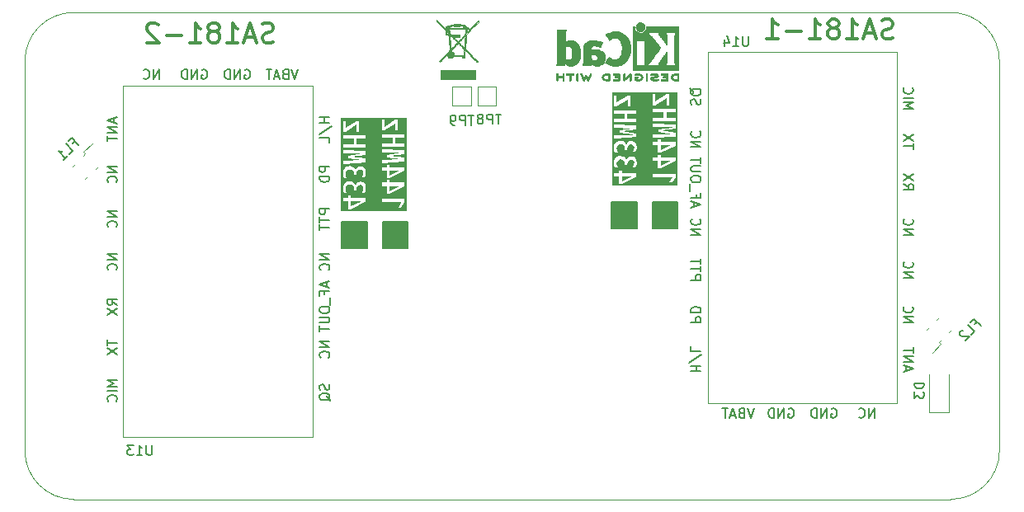
<source format=gbr>
%TF.GenerationSoftware,KiCad,Pcbnew,(6.0.9)*%
%TF.CreationDate,2022-12-19T18:44:09+02:00*%
%TF.ProjectId,cross_band_handy_walkie_talkie_V1,63726f73-735f-4626-916e-645f68616e64,rev?*%
%TF.SameCoordinates,Original*%
%TF.FileFunction,Legend,Bot*%
%TF.FilePolarity,Positive*%
%FSLAX46Y46*%
G04 Gerber Fmt 4.6, Leading zero omitted, Abs format (unit mm)*
G04 Created by KiCad (PCBNEW (6.0.9)) date 2022-12-19 18:44:09*
%MOMM*%
%LPD*%
G01*
G04 APERTURE LIST*
%ADD10C,0.150000*%
%TA.AperFunction,Profile*%
%ADD11C,0.100000*%
%TD*%
%ADD12C,0.300000*%
%ADD13C,0.120000*%
%ADD14C,0.010000*%
G04 APERTURE END LIST*
D10*
X114400000Y-69450000D02*
X117000000Y-69450000D01*
X117000000Y-69450000D02*
X117000000Y-72150000D01*
X117000000Y-72150000D02*
X114400000Y-72150000D01*
X114400000Y-72150000D02*
X114400000Y-69450000D01*
G36*
X114400000Y-69450000D02*
G01*
X117000000Y-69450000D01*
X117000000Y-72150000D01*
X114400000Y-72150000D01*
X114400000Y-69450000D01*
G37*
X110200000Y-69450000D02*
X112800000Y-69450000D01*
X112800000Y-69450000D02*
X112800000Y-72150000D01*
X112800000Y-72150000D02*
X110200000Y-72150000D01*
X110200000Y-72150000D02*
X110200000Y-69450000D01*
G36*
X110200000Y-69450000D02*
G01*
X112800000Y-69450000D01*
X112800000Y-72150000D01*
X110200000Y-72150000D01*
X110200000Y-69450000D01*
G37*
X82500000Y-71500000D02*
X85100000Y-71500000D01*
X85100000Y-71500000D02*
X85100000Y-74200000D01*
X85100000Y-74200000D02*
X82500000Y-74200000D01*
X82500000Y-74200000D02*
X82500000Y-71500000D01*
G36*
X82500000Y-71500000D02*
G01*
X85100000Y-71500000D01*
X85100000Y-74200000D01*
X82500000Y-74200000D01*
X82500000Y-71500000D01*
G37*
X86700000Y-71500000D02*
X89300000Y-71500000D01*
X89300000Y-71500000D02*
X89300000Y-74200000D01*
X89300000Y-74200000D02*
X86700000Y-74200000D01*
X86700000Y-74200000D02*
X86700000Y-71500000D01*
G36*
X86700000Y-71500000D02*
G01*
X89300000Y-71500000D01*
X89300000Y-74200000D01*
X86700000Y-74200000D01*
X86700000Y-71500000D01*
G37*
D11*
X150000000Y-55000000D02*
X150000000Y-95000000D01*
X150000000Y-55000000D02*
G75*
G03*
X145000000Y-50000000I-5000000J0D01*
G01*
X55000000Y-50000000D02*
X145000000Y-50000000D01*
X145000000Y-100000000D02*
X55000000Y-100000000D01*
X145000000Y-100000000D02*
G75*
G03*
X150000000Y-95000000I0J5000000D01*
G01*
X50000000Y-95000000D02*
X50000000Y-55000000D01*
X50000000Y-95000000D02*
G75*
G03*
X55000000Y-100000000I5000000J0D01*
G01*
X55000000Y-50000000D02*
G75*
G03*
X50000000Y-55000000I0J-5000000D01*
G01*
D12*
X75476190Y-53009523D02*
X75190476Y-53104761D01*
X74714285Y-53104761D01*
X74523809Y-53009523D01*
X74428571Y-52914285D01*
X74333333Y-52723809D01*
X74333333Y-52533333D01*
X74428571Y-52342857D01*
X74523809Y-52247619D01*
X74714285Y-52152380D01*
X75095238Y-52057142D01*
X75285714Y-51961904D01*
X75380952Y-51866666D01*
X75476190Y-51676190D01*
X75476190Y-51485714D01*
X75380952Y-51295238D01*
X75285714Y-51200000D01*
X75095238Y-51104761D01*
X74619047Y-51104761D01*
X74333333Y-51200000D01*
X73571428Y-52533333D02*
X72619047Y-52533333D01*
X73761904Y-53104761D02*
X73095238Y-51104761D01*
X72428571Y-53104761D01*
X70714285Y-53104761D02*
X71857142Y-53104761D01*
X71285714Y-53104761D02*
X71285714Y-51104761D01*
X71476190Y-51390476D01*
X71666666Y-51580952D01*
X71857142Y-51676190D01*
X69571428Y-51961904D02*
X69761904Y-51866666D01*
X69857142Y-51771428D01*
X69952380Y-51580952D01*
X69952380Y-51485714D01*
X69857142Y-51295238D01*
X69761904Y-51200000D01*
X69571428Y-51104761D01*
X69190476Y-51104761D01*
X69000000Y-51200000D01*
X68904761Y-51295238D01*
X68809523Y-51485714D01*
X68809523Y-51580952D01*
X68904761Y-51771428D01*
X69000000Y-51866666D01*
X69190476Y-51961904D01*
X69571428Y-51961904D01*
X69761904Y-52057142D01*
X69857142Y-52152380D01*
X69952380Y-52342857D01*
X69952380Y-52723809D01*
X69857142Y-52914285D01*
X69761904Y-53009523D01*
X69571428Y-53104761D01*
X69190476Y-53104761D01*
X69000000Y-53009523D01*
X68904761Y-52914285D01*
X68809523Y-52723809D01*
X68809523Y-52342857D01*
X68904761Y-52152380D01*
X69000000Y-52057142D01*
X69190476Y-51961904D01*
X66904761Y-53104761D02*
X68047619Y-53104761D01*
X67476190Y-53104761D02*
X67476190Y-51104761D01*
X67666666Y-51390476D01*
X67857142Y-51580952D01*
X68047619Y-51676190D01*
X66047619Y-52342857D02*
X64523809Y-52342857D01*
X63666666Y-51295238D02*
X63571428Y-51200000D01*
X63380952Y-51104761D01*
X62904761Y-51104761D01*
X62714285Y-51200000D01*
X62619047Y-51295238D01*
X62523809Y-51485714D01*
X62523809Y-51676190D01*
X62619047Y-51961904D01*
X63761904Y-53104761D01*
X62523809Y-53104761D01*
X139076190Y-52609523D02*
X138790476Y-52704761D01*
X138314285Y-52704761D01*
X138123809Y-52609523D01*
X138028571Y-52514285D01*
X137933333Y-52323809D01*
X137933333Y-52133333D01*
X138028571Y-51942857D01*
X138123809Y-51847619D01*
X138314285Y-51752380D01*
X138695238Y-51657142D01*
X138885714Y-51561904D01*
X138980952Y-51466666D01*
X139076190Y-51276190D01*
X139076190Y-51085714D01*
X138980952Y-50895238D01*
X138885714Y-50800000D01*
X138695238Y-50704761D01*
X138219047Y-50704761D01*
X137933333Y-50800000D01*
X137171428Y-52133333D02*
X136219047Y-52133333D01*
X137361904Y-52704761D02*
X136695238Y-50704761D01*
X136028571Y-52704761D01*
X134314285Y-52704761D02*
X135457142Y-52704761D01*
X134885714Y-52704761D02*
X134885714Y-50704761D01*
X135076190Y-50990476D01*
X135266666Y-51180952D01*
X135457142Y-51276190D01*
X133171428Y-51561904D02*
X133361904Y-51466666D01*
X133457142Y-51371428D01*
X133552380Y-51180952D01*
X133552380Y-51085714D01*
X133457142Y-50895238D01*
X133361904Y-50800000D01*
X133171428Y-50704761D01*
X132790476Y-50704761D01*
X132600000Y-50800000D01*
X132504761Y-50895238D01*
X132409523Y-51085714D01*
X132409523Y-51180952D01*
X132504761Y-51371428D01*
X132600000Y-51466666D01*
X132790476Y-51561904D01*
X133171428Y-51561904D01*
X133361904Y-51657142D01*
X133457142Y-51752380D01*
X133552380Y-51942857D01*
X133552380Y-52323809D01*
X133457142Y-52514285D01*
X133361904Y-52609523D01*
X133171428Y-52704761D01*
X132790476Y-52704761D01*
X132600000Y-52609523D01*
X132504761Y-52514285D01*
X132409523Y-52323809D01*
X132409523Y-51942857D01*
X132504761Y-51752380D01*
X132600000Y-51657142D01*
X132790476Y-51561904D01*
X130504761Y-52704761D02*
X131647619Y-52704761D01*
X131076190Y-52704761D02*
X131076190Y-50704761D01*
X131266666Y-50990476D01*
X131457142Y-51180952D01*
X131647619Y-51276190D01*
X129647619Y-51942857D02*
X128123809Y-51942857D01*
X126123809Y-52704761D02*
X127266666Y-52704761D01*
X126695238Y-52704761D02*
X126695238Y-50704761D01*
X126885714Y-50990476D01*
X127076190Y-51180952D01*
X127266666Y-51276190D01*
D10*
%TO.C,TP9*%
X96061904Y-60552380D02*
X95490476Y-60552380D01*
X95776190Y-61552380D02*
X95776190Y-60552380D01*
X95157142Y-61552380D02*
X95157142Y-60552380D01*
X94776190Y-60552380D01*
X94680952Y-60600000D01*
X94633333Y-60647619D01*
X94585714Y-60742857D01*
X94585714Y-60885714D01*
X94633333Y-60980952D01*
X94680952Y-61028571D01*
X94776190Y-61076190D01*
X95157142Y-61076190D01*
X94109523Y-61552380D02*
X93919047Y-61552380D01*
X93823809Y-61504761D01*
X93776190Y-61457142D01*
X93680952Y-61314285D01*
X93633333Y-61123809D01*
X93633333Y-60742857D01*
X93680952Y-60647619D01*
X93728571Y-60600000D01*
X93823809Y-60552380D01*
X94014285Y-60552380D01*
X94109523Y-60600000D01*
X94157142Y-60647619D01*
X94204761Y-60742857D01*
X94204761Y-60980952D01*
X94157142Y-61076190D01*
X94109523Y-61123809D01*
X94014285Y-61171428D01*
X93823809Y-61171428D01*
X93728571Y-61123809D01*
X93680952Y-61076190D01*
X93633333Y-60980952D01*
%TO.C,TP8*%
X98861904Y-60452380D02*
X98290476Y-60452380D01*
X98576190Y-61452380D02*
X98576190Y-60452380D01*
X97957142Y-61452380D02*
X97957142Y-60452380D01*
X97576190Y-60452380D01*
X97480952Y-60500000D01*
X97433333Y-60547619D01*
X97385714Y-60642857D01*
X97385714Y-60785714D01*
X97433333Y-60880952D01*
X97480952Y-60928571D01*
X97576190Y-60976190D01*
X97957142Y-60976190D01*
X96814285Y-60880952D02*
X96909523Y-60833333D01*
X96957142Y-60785714D01*
X97004761Y-60690476D01*
X97004761Y-60642857D01*
X96957142Y-60547619D01*
X96909523Y-60500000D01*
X96814285Y-60452380D01*
X96623809Y-60452380D01*
X96528571Y-60500000D01*
X96480952Y-60547619D01*
X96433333Y-60642857D01*
X96433333Y-60690476D01*
X96480952Y-60785714D01*
X96528571Y-60833333D01*
X96623809Y-60880952D01*
X96814285Y-60880952D01*
X96909523Y-60928571D01*
X96957142Y-60976190D01*
X97004761Y-61071428D01*
X97004761Y-61261904D01*
X96957142Y-61357142D01*
X96909523Y-61404761D01*
X96814285Y-61452380D01*
X96623809Y-61452380D01*
X96528571Y-61404761D01*
X96480952Y-61357142D01*
X96433333Y-61261904D01*
X96433333Y-61071428D01*
X96480952Y-60976190D01*
X96528571Y-60928571D01*
X96623809Y-60880952D01*
%TO.C,FL2*%
X147471404Y-82027580D02*
X147707106Y-81791877D01*
X148077496Y-82162267D02*
X147370389Y-81455160D01*
X147033671Y-81791877D01*
X147134687Y-83105076D02*
X147471404Y-82768358D01*
X146764297Y-82061251D01*
X146292893Y-82667343D02*
X146225549Y-82667343D01*
X146124534Y-82701015D01*
X145956175Y-82869374D01*
X145922503Y-82970389D01*
X145922503Y-83037732D01*
X145956175Y-83138748D01*
X146023519Y-83206091D01*
X146158206Y-83273435D01*
X146966328Y-83273435D01*
X146528595Y-83711167D01*
%TO.C,D3*%
X142252380Y-88061904D02*
X141252380Y-88061904D01*
X141252380Y-88300000D01*
X141300000Y-88442857D01*
X141395238Y-88538095D01*
X141490476Y-88585714D01*
X141680952Y-88633333D01*
X141823809Y-88633333D01*
X142014285Y-88585714D01*
X142109523Y-88538095D01*
X142204761Y-88442857D01*
X142252380Y-88300000D01*
X142252380Y-88061904D01*
X141252380Y-88966666D02*
X141252380Y-89585714D01*
X141633333Y-89252380D01*
X141633333Y-89395238D01*
X141680952Y-89490476D01*
X141728571Y-89538095D01*
X141823809Y-89585714D01*
X142061904Y-89585714D01*
X142157142Y-89538095D01*
X142204761Y-89490476D01*
X142252380Y-89395238D01*
X142252380Y-89109523D01*
X142204761Y-89014285D01*
X142157142Y-88966666D01*
%TO.C,U14*%
X124238095Y-52452380D02*
X124238095Y-53261904D01*
X124190476Y-53357142D01*
X124142857Y-53404761D01*
X124047619Y-53452380D01*
X123857142Y-53452380D01*
X123761904Y-53404761D01*
X123714285Y-53357142D01*
X123666666Y-53261904D01*
X123666666Y-52452380D01*
X122666666Y-53452380D02*
X123238095Y-53452380D01*
X122952380Y-53452380D02*
X122952380Y-52452380D01*
X123047619Y-52595238D01*
X123142857Y-52690476D01*
X123238095Y-52738095D01*
X121809523Y-52785714D02*
X121809523Y-53452380D01*
X122047619Y-52404761D02*
X122285714Y-53119047D01*
X121666666Y-53119047D01*
X140147619Y-81835714D02*
X141147619Y-81835714D01*
X140147619Y-81264285D01*
X141147619Y-81264285D01*
X140242857Y-80216666D02*
X140195238Y-80264285D01*
X140147619Y-80407142D01*
X140147619Y-80502380D01*
X140195238Y-80645238D01*
X140290476Y-80740476D01*
X140385714Y-80788095D01*
X140576190Y-80835714D01*
X140719047Y-80835714D01*
X140909523Y-80788095D01*
X141004761Y-80740476D01*
X141100000Y-80645238D01*
X141147619Y-80502380D01*
X141147619Y-80407142D01*
X141100000Y-80264285D01*
X141052380Y-80216666D01*
X140147619Y-77235714D02*
X141147619Y-77235714D01*
X140147619Y-76664285D01*
X141147619Y-76664285D01*
X140242857Y-75616666D02*
X140195238Y-75664285D01*
X140147619Y-75807142D01*
X140147619Y-75902380D01*
X140195238Y-76045238D01*
X140290476Y-76140476D01*
X140385714Y-76188095D01*
X140576190Y-76235714D01*
X140719047Y-76235714D01*
X140909523Y-76188095D01*
X141004761Y-76140476D01*
X141100000Y-76045238D01*
X141147619Y-75902380D01*
X141147619Y-75807142D01*
X141100000Y-75664285D01*
X141052380Y-75616666D01*
X118347619Y-77473809D02*
X119347619Y-77473809D01*
X119347619Y-77092857D01*
X119300000Y-76997619D01*
X119252380Y-76950000D01*
X119157142Y-76902380D01*
X119014285Y-76902380D01*
X118919047Y-76950000D01*
X118871428Y-76997619D01*
X118823809Y-77092857D01*
X118823809Y-77473809D01*
X119347619Y-76616666D02*
X119347619Y-76045238D01*
X118347619Y-76330952D02*
X119347619Y-76330952D01*
X119347619Y-75854761D02*
X119347619Y-75283333D01*
X118347619Y-75569047D02*
X119347619Y-75569047D01*
X118347619Y-81811904D02*
X119347619Y-81811904D01*
X119347619Y-81430952D01*
X119300000Y-81335714D01*
X119252380Y-81288095D01*
X119157142Y-81240476D01*
X119014285Y-81240476D01*
X118919047Y-81288095D01*
X118871428Y-81335714D01*
X118823809Y-81430952D01*
X118823809Y-81811904D01*
X118347619Y-80811904D02*
X119347619Y-80811904D01*
X119347619Y-80573809D01*
X119300000Y-80430952D01*
X119204761Y-80335714D01*
X119109523Y-80288095D01*
X118919047Y-80240476D01*
X118776190Y-80240476D01*
X118585714Y-80288095D01*
X118490476Y-80335714D01*
X118395238Y-80430952D01*
X118347619Y-80573809D01*
X118347619Y-80811904D01*
X118347619Y-63835714D02*
X119347619Y-63835714D01*
X118347619Y-63264285D01*
X119347619Y-63264285D01*
X118442857Y-62216666D02*
X118395238Y-62264285D01*
X118347619Y-62407142D01*
X118347619Y-62502380D01*
X118395238Y-62645238D01*
X118490476Y-62740476D01*
X118585714Y-62788095D01*
X118776190Y-62835714D01*
X118919047Y-62835714D01*
X119109523Y-62788095D01*
X119204761Y-62740476D01*
X119300000Y-62645238D01*
X119347619Y-62502380D01*
X119347619Y-62407142D01*
X119300000Y-62264285D01*
X119252380Y-62216666D01*
X132761904Y-90700000D02*
X132857142Y-90652380D01*
X133000000Y-90652380D01*
X133142857Y-90700000D01*
X133238095Y-90795238D01*
X133285714Y-90890476D01*
X133333333Y-91080952D01*
X133333333Y-91223809D01*
X133285714Y-91414285D01*
X133238095Y-91509523D01*
X133142857Y-91604761D01*
X133000000Y-91652380D01*
X132904761Y-91652380D01*
X132761904Y-91604761D01*
X132714285Y-91557142D01*
X132714285Y-91223809D01*
X132904761Y-91223809D01*
X132285714Y-91652380D02*
X132285714Y-90652380D01*
X131714285Y-91652380D01*
X131714285Y-90652380D01*
X131238095Y-91652380D02*
X131238095Y-90652380D01*
X131000000Y-90652380D01*
X130857142Y-90700000D01*
X130761904Y-90795238D01*
X130714285Y-90890476D01*
X130666666Y-91080952D01*
X130666666Y-91223809D01*
X130714285Y-91414285D01*
X130761904Y-91509523D01*
X130857142Y-91604761D01*
X131000000Y-91652380D01*
X131238095Y-91652380D01*
X140147619Y-59921428D02*
X141147619Y-59921428D01*
X140433333Y-59588095D01*
X141147619Y-59254761D01*
X140147619Y-59254761D01*
X140147619Y-58778571D02*
X141147619Y-58778571D01*
X140242857Y-57730952D02*
X140195238Y-57778571D01*
X140147619Y-57921428D01*
X140147619Y-58016666D01*
X140195238Y-58159523D01*
X140290476Y-58254761D01*
X140385714Y-58302380D01*
X140576190Y-58350000D01*
X140719047Y-58350000D01*
X140909523Y-58302380D01*
X141004761Y-58254761D01*
X141100000Y-58159523D01*
X141147619Y-58016666D01*
X141147619Y-57921428D01*
X141100000Y-57778571D01*
X141052380Y-57730952D01*
X141147619Y-64011904D02*
X141147619Y-63440476D01*
X140147619Y-63726190D02*
X141147619Y-63726190D01*
X141147619Y-63202380D02*
X140147619Y-62535714D01*
X141147619Y-62535714D02*
X140147619Y-63202380D01*
X118347619Y-86864285D02*
X119347619Y-86864285D01*
X118871428Y-86864285D02*
X118871428Y-86292857D01*
X118347619Y-86292857D02*
X119347619Y-86292857D01*
X119395238Y-85102380D02*
X118109523Y-85959523D01*
X118347619Y-84292857D02*
X118347619Y-84769047D01*
X119347619Y-84769047D01*
X140147619Y-67616666D02*
X140623809Y-67950000D01*
X140147619Y-68188095D02*
X141147619Y-68188095D01*
X141147619Y-67807142D01*
X141100000Y-67711904D01*
X141052380Y-67664285D01*
X140957142Y-67616666D01*
X140814285Y-67616666D01*
X140719047Y-67664285D01*
X140671428Y-67711904D01*
X140623809Y-67807142D01*
X140623809Y-68188095D01*
X141147619Y-67283333D02*
X140147619Y-66616666D01*
X141147619Y-66616666D02*
X140147619Y-67283333D01*
X140147619Y-72835714D02*
X141147619Y-72835714D01*
X140147619Y-72264285D01*
X141147619Y-72264285D01*
X140242857Y-71216666D02*
X140195238Y-71264285D01*
X140147619Y-71407142D01*
X140147619Y-71502380D01*
X140195238Y-71645238D01*
X140290476Y-71740476D01*
X140385714Y-71788095D01*
X140576190Y-71835714D01*
X140719047Y-71835714D01*
X140909523Y-71788095D01*
X141004761Y-71740476D01*
X141100000Y-71645238D01*
X141147619Y-71502380D01*
X141147619Y-71407142D01*
X141100000Y-71264285D01*
X141052380Y-71216666D01*
X124842857Y-90652380D02*
X124509523Y-91652380D01*
X124176190Y-90652380D01*
X123509523Y-91128571D02*
X123366666Y-91176190D01*
X123319047Y-91223809D01*
X123271428Y-91319047D01*
X123271428Y-91461904D01*
X123319047Y-91557142D01*
X123366666Y-91604761D01*
X123461904Y-91652380D01*
X123842857Y-91652380D01*
X123842857Y-90652380D01*
X123509523Y-90652380D01*
X123414285Y-90700000D01*
X123366666Y-90747619D01*
X123319047Y-90842857D01*
X123319047Y-90938095D01*
X123366666Y-91033333D01*
X123414285Y-91080952D01*
X123509523Y-91128571D01*
X123842857Y-91128571D01*
X122890476Y-91366666D02*
X122414285Y-91366666D01*
X122985714Y-91652380D02*
X122652380Y-90652380D01*
X122319047Y-91652380D01*
X122128571Y-90652380D02*
X121557142Y-90652380D01*
X121842857Y-91652380D02*
X121842857Y-90652380D01*
X118395238Y-59459523D02*
X118347619Y-59316666D01*
X118347619Y-59078571D01*
X118395238Y-58983333D01*
X118442857Y-58935714D01*
X118538095Y-58888095D01*
X118633333Y-58888095D01*
X118728571Y-58935714D01*
X118776190Y-58983333D01*
X118823809Y-59078571D01*
X118871428Y-59269047D01*
X118919047Y-59364285D01*
X118966666Y-59411904D01*
X119061904Y-59459523D01*
X119157142Y-59459523D01*
X119252380Y-59411904D01*
X119300000Y-59364285D01*
X119347619Y-59269047D01*
X119347619Y-59030952D01*
X119300000Y-58888095D01*
X118252380Y-57792857D02*
X118300000Y-57888095D01*
X118395238Y-57983333D01*
X118538095Y-58126190D01*
X118585714Y-58221428D01*
X118585714Y-58316666D01*
X118347619Y-58269047D02*
X118395238Y-58364285D01*
X118490476Y-58459523D01*
X118680952Y-58507142D01*
X119014285Y-58507142D01*
X119204761Y-58459523D01*
X119300000Y-58364285D01*
X119347619Y-58269047D01*
X119347619Y-58078571D01*
X119300000Y-57983333D01*
X119204761Y-57888095D01*
X119014285Y-57840476D01*
X118680952Y-57840476D01*
X118490476Y-57888095D01*
X118395238Y-57983333D01*
X118347619Y-58078571D01*
X118347619Y-58269047D01*
X118633333Y-69926190D02*
X118633333Y-69450000D01*
X118347619Y-70021428D02*
X119347619Y-69688095D01*
X118347619Y-69354761D01*
X118871428Y-68688095D02*
X118871428Y-69021428D01*
X118347619Y-69021428D02*
X119347619Y-69021428D01*
X119347619Y-68545238D01*
X118252380Y-68402380D02*
X118252380Y-67640476D01*
X119347619Y-67211904D02*
X119347619Y-67021428D01*
X119300000Y-66926190D01*
X119204761Y-66830952D01*
X119014285Y-66783333D01*
X118680952Y-66783333D01*
X118490476Y-66830952D01*
X118395238Y-66926190D01*
X118347619Y-67021428D01*
X118347619Y-67211904D01*
X118395238Y-67307142D01*
X118490476Y-67402380D01*
X118680952Y-67450000D01*
X119014285Y-67450000D01*
X119204761Y-67402380D01*
X119300000Y-67307142D01*
X119347619Y-67211904D01*
X119347619Y-66354761D02*
X118538095Y-66354761D01*
X118442857Y-66307142D01*
X118395238Y-66259523D01*
X118347619Y-66164285D01*
X118347619Y-65973809D01*
X118395238Y-65878571D01*
X118442857Y-65830952D01*
X118538095Y-65783333D01*
X119347619Y-65783333D01*
X119347619Y-65450000D02*
X119347619Y-64878571D01*
X118347619Y-65164285D02*
X119347619Y-65164285D01*
X140433333Y-86792857D02*
X140433333Y-86316666D01*
X140147619Y-86888095D02*
X141147619Y-86554761D01*
X140147619Y-86221428D01*
X140147619Y-85888095D02*
X141147619Y-85888095D01*
X140147619Y-85316666D01*
X141147619Y-85316666D01*
X141147619Y-84983333D02*
X141147619Y-84411904D01*
X140147619Y-84697619D02*
X141147619Y-84697619D01*
X128361904Y-90700000D02*
X128457142Y-90652380D01*
X128600000Y-90652380D01*
X128742857Y-90700000D01*
X128838095Y-90795238D01*
X128885714Y-90890476D01*
X128933333Y-91080952D01*
X128933333Y-91223809D01*
X128885714Y-91414285D01*
X128838095Y-91509523D01*
X128742857Y-91604761D01*
X128600000Y-91652380D01*
X128504761Y-91652380D01*
X128361904Y-91604761D01*
X128314285Y-91557142D01*
X128314285Y-91223809D01*
X128504761Y-91223809D01*
X127885714Y-91652380D02*
X127885714Y-90652380D01*
X127314285Y-91652380D01*
X127314285Y-90652380D01*
X126838095Y-91652380D02*
X126838095Y-90652380D01*
X126600000Y-90652380D01*
X126457142Y-90700000D01*
X126361904Y-90795238D01*
X126314285Y-90890476D01*
X126266666Y-91080952D01*
X126266666Y-91223809D01*
X126314285Y-91414285D01*
X126361904Y-91509523D01*
X126457142Y-91604761D01*
X126600000Y-91652380D01*
X126838095Y-91652380D01*
X118347619Y-72835714D02*
X119347619Y-72835714D01*
X118347619Y-72264285D01*
X119347619Y-72264285D01*
X118442857Y-71216666D02*
X118395238Y-71264285D01*
X118347619Y-71407142D01*
X118347619Y-71502380D01*
X118395238Y-71645238D01*
X118490476Y-71740476D01*
X118585714Y-71788095D01*
X118776190Y-71835714D01*
X118919047Y-71835714D01*
X119109523Y-71788095D01*
X119204761Y-71740476D01*
X119300000Y-71645238D01*
X119347619Y-71502380D01*
X119347619Y-71407142D01*
X119300000Y-71264285D01*
X119252380Y-71216666D01*
X137185714Y-91652380D02*
X137185714Y-90652380D01*
X136614285Y-91652380D01*
X136614285Y-90652380D01*
X135566666Y-91557142D02*
X135614285Y-91604761D01*
X135757142Y-91652380D01*
X135852380Y-91652380D01*
X135995238Y-91604761D01*
X136090476Y-91509523D01*
X136138095Y-91414285D01*
X136185714Y-91223809D01*
X136185714Y-91080952D01*
X136138095Y-90890476D01*
X136090476Y-90795238D01*
X135995238Y-90700000D01*
X135852380Y-90652380D01*
X135757142Y-90652380D01*
X135614285Y-90700000D01*
X135566666Y-90747619D01*
%TO.C,FL1*%
X54903637Y-63459813D02*
X55139339Y-63224110D01*
X55509729Y-63594500D02*
X54802622Y-62887393D01*
X54465904Y-63224110D01*
X54566920Y-64537309D02*
X54903637Y-64200591D01*
X54196530Y-63493484D01*
X53960828Y-65143400D02*
X54364889Y-64739339D01*
X54162858Y-64941370D02*
X53455752Y-64234263D01*
X53624110Y-64267935D01*
X53758797Y-64267935D01*
X53859813Y-64234263D01*
%TO.C,U13*%
X63038095Y-94452380D02*
X63038095Y-95261904D01*
X62990476Y-95357142D01*
X62942857Y-95404761D01*
X62847619Y-95452380D01*
X62657142Y-95452380D01*
X62561904Y-95404761D01*
X62514285Y-95357142D01*
X62466666Y-95261904D01*
X62466666Y-94452380D01*
X61466666Y-95452380D02*
X62038095Y-95452380D01*
X61752380Y-95452380D02*
X61752380Y-94452380D01*
X61847619Y-94595238D01*
X61942857Y-94690476D01*
X62038095Y-94738095D01*
X61133333Y-94452380D02*
X60514285Y-94452380D01*
X60847619Y-94833333D01*
X60704761Y-94833333D01*
X60609523Y-94880952D01*
X60561904Y-94928571D01*
X60514285Y-95023809D01*
X60514285Y-95261904D01*
X60561904Y-95357142D01*
X60609523Y-95404761D01*
X60704761Y-95452380D01*
X60990476Y-95452380D01*
X61085714Y-95404761D01*
X61133333Y-95357142D01*
X81204761Y-88190476D02*
X81252380Y-88333333D01*
X81252380Y-88571428D01*
X81204761Y-88666666D01*
X81157142Y-88714285D01*
X81061904Y-88761904D01*
X80966666Y-88761904D01*
X80871428Y-88714285D01*
X80823809Y-88666666D01*
X80776190Y-88571428D01*
X80728571Y-88380952D01*
X80680952Y-88285714D01*
X80633333Y-88238095D01*
X80538095Y-88190476D01*
X80442857Y-88190476D01*
X80347619Y-88238095D01*
X80300000Y-88285714D01*
X80252380Y-88380952D01*
X80252380Y-88619047D01*
X80300000Y-88761904D01*
X81347619Y-89857142D02*
X81300000Y-89761904D01*
X81204761Y-89666666D01*
X81061904Y-89523809D01*
X81014285Y-89428571D01*
X81014285Y-89333333D01*
X81252380Y-89380952D02*
X81204761Y-89285714D01*
X81109523Y-89190476D01*
X80919047Y-89142857D01*
X80585714Y-89142857D01*
X80395238Y-89190476D01*
X80300000Y-89285714D01*
X80252380Y-89380952D01*
X80252380Y-89571428D01*
X80300000Y-89666666D01*
X80395238Y-89761904D01*
X80585714Y-89809523D01*
X80919047Y-89809523D01*
X81109523Y-89761904D01*
X81204761Y-89666666D01*
X81252380Y-89571428D01*
X81252380Y-89380952D01*
X72561904Y-55900000D02*
X72657142Y-55852380D01*
X72800000Y-55852380D01*
X72942857Y-55900000D01*
X73038095Y-55995238D01*
X73085714Y-56090476D01*
X73133333Y-56280952D01*
X73133333Y-56423809D01*
X73085714Y-56614285D01*
X73038095Y-56709523D01*
X72942857Y-56804761D01*
X72800000Y-56852380D01*
X72704761Y-56852380D01*
X72561904Y-56804761D01*
X72514285Y-56757142D01*
X72514285Y-56423809D01*
X72704761Y-56423809D01*
X72085714Y-56852380D02*
X72085714Y-55852380D01*
X71514285Y-56852380D01*
X71514285Y-55852380D01*
X71038095Y-56852380D02*
X71038095Y-55852380D01*
X70800000Y-55852380D01*
X70657142Y-55900000D01*
X70561904Y-55995238D01*
X70514285Y-56090476D01*
X70466666Y-56280952D01*
X70466666Y-56423809D01*
X70514285Y-56614285D01*
X70561904Y-56709523D01*
X70657142Y-56804761D01*
X70800000Y-56852380D01*
X71038095Y-56852380D01*
X81252380Y-60785714D02*
X80252380Y-60785714D01*
X80728571Y-60785714D02*
X80728571Y-61357142D01*
X81252380Y-61357142D02*
X80252380Y-61357142D01*
X80204761Y-62547619D02*
X81490476Y-61690476D01*
X81252380Y-63357142D02*
X81252380Y-62880952D01*
X80252380Y-62880952D01*
X59452380Y-74814285D02*
X58452380Y-74814285D01*
X59452380Y-75385714D01*
X58452380Y-75385714D01*
X59357142Y-76433333D02*
X59404761Y-76385714D01*
X59452380Y-76242857D01*
X59452380Y-76147619D01*
X59404761Y-76004761D01*
X59309523Y-75909523D01*
X59214285Y-75861904D01*
X59023809Y-75814285D01*
X58880952Y-75814285D01*
X58690476Y-75861904D01*
X58595238Y-75909523D01*
X58500000Y-76004761D01*
X58452380Y-76147619D01*
X58452380Y-76242857D01*
X58500000Y-76385714D01*
X58547619Y-76433333D01*
X80966666Y-77723809D02*
X80966666Y-78200000D01*
X81252380Y-77628571D02*
X80252380Y-77961904D01*
X81252380Y-78295238D01*
X80728571Y-78961904D02*
X80728571Y-78628571D01*
X81252380Y-78628571D02*
X80252380Y-78628571D01*
X80252380Y-79104761D01*
X81347619Y-79247619D02*
X81347619Y-80009523D01*
X80252380Y-80438095D02*
X80252380Y-80628571D01*
X80300000Y-80723809D01*
X80395238Y-80819047D01*
X80585714Y-80866666D01*
X80919047Y-80866666D01*
X81109523Y-80819047D01*
X81204761Y-80723809D01*
X81252380Y-80628571D01*
X81252380Y-80438095D01*
X81204761Y-80342857D01*
X81109523Y-80247619D01*
X80919047Y-80200000D01*
X80585714Y-80200000D01*
X80395238Y-80247619D01*
X80300000Y-80342857D01*
X80252380Y-80438095D01*
X80252380Y-81295238D02*
X81061904Y-81295238D01*
X81157142Y-81342857D01*
X81204761Y-81390476D01*
X81252380Y-81485714D01*
X81252380Y-81676190D01*
X81204761Y-81771428D01*
X81157142Y-81819047D01*
X81061904Y-81866666D01*
X80252380Y-81866666D01*
X80252380Y-82200000D02*
X80252380Y-82771428D01*
X81252380Y-82485714D02*
X80252380Y-82485714D01*
X78042857Y-55852380D02*
X77709523Y-56852380D01*
X77376190Y-55852380D01*
X76709523Y-56328571D02*
X76566666Y-56376190D01*
X76519047Y-56423809D01*
X76471428Y-56519047D01*
X76471428Y-56661904D01*
X76519047Y-56757142D01*
X76566666Y-56804761D01*
X76661904Y-56852380D01*
X77042857Y-56852380D01*
X77042857Y-55852380D01*
X76709523Y-55852380D01*
X76614285Y-55900000D01*
X76566666Y-55947619D01*
X76519047Y-56042857D01*
X76519047Y-56138095D01*
X76566666Y-56233333D01*
X76614285Y-56280952D01*
X76709523Y-56328571D01*
X77042857Y-56328571D01*
X76090476Y-56566666D02*
X75614285Y-56566666D01*
X76185714Y-56852380D02*
X75852380Y-55852380D01*
X75519047Y-56852380D01*
X75328571Y-55852380D02*
X74757142Y-55852380D01*
X75042857Y-56852380D02*
X75042857Y-55852380D01*
X81252380Y-65838095D02*
X80252380Y-65838095D01*
X80252380Y-66219047D01*
X80300000Y-66314285D01*
X80347619Y-66361904D01*
X80442857Y-66409523D01*
X80585714Y-66409523D01*
X80680952Y-66361904D01*
X80728571Y-66314285D01*
X80776190Y-66219047D01*
X80776190Y-65838095D01*
X81252380Y-66838095D02*
X80252380Y-66838095D01*
X80252380Y-67076190D01*
X80300000Y-67219047D01*
X80395238Y-67314285D01*
X80490476Y-67361904D01*
X80680952Y-67409523D01*
X80823809Y-67409523D01*
X81014285Y-67361904D01*
X81109523Y-67314285D01*
X81204761Y-67219047D01*
X81252380Y-67076190D01*
X81252380Y-66838095D01*
X81252380Y-74814285D02*
X80252380Y-74814285D01*
X81252380Y-75385714D01*
X80252380Y-75385714D01*
X81157142Y-76433333D02*
X81204761Y-76385714D01*
X81252380Y-76242857D01*
X81252380Y-76147619D01*
X81204761Y-76004761D01*
X81109523Y-75909523D01*
X81014285Y-75861904D01*
X80823809Y-75814285D01*
X80680952Y-75814285D01*
X80490476Y-75861904D01*
X80395238Y-75909523D01*
X80300000Y-76004761D01*
X80252380Y-76147619D01*
X80252380Y-76242857D01*
X80300000Y-76385714D01*
X80347619Y-76433333D01*
X59452380Y-65814285D02*
X58452380Y-65814285D01*
X59452380Y-66385714D01*
X58452380Y-66385714D01*
X59357142Y-67433333D02*
X59404761Y-67385714D01*
X59452380Y-67242857D01*
X59452380Y-67147619D01*
X59404761Y-67004761D01*
X59309523Y-66909523D01*
X59214285Y-66861904D01*
X59023809Y-66814285D01*
X58880952Y-66814285D01*
X58690476Y-66861904D01*
X58595238Y-66909523D01*
X58500000Y-67004761D01*
X58452380Y-67147619D01*
X58452380Y-67242857D01*
X58500000Y-67385714D01*
X58547619Y-67433333D01*
X68161904Y-55900000D02*
X68257142Y-55852380D01*
X68400000Y-55852380D01*
X68542857Y-55900000D01*
X68638095Y-55995238D01*
X68685714Y-56090476D01*
X68733333Y-56280952D01*
X68733333Y-56423809D01*
X68685714Y-56614285D01*
X68638095Y-56709523D01*
X68542857Y-56804761D01*
X68400000Y-56852380D01*
X68304761Y-56852380D01*
X68161904Y-56804761D01*
X68114285Y-56757142D01*
X68114285Y-56423809D01*
X68304761Y-56423809D01*
X67685714Y-56852380D02*
X67685714Y-55852380D01*
X67114285Y-56852380D01*
X67114285Y-55852380D01*
X66638095Y-56852380D02*
X66638095Y-55852380D01*
X66400000Y-55852380D01*
X66257142Y-55900000D01*
X66161904Y-55995238D01*
X66114285Y-56090476D01*
X66066666Y-56280952D01*
X66066666Y-56423809D01*
X66114285Y-56614285D01*
X66161904Y-56709523D01*
X66257142Y-56804761D01*
X66400000Y-56852380D01*
X66638095Y-56852380D01*
X81252380Y-70176190D02*
X80252380Y-70176190D01*
X80252380Y-70557142D01*
X80300000Y-70652380D01*
X80347619Y-70700000D01*
X80442857Y-70747619D01*
X80585714Y-70747619D01*
X80680952Y-70700000D01*
X80728571Y-70652380D01*
X80776190Y-70557142D01*
X80776190Y-70176190D01*
X80252380Y-71033333D02*
X80252380Y-71604761D01*
X81252380Y-71319047D02*
X80252380Y-71319047D01*
X80252380Y-71795238D02*
X80252380Y-72366666D01*
X81252380Y-72080952D02*
X80252380Y-72080952D01*
X59452380Y-70414285D02*
X58452380Y-70414285D01*
X59452380Y-70985714D01*
X58452380Y-70985714D01*
X59357142Y-72033333D02*
X59404761Y-71985714D01*
X59452380Y-71842857D01*
X59452380Y-71747619D01*
X59404761Y-71604761D01*
X59309523Y-71509523D01*
X59214285Y-71461904D01*
X59023809Y-71414285D01*
X58880952Y-71414285D01*
X58690476Y-71461904D01*
X58595238Y-71509523D01*
X58500000Y-71604761D01*
X58452380Y-71747619D01*
X58452380Y-71842857D01*
X58500000Y-71985714D01*
X58547619Y-72033333D01*
X81252380Y-83814285D02*
X80252380Y-83814285D01*
X81252380Y-84385714D01*
X80252380Y-84385714D01*
X81157142Y-85433333D02*
X81204761Y-85385714D01*
X81252380Y-85242857D01*
X81252380Y-85147619D01*
X81204761Y-85004761D01*
X81109523Y-84909523D01*
X81014285Y-84861904D01*
X80823809Y-84814285D01*
X80680952Y-84814285D01*
X80490476Y-84861904D01*
X80395238Y-84909523D01*
X80300000Y-85004761D01*
X80252380Y-85147619D01*
X80252380Y-85242857D01*
X80300000Y-85385714D01*
X80347619Y-85433333D01*
X63785714Y-56852380D02*
X63785714Y-55852380D01*
X63214285Y-56852380D01*
X63214285Y-55852380D01*
X62166666Y-56757142D02*
X62214285Y-56804761D01*
X62357142Y-56852380D01*
X62452380Y-56852380D01*
X62595238Y-56804761D01*
X62690476Y-56709523D01*
X62738095Y-56614285D01*
X62785714Y-56423809D01*
X62785714Y-56280952D01*
X62738095Y-56090476D01*
X62690476Y-55995238D01*
X62595238Y-55900000D01*
X62452380Y-55852380D01*
X62357142Y-55852380D01*
X62214285Y-55900000D01*
X62166666Y-55947619D01*
X59166666Y-60857142D02*
X59166666Y-61333333D01*
X59452380Y-60761904D02*
X58452380Y-61095238D01*
X59452380Y-61428571D01*
X59452380Y-61761904D02*
X58452380Y-61761904D01*
X59452380Y-62333333D01*
X58452380Y-62333333D01*
X58452380Y-62666666D02*
X58452380Y-63238095D01*
X59452380Y-62952380D02*
X58452380Y-62952380D01*
X59452380Y-80033333D02*
X58976190Y-79700000D01*
X59452380Y-79461904D02*
X58452380Y-79461904D01*
X58452380Y-79842857D01*
X58500000Y-79938095D01*
X58547619Y-79985714D01*
X58642857Y-80033333D01*
X58785714Y-80033333D01*
X58880952Y-79985714D01*
X58928571Y-79938095D01*
X58976190Y-79842857D01*
X58976190Y-79461904D01*
X58452380Y-80366666D02*
X59452380Y-81033333D01*
X58452380Y-81033333D02*
X59452380Y-80366666D01*
X58452380Y-83638095D02*
X58452380Y-84209523D01*
X59452380Y-83923809D02*
X58452380Y-83923809D01*
X58452380Y-84447619D02*
X59452380Y-85114285D01*
X58452380Y-85114285D02*
X59452380Y-84447619D01*
X59452380Y-87728571D02*
X58452380Y-87728571D01*
X59166666Y-88061904D01*
X58452380Y-88395238D01*
X59452380Y-88395238D01*
X59452380Y-88871428D02*
X58452380Y-88871428D01*
X59357142Y-89919047D02*
X59404761Y-89871428D01*
X59452380Y-89728571D01*
X59452380Y-89633333D01*
X59404761Y-89490476D01*
X59309523Y-89395238D01*
X59214285Y-89347619D01*
X59023809Y-89300000D01*
X58880952Y-89300000D01*
X58690476Y-89347619D01*
X58595238Y-89395238D01*
X58500000Y-89490476D01*
X58452380Y-89633333D01*
X58452380Y-89728571D01*
X58500000Y-89871428D01*
X58547619Y-89919047D01*
D13*
%TO.C,TP9*%
X95750000Y-57650000D02*
X93850000Y-57650000D01*
X95750000Y-59550000D02*
X95750000Y-57650000D01*
X93850000Y-59550000D02*
X95750000Y-59550000D01*
X93850000Y-57650000D02*
X93850000Y-59550000D01*
%TO.C,TP8*%
X98350000Y-57650000D02*
X96450000Y-57650000D01*
X98350000Y-59550000D02*
X98350000Y-57650000D01*
X96450000Y-59550000D02*
X98350000Y-59550000D01*
X96450000Y-57650000D02*
X96450000Y-59550000D01*
%TO.C,kibuzzard-639A25E0*%
G36*
X116266765Y-63642234D02*
G01*
X115238065Y-64143884D01*
X115228540Y-64143884D01*
X115228540Y-63635884D01*
X116266765Y-63635884D01*
X116266765Y-63642234D01*
G37*
G36*
X112271036Y-66830184D02*
G01*
X111257538Y-67324420D01*
X111248154Y-67324420D01*
X111248154Y-66823928D01*
X112271036Y-66823928D01*
X112271036Y-66830184D01*
G37*
G36*
X110242672Y-67798129D02*
G01*
X110242672Y-66823928D01*
X110472390Y-66823928D01*
X110979139Y-66823928D01*
X110979139Y-67599691D01*
X111248154Y-67599691D01*
X112652223Y-66909309D01*
X114441140Y-66909309D01*
X116425515Y-66909309D01*
X116428690Y-66915659D01*
X116123890Y-67461759D01*
X116435040Y-67461759D01*
X116758890Y-66906134D01*
X116758890Y-66553709D01*
X114441140Y-66553709D01*
X114441140Y-66909309D01*
X112652223Y-66909309D01*
X112755888Y-66858337D01*
X112755888Y-66479839D01*
X111248154Y-66479839D01*
X111248154Y-66223337D01*
X110979139Y-66223337D01*
X110979139Y-66479839D01*
X110472390Y-66479839D01*
X110472390Y-66823928D01*
X110242672Y-66823928D01*
X110242672Y-65450701D01*
X110441110Y-65450701D01*
X110466134Y-65705640D01*
X110541208Y-65951194D01*
X110841504Y-65951194D01*
X110745315Y-65723626D01*
X110713252Y-65491366D01*
X110740232Y-65318931D01*
X110821171Y-65195763D01*
X110956070Y-65121862D01*
X111144927Y-65097228D01*
X111330657Y-65125381D01*
X111456171Y-65209839D01*
X111527726Y-65363115D01*
X111551578Y-65597721D01*
X111551578Y-65660282D01*
X111826849Y-65660282D01*
X111826849Y-65597721D01*
X111850309Y-65379537D01*
X111920691Y-65231736D01*
X112041904Y-65147278D01*
X112217858Y-65119125D01*
X112384689Y-65155272D01*
X112484788Y-65263712D01*
X112518154Y-65444445D01*
X112485309Y-65664975D01*
X112386775Y-65907401D01*
X112677686Y-65907401D01*
X112738510Y-65726667D01*
X112775004Y-65551495D01*
X112787169Y-65381883D01*
X112765731Y-65223384D01*
X114441140Y-65223384D01*
X114955490Y-65223384D01*
X114955490Y-66010784D01*
X115228540Y-66010784D01*
X116758890Y-65258309D01*
X116758890Y-64874134D01*
X115228540Y-64874134D01*
X115228540Y-64613784D01*
X114955490Y-64613784D01*
X114955490Y-64874134D01*
X114441140Y-64874134D01*
X114441140Y-65223384D01*
X112765731Y-65223384D01*
X112752369Y-65124599D01*
X112647969Y-64934568D01*
X112481790Y-64817265D01*
X112261651Y-64778164D01*
X112061259Y-64801625D01*
X111901140Y-64872007D01*
X111781296Y-64989310D01*
X111701725Y-65153534D01*
X111698597Y-65153534D01*
X111633690Y-64975624D01*
X111517169Y-64848546D01*
X111349034Y-64772299D01*
X111129287Y-64746883D01*
X110919011Y-64766434D01*
X110746966Y-64825085D01*
X110613154Y-64922838D01*
X110517574Y-65059691D01*
X110460226Y-65235646D01*
X110441110Y-65450701D01*
X110242672Y-65450701D01*
X110242672Y-63886662D01*
X110441110Y-63886662D01*
X110466134Y-64141600D01*
X110541208Y-64387154D01*
X110841504Y-64387154D01*
X110745315Y-64159587D01*
X110713252Y-63927327D01*
X110740232Y-63754891D01*
X110821171Y-63631723D01*
X110956070Y-63557822D01*
X111144927Y-63533189D01*
X111330657Y-63561342D01*
X111456171Y-63645800D01*
X111527726Y-63799076D01*
X111551578Y-64033681D01*
X111551578Y-64096243D01*
X111826849Y-64096243D01*
X111826849Y-64033681D01*
X111850309Y-63815498D01*
X111920691Y-63667696D01*
X112041904Y-63583238D01*
X112217858Y-63555085D01*
X112384689Y-63591232D01*
X112484788Y-63699672D01*
X112518154Y-63880406D01*
X112485309Y-64100935D01*
X112386775Y-64343361D01*
X112677686Y-64343361D01*
X112738510Y-64162628D01*
X112775004Y-63987455D01*
X112787169Y-63817844D01*
X112762557Y-63635884D01*
X114441140Y-63635884D01*
X114955490Y-63635884D01*
X114955490Y-64423284D01*
X115228540Y-64423284D01*
X116758890Y-63670809D01*
X116758890Y-63286634D01*
X115228540Y-63286634D01*
X115228540Y-63026284D01*
X114955490Y-63026284D01*
X114955490Y-63286634D01*
X114441140Y-63286634D01*
X114441140Y-63635884D01*
X112762557Y-63635884D01*
X112752369Y-63560560D01*
X112647969Y-63370529D01*
X112481790Y-63253226D01*
X112261651Y-63214125D01*
X112061259Y-63237585D01*
X111901140Y-63307967D01*
X111781296Y-63425270D01*
X111701725Y-63589494D01*
X111698597Y-63589494D01*
X111633690Y-63411585D01*
X111517169Y-63284507D01*
X111349034Y-63208260D01*
X111129287Y-63182844D01*
X110919011Y-63202395D01*
X110746966Y-63261046D01*
X110613154Y-63358798D01*
X110517574Y-63495652D01*
X110460226Y-63671606D01*
X110441110Y-63886662D01*
X110242672Y-63886662D01*
X110242672Y-62932598D01*
X110472390Y-62932598D01*
X111844291Y-62861184D01*
X114441140Y-62861184D01*
X116758890Y-62740534D01*
X116758890Y-62324609D01*
X115282515Y-62130934D01*
X115282515Y-62124584D01*
X116758890Y-61934084D01*
X116758890Y-61534034D01*
X114441140Y-61416559D01*
X114441140Y-61756284D01*
X116409640Y-61803909D01*
X116409640Y-61807084D01*
X114980890Y-62003934D01*
X114980890Y-62305559D01*
X116409640Y-62486534D01*
X116409640Y-62496059D01*
X114441140Y-62550034D01*
X114441140Y-62861184D01*
X111844291Y-62861184D01*
X112755888Y-62813731D01*
X112755888Y-62403952D01*
X111301331Y-62213140D01*
X111301331Y-62206883D01*
X112755888Y-62019199D01*
X112755888Y-61625061D01*
X110472390Y-61509322D01*
X110472390Y-61844026D01*
X112411799Y-61890947D01*
X112411799Y-61894076D01*
X111004164Y-62088016D01*
X111004164Y-62385184D01*
X112411799Y-62563484D01*
X112411799Y-62572869D01*
X110472390Y-62626046D01*
X110472390Y-62932598D01*
X110242672Y-62932598D01*
X110242672Y-60029741D01*
X110472390Y-60029741D01*
X110472390Y-60383213D01*
X111567218Y-60383213D01*
X111567218Y-60940012D01*
X110472390Y-60940012D01*
X110472390Y-61280972D01*
X112755888Y-61280972D01*
X112755888Y-61184784D01*
X114441140Y-61184784D01*
X116758890Y-61184784D01*
X116758890Y-60838709D01*
X115822265Y-60838709D01*
X115822265Y-60273559D01*
X116758890Y-60273559D01*
X116758890Y-59914784D01*
X114441140Y-59914784D01*
X114441140Y-60273559D01*
X115552390Y-60273559D01*
X115552390Y-60838709D01*
X114441140Y-60838709D01*
X114441140Y-61184784D01*
X112755888Y-61184784D01*
X112755888Y-60940012D01*
X111833105Y-60940012D01*
X111833105Y-60383213D01*
X112755888Y-60383213D01*
X112755888Y-60029741D01*
X110472390Y-60029741D01*
X110242672Y-60029741D01*
X110242672Y-59648115D01*
X110472390Y-59648115D01*
X110725765Y-59648115D01*
X111839361Y-58931785D01*
X111845617Y-58931785D01*
X111845617Y-59648115D01*
X112098991Y-59648115D01*
X112098991Y-59527434D01*
X114441140Y-59527434D01*
X114698315Y-59527434D01*
X115828615Y-58800359D01*
X115834965Y-58800359D01*
X115834965Y-59527434D01*
X116092140Y-59527434D01*
X116092140Y-58400309D01*
X115834965Y-58400309D01*
X114704665Y-59127384D01*
X114698315Y-59127384D01*
X114698315Y-58400309D01*
X114441140Y-58400309D01*
X114441140Y-59527434D01*
X112098991Y-59527434D01*
X112098991Y-58537647D01*
X111845617Y-58537647D01*
X110732021Y-59253977D01*
X110725765Y-59253977D01*
X110725765Y-58537647D01*
X110472390Y-58537647D01*
X110472390Y-59648115D01*
X110242672Y-59648115D01*
X110242672Y-58201871D01*
X116957328Y-58201871D01*
X116957328Y-67798129D01*
X110242672Y-67798129D01*
G37*
G36*
X116266765Y-65229734D02*
G01*
X115238065Y-65731384D01*
X115228540Y-65731384D01*
X115228540Y-65223384D01*
X116266765Y-65223384D01*
X116266765Y-65229734D01*
G37*
%TO.C,FID3*%
G36*
X95411662Y-51560696D02*
G01*
X95451314Y-51561782D01*
X95519109Y-51561782D01*
X95519109Y-51674951D01*
X95359577Y-51674951D01*
X95344682Y-51852732D01*
X95342682Y-51877037D01*
X95338023Y-51937880D01*
X95334731Y-51987389D01*
X95333092Y-52020992D01*
X95333390Y-52034116D01*
X95337724Y-52030343D01*
X95357496Y-52010676D01*
X95391679Y-51975818D01*
X95438541Y-51927576D01*
X95496354Y-51867757D01*
X95563387Y-51798167D01*
X95637912Y-51720615D01*
X95718197Y-51636907D01*
X95802513Y-51548849D01*
X95889130Y-51458250D01*
X95976319Y-51366915D01*
X96062349Y-51276653D01*
X96145492Y-51189269D01*
X96224016Y-51106572D01*
X96296192Y-51030368D01*
X96360291Y-50962463D01*
X96414583Y-50904666D01*
X96511592Y-50801040D01*
X96512034Y-50889315D01*
X96512475Y-50977589D01*
X95911938Y-51609158D01*
X95311401Y-52240726D01*
X95299396Y-52384674D01*
X95251365Y-52960635D01*
X95242876Y-53062791D01*
X95232343Y-53190612D01*
X95222621Y-53309767D01*
X95213898Y-53417914D01*
X95206358Y-53512713D01*
X95200187Y-53591819D01*
X95195573Y-53652892D01*
X95192700Y-53693590D01*
X95191754Y-53711570D01*
X95194251Y-53719808D01*
X95205471Y-53737599D01*
X95226751Y-53764411D01*
X95237021Y-53776129D01*
X95259225Y-53801466D01*
X95304023Y-53849986D01*
X95362281Y-53911192D01*
X95435129Y-53986307D01*
X95523703Y-54076550D01*
X95629134Y-54183145D01*
X95698492Y-54253093D01*
X95795179Y-54350658D01*
X95891526Y-54447941D01*
X95984638Y-54542014D01*
X96071618Y-54629950D01*
X96149569Y-54708820D01*
X96215596Y-54775699D01*
X96266802Y-54827658D01*
X96467514Y-55031620D01*
X96431058Y-55069671D01*
X96422460Y-55078245D01*
X96397095Y-55099297D01*
X96379695Y-55107723D01*
X96366071Y-55100530D01*
X96340743Y-55078944D01*
X96310379Y-55047995D01*
X96291896Y-55028448D01*
X96257427Y-54992752D01*
X96208712Y-54942684D01*
X96147469Y-54880001D01*
X96075420Y-54806457D01*
X95994285Y-54723810D01*
X95905784Y-54633815D01*
X95811637Y-54538228D01*
X95713565Y-54438805D01*
X95171161Y-53889343D01*
X95149066Y-54174746D01*
X95144250Y-54235662D01*
X95137216Y-54317548D01*
X95130872Y-54379569D01*
X95124748Y-54424987D01*
X95118373Y-54457062D01*
X95111277Y-54479052D01*
X95102991Y-54494219D01*
X95091393Y-54515416D01*
X95081850Y-54554386D01*
X95079010Y-54610531D01*
X95079010Y-54692773D01*
X94852674Y-54692773D01*
X94852674Y-54516733D01*
X94007082Y-54516733D01*
X93958203Y-54572262D01*
X93944836Y-54586722D01*
X93872388Y-54644813D01*
X93790532Y-54680576D01*
X93701900Y-54692773D01*
X93623692Y-54686306D01*
X93535233Y-54659047D01*
X93459507Y-54610328D01*
X93444748Y-54596403D01*
X93407864Y-54551328D01*
X93375503Y-54498819D01*
X93352297Y-54447061D01*
X93342879Y-54404239D01*
X93342697Y-54398023D01*
X93341342Y-54375246D01*
X93337800Y-54359513D01*
X93330390Y-54352068D01*
X93317431Y-54354156D01*
X93297243Y-54367020D01*
X93268145Y-54391905D01*
X93228456Y-54430053D01*
X93176496Y-54482710D01*
X93110584Y-54551119D01*
X93029040Y-54636524D01*
X92985604Y-54682112D01*
X92913000Y-54758441D01*
X92844309Y-54830808D01*
X92782223Y-54896366D01*
X92729434Y-54952274D01*
X92688634Y-54995686D01*
X92662515Y-55023758D01*
X92591119Y-55101436D01*
X92502863Y-55013416D01*
X93048690Y-54441287D01*
X93083105Y-54405188D01*
X93205546Y-54276272D01*
X93310651Y-54164754D01*
X93398736Y-54070288D01*
X93470116Y-53992529D01*
X93520588Y-53936174D01*
X93727247Y-53936174D01*
X93728872Y-53949434D01*
X93729156Y-53950819D01*
X93742698Y-53982228D01*
X93769748Y-53996863D01*
X93853129Y-54028063D01*
X93927418Y-54080038D01*
X93985846Y-54148791D01*
X94025890Y-54231315D01*
X94045026Y-54324606D01*
X94051364Y-54403565D01*
X95000838Y-54403565D01*
X95007458Y-54375273D01*
X95008629Y-54368329D01*
X95012268Y-54337281D01*
X95017234Y-54287081D01*
X95023157Y-54221727D01*
X95029669Y-54145219D01*
X95036401Y-54061555D01*
X95058724Y-53776129D01*
X94757826Y-53470565D01*
X94702636Y-53414704D01*
X94635109Y-53346888D01*
X94574529Y-53286643D01*
X94523021Y-53236052D01*
X94482710Y-53197200D01*
X94455722Y-53172170D01*
X94444182Y-53163046D01*
X94436444Y-53167405D01*
X94413395Y-53187241D01*
X94378709Y-53220375D01*
X94335487Y-53263820D01*
X94286832Y-53314587D01*
X94274140Y-53328051D01*
X94217229Y-53388275D01*
X94149414Y-53459864D01*
X94075800Y-53537437D01*
X94001493Y-53615611D01*
X93931599Y-53689005D01*
X93927401Y-53693409D01*
X93862420Y-53761785D01*
X93812836Y-53814732D01*
X93776688Y-53854767D01*
X93752016Y-53884411D01*
X93736858Y-53906181D01*
X93729256Y-53922595D01*
X93727247Y-53936174D01*
X93520588Y-53936174D01*
X93525105Y-53931131D01*
X93564019Y-53885748D01*
X93587173Y-53856035D01*
X93594882Y-53841644D01*
X93594883Y-53841559D01*
X93593825Y-53823624D01*
X93590737Y-53783421D01*
X93585858Y-53723687D01*
X93579432Y-53647158D01*
X93571700Y-53556569D01*
X93562905Y-53454657D01*
X93553287Y-53344159D01*
X93543091Y-53227811D01*
X93532556Y-53108348D01*
X93521926Y-52988507D01*
X93511442Y-52871025D01*
X93501346Y-52758637D01*
X93491881Y-52654081D01*
X93483288Y-52560091D01*
X93475809Y-52479405D01*
X93469687Y-52414759D01*
X93465162Y-52368888D01*
X93462478Y-52344530D01*
X93457067Y-52303732D01*
X93586253Y-52303732D01*
X93587908Y-52334653D01*
X93591549Y-52386653D01*
X93596995Y-52457487D01*
X93604063Y-52544911D01*
X93612570Y-52646681D01*
X93622335Y-52760552D01*
X93633174Y-52884279D01*
X93644907Y-53015618D01*
X93654079Y-53116908D01*
X93665566Y-53242526D01*
X93676322Y-53358762D01*
X93686131Y-53463380D01*
X93694781Y-53554140D01*
X93702057Y-53628804D01*
X93707746Y-53685134D01*
X93711634Y-53720891D01*
X93713506Y-53733837D01*
X93719188Y-53729826D01*
X93740020Y-53710138D01*
X93773872Y-53676322D01*
X93818412Y-53630837D01*
X93871310Y-53576146D01*
X93930236Y-53514710D01*
X93992858Y-53448990D01*
X94056848Y-53381449D01*
X94119874Y-53314547D01*
X94179606Y-53250746D01*
X94233713Y-53192507D01*
X94279865Y-53142292D01*
X94315733Y-53102563D01*
X94338984Y-53075780D01*
X94345778Y-53066477D01*
X94527601Y-53066477D01*
X94803305Y-53341968D01*
X94870726Y-53409224D01*
X94934267Y-53472162D01*
X94983490Y-53520100D01*
X95020196Y-53554594D01*
X95046190Y-53577199D01*
X95063276Y-53589471D01*
X95073256Y-53592966D01*
X95077935Y-53589238D01*
X95079116Y-53579844D01*
X95079873Y-53564749D01*
X95082601Y-53525883D01*
X95087108Y-53466895D01*
X95093179Y-53390473D01*
X95100596Y-53299305D01*
X95109142Y-53196080D01*
X95118602Y-53083483D01*
X95128758Y-52964205D01*
X95137723Y-52859077D01*
X95147066Y-52748351D01*
X95155443Y-52647814D01*
X95162653Y-52559943D01*
X95168496Y-52487215D01*
X95172769Y-52432110D01*
X95175273Y-52397104D01*
X95175805Y-52384674D01*
X95175384Y-52384908D01*
X95163509Y-52396350D01*
X95137130Y-52423198D01*
X95098570Y-52463018D01*
X95050153Y-52513372D01*
X94994203Y-52571828D01*
X94933042Y-52635948D01*
X94868995Y-52703298D01*
X94804385Y-52771443D01*
X94741535Y-52837948D01*
X94682768Y-52900377D01*
X94630409Y-52956295D01*
X94529533Y-53064406D01*
X94527601Y-53066477D01*
X94345778Y-53066477D01*
X94347290Y-53064406D01*
X94339148Y-53053383D01*
X94315478Y-53026999D01*
X94278478Y-52987527D01*
X94230350Y-52937191D01*
X94173296Y-52878217D01*
X94109520Y-52812830D01*
X94041222Y-52743255D01*
X93970605Y-52671716D01*
X93899871Y-52600438D01*
X93831222Y-52531647D01*
X93766861Y-52467566D01*
X93708989Y-52410422D01*
X93659810Y-52362439D01*
X93621524Y-52325841D01*
X93596334Y-52302854D01*
X93586442Y-52295703D01*
X93586253Y-52303732D01*
X93457067Y-52303732D01*
X93455390Y-52291089D01*
X93180297Y-52291089D01*
X93180140Y-52190495D01*
X93280891Y-52190495D01*
X93362624Y-52190495D01*
X93369895Y-52190489D01*
X93410950Y-52189613D01*
X93433277Y-52185867D01*
X93442529Y-52177270D01*
X93444357Y-52161840D01*
X93436306Y-52139159D01*
X93408730Y-52101428D01*
X93362624Y-52052179D01*
X93280891Y-51971172D01*
X93280891Y-52190495D01*
X93180140Y-52190495D01*
X93179968Y-52080471D01*
X93179639Y-51869852D01*
X92727914Y-51410891D01*
X92276189Y-50951931D01*
X92275570Y-50864848D01*
X92274951Y-50777767D01*
X92816769Y-51326952D01*
X92869137Y-51379998D01*
X92977803Y-51489772D01*
X93070709Y-51583114D01*
X93149055Y-51661173D01*
X93214043Y-51725097D01*
X93266872Y-51776035D01*
X93308743Y-51815135D01*
X93340855Y-51843548D01*
X93364410Y-51862420D01*
X93380608Y-51872901D01*
X93390649Y-51876139D01*
X93407579Y-51875158D01*
X93417084Y-51867996D01*
X93418723Y-51848401D01*
X93414782Y-51810124D01*
X93412065Y-51786025D01*
X93408284Y-51745744D01*
X93406760Y-51718961D01*
X93406015Y-51709728D01*
X93398746Y-51699839D01*
X93378668Y-51696562D01*
X93339689Y-51697992D01*
X93329737Y-51698553D01*
X93289898Y-51697921D01*
X93261560Y-51689167D01*
X93241586Y-51674951D01*
X93524852Y-51674951D01*
X93529013Y-51722104D01*
X93530935Y-51743498D01*
X93536924Y-51801909D01*
X93542826Y-51840381D01*
X93549727Y-51862912D01*
X93558712Y-51873498D01*
X93570870Y-51876139D01*
X93581801Y-51877937D01*
X93589050Y-51886530D01*
X93593100Y-51906505D01*
X93594863Y-51942450D01*
X93595248Y-51998952D01*
X93595248Y-52121766D01*
X93635447Y-52161840D01*
X93733565Y-52259654D01*
X93871881Y-52397542D01*
X93871881Y-52291089D01*
X94626337Y-52291089D01*
X94626337Y-52530000D01*
X94007831Y-52530000D01*
X94217592Y-52746906D01*
X94257770Y-52788334D01*
X94313328Y-52845200D01*
X94361570Y-52894082D01*
X94399971Y-52932441D01*
X94426003Y-52957741D01*
X94437140Y-52967442D01*
X94441373Y-52964767D01*
X94461224Y-52946782D01*
X94495451Y-52913481D01*
X94542227Y-52866712D01*
X94599724Y-52808325D01*
X94666112Y-52740169D01*
X94739564Y-52664094D01*
X94818251Y-52581950D01*
X94897341Y-52498943D01*
X94974871Y-52417136D01*
X95037746Y-52350083D01*
X95087502Y-52296007D01*
X95125678Y-52253129D01*
X95153811Y-52219673D01*
X95173440Y-52193861D01*
X95186101Y-52173914D01*
X95193334Y-52158056D01*
X95196675Y-52144509D01*
X95197561Y-52137910D01*
X95201488Y-52101548D01*
X95206459Y-52048018D01*
X95211927Y-51983421D01*
X95217344Y-51913862D01*
X95219181Y-51889635D01*
X95224488Y-51824178D01*
X95229548Y-51767717D01*
X95233863Y-51725618D01*
X95236934Y-51703243D01*
X95242955Y-51674951D01*
X93524852Y-51674951D01*
X93241586Y-51674951D01*
X93233630Y-51669289D01*
X93228820Y-51665104D01*
X93189482Y-51614427D01*
X93173903Y-51561782D01*
X93514698Y-51561782D01*
X94929221Y-51561782D01*
X95141881Y-51561782D01*
X95198908Y-51561782D01*
X95215993Y-51561662D01*
X95241308Y-51559462D01*
X95248616Y-51552334D01*
X95242943Y-51537508D01*
X95241267Y-51534682D01*
X95222448Y-51512944D01*
X95195183Y-51488820D01*
X95167987Y-51469254D01*
X95149371Y-51461188D01*
X95147697Y-51462463D01*
X95143544Y-51479976D01*
X95141881Y-51511485D01*
X95141881Y-51561782D01*
X94929221Y-51561782D01*
X94925526Y-51471095D01*
X94921832Y-51380407D01*
X94846386Y-51365252D01*
X94808551Y-51358379D01*
X94745368Y-51348756D01*
X94686065Y-51341496D01*
X94601188Y-51332893D01*
X94601188Y-51436040D01*
X94022773Y-51436040D01*
X94022773Y-51345122D01*
X93950471Y-51353753D01*
X93839998Y-51372249D01*
X93728816Y-51405691D01*
X93636850Y-51452324D01*
X93562542Y-51512786D01*
X93514698Y-51561782D01*
X93173903Y-51561782D01*
X93172172Y-51555934D01*
X93177474Y-51494575D01*
X93205975Y-51435297D01*
X93208733Y-51431606D01*
X93246822Y-51399851D01*
X93296476Y-51381067D01*
X93350002Y-51376071D01*
X93399707Y-51385678D01*
X93437900Y-51410704D01*
X93450831Y-51423480D01*
X93463428Y-51426576D01*
X93481467Y-51416998D01*
X93511928Y-51393082D01*
X93521274Y-51385731D01*
X93593430Y-51339339D01*
X93678915Y-51298084D01*
X93748830Y-51272575D01*
X94123367Y-51272575D01*
X94123367Y-51335446D01*
X94500594Y-51335446D01*
X94500594Y-51272575D01*
X94123367Y-51272575D01*
X93748830Y-51272575D01*
X93769767Y-51264936D01*
X93858027Y-51242868D01*
X93935736Y-51234852D01*
X93943991Y-51234788D01*
X93989879Y-51230321D01*
X94015079Y-51217795D01*
X94022773Y-51195784D01*
X94023676Y-51188849D01*
X94028615Y-51182885D01*
X94040611Y-51178519D01*
X94062680Y-51175503D01*
X94097836Y-51173590D01*
X94149094Y-51172530D01*
X94219471Y-51172077D01*
X94311980Y-51171980D01*
X94398660Y-51172150D01*
X94472332Y-51172834D01*
X94526265Y-51174215D01*
X94563288Y-51176470D01*
X94586230Y-51179778D01*
X94597920Y-51184320D01*
X94601188Y-51190272D01*
X94611937Y-51204888D01*
X94642055Y-51214215D01*
X94653582Y-51215847D01*
X94692886Y-51221591D01*
X94745188Y-51229378D01*
X94802376Y-51238003D01*
X94833916Y-51242393D01*
X94880074Y-51247148D01*
X94912641Y-51248295D01*
X94926023Y-51245495D01*
X94928308Y-51243671D01*
X94949405Y-51239165D01*
X94987355Y-51236029D01*
X95036048Y-51234852D01*
X95141881Y-51234852D01*
X95141894Y-51272575D01*
X95141894Y-51275718D01*
X95142388Y-51288668D01*
X95148819Y-51310411D01*
X95167123Y-51328851D01*
X95202830Y-51350801D01*
X95234174Y-51370854D01*
X95281893Y-51409356D01*
X95325138Y-51452579D01*
X95358219Y-51494627D01*
X95375442Y-51529604D01*
X95379662Y-51543081D01*
X95387480Y-51552334D01*
X95390116Y-51555454D01*
X95411662Y-51560696D01*
G37*
D14*
X95411662Y-51560696D02*
X95451314Y-51561782D01*
X95519109Y-51561782D01*
X95519109Y-51674951D01*
X95359577Y-51674951D01*
X95344682Y-51852732D01*
X95342682Y-51877037D01*
X95338023Y-51937880D01*
X95334731Y-51987389D01*
X95333092Y-52020992D01*
X95333390Y-52034116D01*
X95337724Y-52030343D01*
X95357496Y-52010676D01*
X95391679Y-51975818D01*
X95438541Y-51927576D01*
X95496354Y-51867757D01*
X95563387Y-51798167D01*
X95637912Y-51720615D01*
X95718197Y-51636907D01*
X95802513Y-51548849D01*
X95889130Y-51458250D01*
X95976319Y-51366915D01*
X96062349Y-51276653D01*
X96145492Y-51189269D01*
X96224016Y-51106572D01*
X96296192Y-51030368D01*
X96360291Y-50962463D01*
X96414583Y-50904666D01*
X96511592Y-50801040D01*
X96512034Y-50889315D01*
X96512475Y-50977589D01*
X95911938Y-51609158D01*
X95311401Y-52240726D01*
X95299396Y-52384674D01*
X95251365Y-52960635D01*
X95242876Y-53062791D01*
X95232343Y-53190612D01*
X95222621Y-53309767D01*
X95213898Y-53417914D01*
X95206358Y-53512713D01*
X95200187Y-53591819D01*
X95195573Y-53652892D01*
X95192700Y-53693590D01*
X95191754Y-53711570D01*
X95194251Y-53719808D01*
X95205471Y-53737599D01*
X95226751Y-53764411D01*
X95237021Y-53776129D01*
X95259225Y-53801466D01*
X95304023Y-53849986D01*
X95362281Y-53911192D01*
X95435129Y-53986307D01*
X95523703Y-54076550D01*
X95629134Y-54183145D01*
X95698492Y-54253093D01*
X95795179Y-54350658D01*
X95891526Y-54447941D01*
X95984638Y-54542014D01*
X96071618Y-54629950D01*
X96149569Y-54708820D01*
X96215596Y-54775699D01*
X96266802Y-54827658D01*
X96467514Y-55031620D01*
X96431058Y-55069671D01*
X96422460Y-55078245D01*
X96397095Y-55099297D01*
X96379695Y-55107723D01*
X96366071Y-55100530D01*
X96340743Y-55078944D01*
X96310379Y-55047995D01*
X96291896Y-55028448D01*
X96257427Y-54992752D01*
X96208712Y-54942684D01*
X96147469Y-54880001D01*
X96075420Y-54806457D01*
X95994285Y-54723810D01*
X95905784Y-54633815D01*
X95811637Y-54538228D01*
X95713565Y-54438805D01*
X95171161Y-53889343D01*
X95149066Y-54174746D01*
X95144250Y-54235662D01*
X95137216Y-54317548D01*
X95130872Y-54379569D01*
X95124748Y-54424987D01*
X95118373Y-54457062D01*
X95111277Y-54479052D01*
X95102991Y-54494219D01*
X95091393Y-54515416D01*
X95081850Y-54554386D01*
X95079010Y-54610531D01*
X95079010Y-54692773D01*
X94852674Y-54692773D01*
X94852674Y-54516733D01*
X94007082Y-54516733D01*
X93958203Y-54572262D01*
X93944836Y-54586722D01*
X93872388Y-54644813D01*
X93790532Y-54680576D01*
X93701900Y-54692773D01*
X93623692Y-54686306D01*
X93535233Y-54659047D01*
X93459507Y-54610328D01*
X93444748Y-54596403D01*
X93407864Y-54551328D01*
X93375503Y-54498819D01*
X93352297Y-54447061D01*
X93342879Y-54404239D01*
X93342697Y-54398023D01*
X93341342Y-54375246D01*
X93337800Y-54359513D01*
X93330390Y-54352068D01*
X93317431Y-54354156D01*
X93297243Y-54367020D01*
X93268145Y-54391905D01*
X93228456Y-54430053D01*
X93176496Y-54482710D01*
X93110584Y-54551119D01*
X93029040Y-54636524D01*
X92985604Y-54682112D01*
X92913000Y-54758441D01*
X92844309Y-54830808D01*
X92782223Y-54896366D01*
X92729434Y-54952274D01*
X92688634Y-54995686D01*
X92662515Y-55023758D01*
X92591119Y-55101436D01*
X92502863Y-55013416D01*
X93048690Y-54441287D01*
X93083105Y-54405188D01*
X93205546Y-54276272D01*
X93310651Y-54164754D01*
X93398736Y-54070288D01*
X93470116Y-53992529D01*
X93520588Y-53936174D01*
X93727247Y-53936174D01*
X93728872Y-53949434D01*
X93729156Y-53950819D01*
X93742698Y-53982228D01*
X93769748Y-53996863D01*
X93853129Y-54028063D01*
X93927418Y-54080038D01*
X93985846Y-54148791D01*
X94025890Y-54231315D01*
X94045026Y-54324606D01*
X94051364Y-54403565D01*
X95000838Y-54403565D01*
X95007458Y-54375273D01*
X95008629Y-54368329D01*
X95012268Y-54337281D01*
X95017234Y-54287081D01*
X95023157Y-54221727D01*
X95029669Y-54145219D01*
X95036401Y-54061555D01*
X95058724Y-53776129D01*
X94757826Y-53470565D01*
X94702636Y-53414704D01*
X94635109Y-53346888D01*
X94574529Y-53286643D01*
X94523021Y-53236052D01*
X94482710Y-53197200D01*
X94455722Y-53172170D01*
X94444182Y-53163046D01*
X94436444Y-53167405D01*
X94413395Y-53187241D01*
X94378709Y-53220375D01*
X94335487Y-53263820D01*
X94286832Y-53314587D01*
X94274140Y-53328051D01*
X94217229Y-53388275D01*
X94149414Y-53459864D01*
X94075800Y-53537437D01*
X94001493Y-53615611D01*
X93931599Y-53689005D01*
X93927401Y-53693409D01*
X93862420Y-53761785D01*
X93812836Y-53814732D01*
X93776688Y-53854767D01*
X93752016Y-53884411D01*
X93736858Y-53906181D01*
X93729256Y-53922595D01*
X93727247Y-53936174D01*
X93520588Y-53936174D01*
X93525105Y-53931131D01*
X93564019Y-53885748D01*
X93587173Y-53856035D01*
X93594882Y-53841644D01*
X93594883Y-53841559D01*
X93593825Y-53823624D01*
X93590737Y-53783421D01*
X93585858Y-53723687D01*
X93579432Y-53647158D01*
X93571700Y-53556569D01*
X93562905Y-53454657D01*
X93553287Y-53344159D01*
X93543091Y-53227811D01*
X93532556Y-53108348D01*
X93521926Y-52988507D01*
X93511442Y-52871025D01*
X93501346Y-52758637D01*
X93491881Y-52654081D01*
X93483288Y-52560091D01*
X93475809Y-52479405D01*
X93469687Y-52414759D01*
X93465162Y-52368888D01*
X93462478Y-52344530D01*
X93457067Y-52303732D01*
X93586253Y-52303732D01*
X93587908Y-52334653D01*
X93591549Y-52386653D01*
X93596995Y-52457487D01*
X93604063Y-52544911D01*
X93612570Y-52646681D01*
X93622335Y-52760552D01*
X93633174Y-52884279D01*
X93644907Y-53015618D01*
X93654079Y-53116908D01*
X93665566Y-53242526D01*
X93676322Y-53358762D01*
X93686131Y-53463380D01*
X93694781Y-53554140D01*
X93702057Y-53628804D01*
X93707746Y-53685134D01*
X93711634Y-53720891D01*
X93713506Y-53733837D01*
X93719188Y-53729826D01*
X93740020Y-53710138D01*
X93773872Y-53676322D01*
X93818412Y-53630837D01*
X93871310Y-53576146D01*
X93930236Y-53514710D01*
X93992858Y-53448990D01*
X94056848Y-53381449D01*
X94119874Y-53314547D01*
X94179606Y-53250746D01*
X94233713Y-53192507D01*
X94279865Y-53142292D01*
X94315733Y-53102563D01*
X94338984Y-53075780D01*
X94345778Y-53066477D01*
X94527601Y-53066477D01*
X94803305Y-53341968D01*
X94870726Y-53409224D01*
X94934267Y-53472162D01*
X94983490Y-53520100D01*
X95020196Y-53554594D01*
X95046190Y-53577199D01*
X95063276Y-53589471D01*
X95073256Y-53592966D01*
X95077935Y-53589238D01*
X95079116Y-53579844D01*
X95079873Y-53564749D01*
X95082601Y-53525883D01*
X95087108Y-53466895D01*
X95093179Y-53390473D01*
X95100596Y-53299305D01*
X95109142Y-53196080D01*
X95118602Y-53083483D01*
X95128758Y-52964205D01*
X95137723Y-52859077D01*
X95147066Y-52748351D01*
X95155443Y-52647814D01*
X95162653Y-52559943D01*
X95168496Y-52487215D01*
X95172769Y-52432110D01*
X95175273Y-52397104D01*
X95175805Y-52384674D01*
X95175384Y-52384908D01*
X95163509Y-52396350D01*
X95137130Y-52423198D01*
X95098570Y-52463018D01*
X95050153Y-52513372D01*
X94994203Y-52571828D01*
X94933042Y-52635948D01*
X94868995Y-52703298D01*
X94804385Y-52771443D01*
X94741535Y-52837948D01*
X94682768Y-52900377D01*
X94630409Y-52956295D01*
X94529533Y-53064406D01*
X94527601Y-53066477D01*
X94345778Y-53066477D01*
X94347290Y-53064406D01*
X94339148Y-53053383D01*
X94315478Y-53026999D01*
X94278478Y-52987527D01*
X94230350Y-52937191D01*
X94173296Y-52878217D01*
X94109520Y-52812830D01*
X94041222Y-52743255D01*
X93970605Y-52671716D01*
X93899871Y-52600438D01*
X93831222Y-52531647D01*
X93766861Y-52467566D01*
X93708989Y-52410422D01*
X93659810Y-52362439D01*
X93621524Y-52325841D01*
X93596334Y-52302854D01*
X93586442Y-52295703D01*
X93586253Y-52303732D01*
X93457067Y-52303732D01*
X93455390Y-52291089D01*
X93180297Y-52291089D01*
X93180140Y-52190495D01*
X93280891Y-52190495D01*
X93362624Y-52190495D01*
X93369895Y-52190489D01*
X93410950Y-52189613D01*
X93433277Y-52185867D01*
X93442529Y-52177270D01*
X93444357Y-52161840D01*
X93436306Y-52139159D01*
X93408730Y-52101428D01*
X93362624Y-52052179D01*
X93280891Y-51971172D01*
X93280891Y-52190495D01*
X93180140Y-52190495D01*
X93179968Y-52080471D01*
X93179639Y-51869852D01*
X92727914Y-51410891D01*
X92276189Y-50951931D01*
X92275570Y-50864848D01*
X92274951Y-50777767D01*
X92816769Y-51326952D01*
X92869137Y-51379998D01*
X92977803Y-51489772D01*
X93070709Y-51583114D01*
X93149055Y-51661173D01*
X93214043Y-51725097D01*
X93266872Y-51776035D01*
X93308743Y-51815135D01*
X93340855Y-51843548D01*
X93364410Y-51862420D01*
X93380608Y-51872901D01*
X93390649Y-51876139D01*
X93407579Y-51875158D01*
X93417084Y-51867996D01*
X93418723Y-51848401D01*
X93414782Y-51810124D01*
X93412065Y-51786025D01*
X93408284Y-51745744D01*
X93406760Y-51718961D01*
X93406015Y-51709728D01*
X93398746Y-51699839D01*
X93378668Y-51696562D01*
X93339689Y-51697992D01*
X93329737Y-51698553D01*
X93289898Y-51697921D01*
X93261560Y-51689167D01*
X93241586Y-51674951D01*
X93524852Y-51674951D01*
X93529013Y-51722104D01*
X93530935Y-51743498D01*
X93536924Y-51801909D01*
X93542826Y-51840381D01*
X93549727Y-51862912D01*
X93558712Y-51873498D01*
X93570870Y-51876139D01*
X93581801Y-51877937D01*
X93589050Y-51886530D01*
X93593100Y-51906505D01*
X93594863Y-51942450D01*
X93595248Y-51998952D01*
X93595248Y-52121766D01*
X93635447Y-52161840D01*
X93733565Y-52259654D01*
X93871881Y-52397542D01*
X93871881Y-52291089D01*
X94626337Y-52291089D01*
X94626337Y-52530000D01*
X94007831Y-52530000D01*
X94217592Y-52746906D01*
X94257770Y-52788334D01*
X94313328Y-52845200D01*
X94361570Y-52894082D01*
X94399971Y-52932441D01*
X94426003Y-52957741D01*
X94437140Y-52967442D01*
X94441373Y-52964767D01*
X94461224Y-52946782D01*
X94495451Y-52913481D01*
X94542227Y-52866712D01*
X94599724Y-52808325D01*
X94666112Y-52740169D01*
X94739564Y-52664094D01*
X94818251Y-52581950D01*
X94897341Y-52498943D01*
X94974871Y-52417136D01*
X95037746Y-52350083D01*
X95087502Y-52296007D01*
X95125678Y-52253129D01*
X95153811Y-52219673D01*
X95173440Y-52193861D01*
X95186101Y-52173914D01*
X95193334Y-52158056D01*
X95196675Y-52144509D01*
X95197561Y-52137910D01*
X95201488Y-52101548D01*
X95206459Y-52048018D01*
X95211927Y-51983421D01*
X95217344Y-51913862D01*
X95219181Y-51889635D01*
X95224488Y-51824178D01*
X95229548Y-51767717D01*
X95233863Y-51725618D01*
X95236934Y-51703243D01*
X95242955Y-51674951D01*
X93524852Y-51674951D01*
X93241586Y-51674951D01*
X93233630Y-51669289D01*
X93228820Y-51665104D01*
X93189482Y-51614427D01*
X93173903Y-51561782D01*
X93514698Y-51561782D01*
X94929221Y-51561782D01*
X95141881Y-51561782D01*
X95198908Y-51561782D01*
X95215993Y-51561662D01*
X95241308Y-51559462D01*
X95248616Y-51552334D01*
X95242943Y-51537508D01*
X95241267Y-51534682D01*
X95222448Y-51512944D01*
X95195183Y-51488820D01*
X95167987Y-51469254D01*
X95149371Y-51461188D01*
X95147697Y-51462463D01*
X95143544Y-51479976D01*
X95141881Y-51511485D01*
X95141881Y-51561782D01*
X94929221Y-51561782D01*
X94925526Y-51471095D01*
X94921832Y-51380407D01*
X94846386Y-51365252D01*
X94808551Y-51358379D01*
X94745368Y-51348756D01*
X94686065Y-51341496D01*
X94601188Y-51332893D01*
X94601188Y-51436040D01*
X94022773Y-51436040D01*
X94022773Y-51345122D01*
X93950471Y-51353753D01*
X93839998Y-51372249D01*
X93728816Y-51405691D01*
X93636850Y-51452324D01*
X93562542Y-51512786D01*
X93514698Y-51561782D01*
X93173903Y-51561782D01*
X93172172Y-51555934D01*
X93177474Y-51494575D01*
X93205975Y-51435297D01*
X93208733Y-51431606D01*
X93246822Y-51399851D01*
X93296476Y-51381067D01*
X93350002Y-51376071D01*
X93399707Y-51385678D01*
X93437900Y-51410704D01*
X93450831Y-51423480D01*
X93463428Y-51426576D01*
X93481467Y-51416998D01*
X93511928Y-51393082D01*
X93521274Y-51385731D01*
X93593430Y-51339339D01*
X93678915Y-51298084D01*
X93748830Y-51272575D01*
X94123367Y-51272575D01*
X94123367Y-51335446D01*
X94500594Y-51335446D01*
X94500594Y-51272575D01*
X94123367Y-51272575D01*
X93748830Y-51272575D01*
X93769767Y-51264936D01*
X93858027Y-51242868D01*
X93935736Y-51234852D01*
X93943991Y-51234788D01*
X93989879Y-51230321D01*
X94015079Y-51217795D01*
X94022773Y-51195784D01*
X94023676Y-51188849D01*
X94028615Y-51182885D01*
X94040611Y-51178519D01*
X94062680Y-51175503D01*
X94097836Y-51173590D01*
X94149094Y-51172530D01*
X94219471Y-51172077D01*
X94311980Y-51171980D01*
X94398660Y-51172150D01*
X94472332Y-51172834D01*
X94526265Y-51174215D01*
X94563288Y-51176470D01*
X94586230Y-51179778D01*
X94597920Y-51184320D01*
X94601188Y-51190272D01*
X94611937Y-51204888D01*
X94642055Y-51214215D01*
X94653582Y-51215847D01*
X94692886Y-51221591D01*
X94745188Y-51229378D01*
X94802376Y-51238003D01*
X94833916Y-51242393D01*
X94880074Y-51247148D01*
X94912641Y-51248295D01*
X94926023Y-51245495D01*
X94928308Y-51243671D01*
X94949405Y-51239165D01*
X94987355Y-51236029D01*
X95036048Y-51234852D01*
X95141881Y-51234852D01*
X95141894Y-51272575D01*
X95141894Y-51275718D01*
X95142388Y-51288668D01*
X95148819Y-51310411D01*
X95167123Y-51328851D01*
X95202830Y-51350801D01*
X95234174Y-51370854D01*
X95281893Y-51409356D01*
X95325138Y-51452579D01*
X95358219Y-51494627D01*
X95375442Y-51529604D01*
X95379662Y-51543081D01*
X95387480Y-51552334D01*
X95390116Y-51555454D01*
X95411662Y-51560696D01*
G36*
X96172971Y-56817822D02*
G01*
X92652178Y-56817822D01*
X92652178Y-55950198D01*
X96172971Y-55950198D01*
X96172971Y-56817822D01*
G37*
X96172971Y-56817822D02*
X92652178Y-56817822D01*
X92652178Y-55950198D01*
X96172971Y-55950198D01*
X96172971Y-56817822D01*
D13*
%TO.C,FL2*%
X144846518Y-82840416D02*
X145086934Y-82600000D01*
X142513066Y-82600000D02*
X142753482Y-82359584D01*
X143800000Y-83886934D02*
X144040416Y-83646518D01*
X143800000Y-83886934D02*
X143976777Y-84063711D01*
X143559584Y-81553482D02*
X143800000Y-81313066D01*
X143976777Y-84063711D02*
X143107035Y-84933452D01*
%TO.C,kibuzzard-639A25E0*%
G36*
X82442672Y-70398129D02*
G01*
X82442672Y-69423928D01*
X82672390Y-69423928D01*
X83179139Y-69423928D01*
X83179139Y-70199691D01*
X83448154Y-70199691D01*
X84852223Y-69509309D01*
X86641140Y-69509309D01*
X88625515Y-69509309D01*
X88628690Y-69515659D01*
X88323890Y-70061759D01*
X88635040Y-70061759D01*
X88958890Y-69506134D01*
X88958890Y-69153709D01*
X86641140Y-69153709D01*
X86641140Y-69509309D01*
X84852223Y-69509309D01*
X84955888Y-69458337D01*
X84955888Y-69079839D01*
X83448154Y-69079839D01*
X83448154Y-68823337D01*
X83179139Y-68823337D01*
X83179139Y-69079839D01*
X82672390Y-69079839D01*
X82672390Y-69423928D01*
X82442672Y-69423928D01*
X82442672Y-68050701D01*
X82641110Y-68050701D01*
X82666134Y-68305640D01*
X82741208Y-68551194D01*
X83041504Y-68551194D01*
X82945315Y-68323626D01*
X82913252Y-68091366D01*
X82940232Y-67918931D01*
X83021171Y-67795763D01*
X83156070Y-67721862D01*
X83344927Y-67697228D01*
X83530657Y-67725381D01*
X83656171Y-67809839D01*
X83727726Y-67963115D01*
X83751578Y-68197721D01*
X83751578Y-68260282D01*
X84026849Y-68260282D01*
X84026849Y-68197721D01*
X84050309Y-67979537D01*
X84120691Y-67831736D01*
X84241904Y-67747278D01*
X84417858Y-67719125D01*
X84584689Y-67755272D01*
X84684788Y-67863712D01*
X84718154Y-68044445D01*
X84685309Y-68264975D01*
X84586775Y-68507401D01*
X84877686Y-68507401D01*
X84938510Y-68326667D01*
X84975004Y-68151495D01*
X84987169Y-67981883D01*
X84965731Y-67823384D01*
X86641140Y-67823384D01*
X87155490Y-67823384D01*
X87155490Y-68610784D01*
X87428540Y-68610784D01*
X88958890Y-67858309D01*
X88958890Y-67474134D01*
X87428540Y-67474134D01*
X87428540Y-67213784D01*
X87155490Y-67213784D01*
X87155490Y-67474134D01*
X86641140Y-67474134D01*
X86641140Y-67823384D01*
X84965731Y-67823384D01*
X84952369Y-67724599D01*
X84847969Y-67534568D01*
X84681790Y-67417265D01*
X84461651Y-67378164D01*
X84261259Y-67401625D01*
X84101140Y-67472007D01*
X83981296Y-67589310D01*
X83901725Y-67753534D01*
X83898597Y-67753534D01*
X83833690Y-67575624D01*
X83717169Y-67448546D01*
X83549034Y-67372299D01*
X83329287Y-67346883D01*
X83119011Y-67366434D01*
X82946966Y-67425085D01*
X82813154Y-67522838D01*
X82717574Y-67659691D01*
X82660226Y-67835646D01*
X82641110Y-68050701D01*
X82442672Y-68050701D01*
X82442672Y-66486662D01*
X82641110Y-66486662D01*
X82666134Y-66741600D01*
X82741208Y-66987154D01*
X83041504Y-66987154D01*
X82945315Y-66759587D01*
X82913252Y-66527327D01*
X82940232Y-66354891D01*
X83021171Y-66231723D01*
X83156070Y-66157822D01*
X83344927Y-66133189D01*
X83530657Y-66161342D01*
X83656171Y-66245800D01*
X83727726Y-66399076D01*
X83751578Y-66633681D01*
X83751578Y-66696243D01*
X84026849Y-66696243D01*
X84026849Y-66633681D01*
X84050309Y-66415498D01*
X84120691Y-66267696D01*
X84241904Y-66183238D01*
X84417858Y-66155085D01*
X84584689Y-66191232D01*
X84684788Y-66299672D01*
X84718154Y-66480406D01*
X84685309Y-66700935D01*
X84586775Y-66943361D01*
X84877686Y-66943361D01*
X84938510Y-66762628D01*
X84975004Y-66587455D01*
X84987169Y-66417844D01*
X84962557Y-66235884D01*
X86641140Y-66235884D01*
X87155490Y-66235884D01*
X87155490Y-67023284D01*
X87428540Y-67023284D01*
X88958890Y-66270809D01*
X88958890Y-65886634D01*
X87428540Y-65886634D01*
X87428540Y-65626284D01*
X87155490Y-65626284D01*
X87155490Y-65886634D01*
X86641140Y-65886634D01*
X86641140Y-66235884D01*
X84962557Y-66235884D01*
X84952369Y-66160560D01*
X84847969Y-65970529D01*
X84681790Y-65853226D01*
X84461651Y-65814125D01*
X84261259Y-65837585D01*
X84101140Y-65907967D01*
X83981296Y-66025270D01*
X83901725Y-66189494D01*
X83898597Y-66189494D01*
X83833690Y-66011585D01*
X83717169Y-65884507D01*
X83549034Y-65808260D01*
X83329287Y-65782844D01*
X83119011Y-65802395D01*
X82946966Y-65861046D01*
X82813154Y-65958798D01*
X82717574Y-66095652D01*
X82660226Y-66271606D01*
X82641110Y-66486662D01*
X82442672Y-66486662D01*
X82442672Y-65532598D01*
X82672390Y-65532598D01*
X84044291Y-65461184D01*
X86641140Y-65461184D01*
X88958890Y-65340534D01*
X88958890Y-64924609D01*
X87482515Y-64730934D01*
X87482515Y-64724584D01*
X88958890Y-64534084D01*
X88958890Y-64134034D01*
X86641140Y-64016559D01*
X86641140Y-64356284D01*
X88609640Y-64403909D01*
X88609640Y-64407084D01*
X87180890Y-64603934D01*
X87180890Y-64905559D01*
X88609640Y-65086534D01*
X88609640Y-65096059D01*
X86641140Y-65150034D01*
X86641140Y-65461184D01*
X84044291Y-65461184D01*
X84955888Y-65413731D01*
X84955888Y-65003952D01*
X83501331Y-64813140D01*
X83501331Y-64806883D01*
X84955888Y-64619199D01*
X84955888Y-64225061D01*
X82672390Y-64109322D01*
X82672390Y-64444026D01*
X84611799Y-64490947D01*
X84611799Y-64494076D01*
X83204164Y-64688016D01*
X83204164Y-64985184D01*
X84611799Y-65163484D01*
X84611799Y-65172869D01*
X82672390Y-65226046D01*
X82672390Y-65532598D01*
X82442672Y-65532598D01*
X82442672Y-62629741D01*
X82672390Y-62629741D01*
X82672390Y-62983213D01*
X83767218Y-62983213D01*
X83767218Y-63540012D01*
X82672390Y-63540012D01*
X82672390Y-63880972D01*
X84955888Y-63880972D01*
X84955888Y-63784784D01*
X86641140Y-63784784D01*
X88958890Y-63784784D01*
X88958890Y-63438709D01*
X88022265Y-63438709D01*
X88022265Y-62873559D01*
X88958890Y-62873559D01*
X88958890Y-62514784D01*
X86641140Y-62514784D01*
X86641140Y-62873559D01*
X87752390Y-62873559D01*
X87752390Y-63438709D01*
X86641140Y-63438709D01*
X86641140Y-63784784D01*
X84955888Y-63784784D01*
X84955888Y-63540012D01*
X84033105Y-63540012D01*
X84033105Y-62983213D01*
X84955888Y-62983213D01*
X84955888Y-62629741D01*
X82672390Y-62629741D01*
X82442672Y-62629741D01*
X82442672Y-62248115D01*
X82672390Y-62248115D01*
X82925765Y-62248115D01*
X84039361Y-61531785D01*
X84045617Y-61531785D01*
X84045617Y-62248115D01*
X84298991Y-62248115D01*
X84298991Y-62127434D01*
X86641140Y-62127434D01*
X86898315Y-62127434D01*
X88028615Y-61400359D01*
X88034965Y-61400359D01*
X88034965Y-62127434D01*
X88292140Y-62127434D01*
X88292140Y-61000309D01*
X88034965Y-61000309D01*
X86904665Y-61727384D01*
X86898315Y-61727384D01*
X86898315Y-61000309D01*
X86641140Y-61000309D01*
X86641140Y-62127434D01*
X84298991Y-62127434D01*
X84298991Y-61137647D01*
X84045617Y-61137647D01*
X82932021Y-61853977D01*
X82925765Y-61853977D01*
X82925765Y-61137647D01*
X82672390Y-61137647D01*
X82672390Y-62248115D01*
X82442672Y-62248115D01*
X82442672Y-60801871D01*
X89157328Y-60801871D01*
X89157328Y-70398129D01*
X82442672Y-70398129D01*
G37*
G36*
X88466765Y-66242234D02*
G01*
X87438065Y-66743884D01*
X87428540Y-66743884D01*
X87428540Y-66235884D01*
X88466765Y-66235884D01*
X88466765Y-66242234D01*
G37*
G36*
X88466765Y-67829734D02*
G01*
X87438065Y-68331384D01*
X87428540Y-68331384D01*
X87428540Y-67823384D01*
X88466765Y-67823384D01*
X88466765Y-67829734D01*
G37*
G36*
X84471036Y-69430184D02*
G01*
X83457538Y-69924420D01*
X83448154Y-69924420D01*
X83448154Y-69423928D01*
X84471036Y-69423928D01*
X84471036Y-69430184D01*
G37*
%TO.C,D3*%
X144800000Y-91050000D02*
X144800000Y-87150000D01*
X144800000Y-91050000D02*
X142800000Y-91050000D01*
X142800000Y-91050000D02*
X142800000Y-87150000D01*
%TO.C,U14*%
X139500000Y-90150000D02*
X120100000Y-90150000D01*
X120100000Y-90150000D02*
X120100000Y-54050000D01*
X120100000Y-54050000D02*
X139500000Y-54050000D01*
X139500000Y-54050000D02*
X139500000Y-90150000D01*
%TO.C,FID2*%
G36*
X112131893Y-56267892D02*
G01*
X112143301Y-56274029D01*
X112153850Y-56284691D01*
X112165136Y-56298811D01*
X112169589Y-56304772D01*
X112175588Y-56315268D01*
X112180167Y-56329093D01*
X112183519Y-56348998D01*
X112185833Y-56377732D01*
X112187301Y-56418045D01*
X112188113Y-56472687D01*
X112188460Y-56544407D01*
X112188534Y-56635956D01*
X112188511Y-56694486D01*
X112188292Y-56773573D01*
X112187683Y-56834516D01*
X112186492Y-56880062D01*
X112184529Y-56912963D01*
X112181603Y-56935968D01*
X112177523Y-56951826D01*
X112172097Y-56963286D01*
X112165136Y-56973100D01*
X112134708Y-56997493D01*
X112099765Y-57000372D01*
X112062784Y-56981282D01*
X112058600Y-56977807D01*
X112050424Y-56969279D01*
X112044364Y-56957728D01*
X112039981Y-56939896D01*
X112036839Y-56912524D01*
X112034502Y-56872354D01*
X112032531Y-56816128D01*
X112030489Y-56740589D01*
X112024845Y-56521458D01*
X111759556Y-56762099D01*
X111685722Y-56828875D01*
X111620542Y-56886991D01*
X111568348Y-56931949D01*
X111527273Y-56964871D01*
X111495455Y-56986879D01*
X111471026Y-56999094D01*
X111452124Y-57002639D01*
X111436883Y-56998636D01*
X111423439Y-56988207D01*
X111409927Y-56972474D01*
X111403682Y-56963991D01*
X111398050Y-56953413D01*
X111393839Y-56939255D01*
X111390887Y-56918803D01*
X111389032Y-56889342D01*
X111388113Y-56848161D01*
X111387968Y-56792544D01*
X111388435Y-56719779D01*
X111389352Y-56627151D01*
X111392667Y-56312199D01*
X111419318Y-56290633D01*
X111445383Y-56274441D01*
X111478241Y-56271670D01*
X111512772Y-56290623D01*
X111517084Y-56294208D01*
X111525216Y-56302737D01*
X111531245Y-56314329D01*
X111535606Y-56332235D01*
X111538734Y-56359706D01*
X111541063Y-56399994D01*
X111543029Y-56456351D01*
X111545067Y-56532029D01*
X111550711Y-56751878D01*
X111731334Y-56588084D01*
X111818072Y-56509451D01*
X111893843Y-56441058D01*
X111955980Y-56385708D01*
X112006078Y-56342338D01*
X112045735Y-56309881D01*
X112076548Y-56287273D01*
X112100114Y-56273448D01*
X112118030Y-56267343D01*
X112131893Y-56267892D01*
G37*
D14*
X112131893Y-56267892D02*
X112143301Y-56274029D01*
X112153850Y-56284691D01*
X112165136Y-56298811D01*
X112169589Y-56304772D01*
X112175588Y-56315268D01*
X112180167Y-56329093D01*
X112183519Y-56348998D01*
X112185833Y-56377732D01*
X112187301Y-56418045D01*
X112188113Y-56472687D01*
X112188460Y-56544407D01*
X112188534Y-56635956D01*
X112188511Y-56694486D01*
X112188292Y-56773573D01*
X112187683Y-56834516D01*
X112186492Y-56880062D01*
X112184529Y-56912963D01*
X112181603Y-56935968D01*
X112177523Y-56951826D01*
X112172097Y-56963286D01*
X112165136Y-56973100D01*
X112134708Y-56997493D01*
X112099765Y-57000372D01*
X112062784Y-56981282D01*
X112058600Y-56977807D01*
X112050424Y-56969279D01*
X112044364Y-56957728D01*
X112039981Y-56939896D01*
X112036839Y-56912524D01*
X112034502Y-56872354D01*
X112032531Y-56816128D01*
X112030489Y-56740589D01*
X112024845Y-56521458D01*
X111759556Y-56762099D01*
X111685722Y-56828875D01*
X111620542Y-56886991D01*
X111568348Y-56931949D01*
X111527273Y-56964871D01*
X111495455Y-56986879D01*
X111471026Y-56999094D01*
X111452124Y-57002639D01*
X111436883Y-56998636D01*
X111423439Y-56988207D01*
X111409927Y-56972474D01*
X111403682Y-56963991D01*
X111398050Y-56953413D01*
X111393839Y-56939255D01*
X111390887Y-56918803D01*
X111389032Y-56889342D01*
X111388113Y-56848161D01*
X111387968Y-56792544D01*
X111388435Y-56719779D01*
X111389352Y-56627151D01*
X111392667Y-56312199D01*
X111419318Y-56290633D01*
X111445383Y-56274441D01*
X111478241Y-56271670D01*
X111512772Y-56290623D01*
X111517084Y-56294208D01*
X111525216Y-56302737D01*
X111531245Y-56314329D01*
X111535606Y-56332235D01*
X111538734Y-56359706D01*
X111541063Y-56399994D01*
X111543029Y-56456351D01*
X111545067Y-56532029D01*
X111550711Y-56751878D01*
X111731334Y-56588084D01*
X111818072Y-56509451D01*
X111893843Y-56441058D01*
X111955980Y-56385708D01*
X112006078Y-56342338D01*
X112045735Y-56309881D01*
X112076548Y-56287273D01*
X112100114Y-56273448D01*
X112118030Y-56267343D01*
X112131893Y-56267892D01*
G36*
X109983163Y-56913175D02*
G01*
X109980235Y-56936095D01*
X109976158Y-56951897D01*
X109970743Y-56963319D01*
X109963803Y-56973100D01*
X109940406Y-57002845D01*
X109774714Y-57002251D01*
X109739918Y-57001953D01*
X109641435Y-56998522D01*
X109560473Y-56990839D01*
X109493379Y-56978282D01*
X109436496Y-56960227D01*
X109386169Y-56936052D01*
X109382810Y-56934135D01*
X109324998Y-56897417D01*
X109282644Y-56860451D01*
X109249828Y-56816966D01*
X109220628Y-56760689D01*
X109216346Y-56751073D01*
X109193769Y-56687887D01*
X109188034Y-56642333D01*
X109337279Y-56642333D01*
X109342892Y-56667061D01*
X109348618Y-56682939D01*
X109381548Y-56742847D01*
X109428886Y-56788600D01*
X109492652Y-56821736D01*
X109574861Y-56843790D01*
X109577655Y-56844292D01*
X109623940Y-56850255D01*
X109680336Y-56854483D01*
X109735274Y-56856089D01*
X109829156Y-56856089D01*
X109829156Y-56415822D01*
X109741667Y-56416270D01*
X109674747Y-56418746D01*
X109582349Y-56429998D01*
X109503034Y-56449537D01*
X109441060Y-56476511D01*
X109410120Y-56497240D01*
X109382000Y-56527006D01*
X109358660Y-56569434D01*
X109351533Y-56585400D01*
X109339709Y-56617902D01*
X109337279Y-56642333D01*
X109188034Y-56642333D01*
X109186797Y-56632509D01*
X109195399Y-56577483D01*
X109219541Y-56515351D01*
X109220337Y-56513658D01*
X109260788Y-56444236D01*
X109311473Y-56387638D01*
X109374198Y-56343070D01*
X109450774Y-56309741D01*
X109543009Y-56286861D01*
X109652712Y-56273636D01*
X109781691Y-56269275D01*
X109785263Y-56269270D01*
X109845283Y-56269410D01*
X109887214Y-56270446D01*
X109915328Y-56273040D01*
X109933897Y-56277853D01*
X109947194Y-56285544D01*
X109959491Y-56296776D01*
X109987200Y-56324485D01*
X109987200Y-56633920D01*
X109987175Y-56695526D01*
X109986950Y-56774311D01*
X109986332Y-56835021D01*
X109985775Y-56856089D01*
X109985133Y-56880396D01*
X109983163Y-56913175D01*
G37*
X109983163Y-56913175D02*
X109980235Y-56936095D01*
X109976158Y-56951897D01*
X109970743Y-56963319D01*
X109963803Y-56973100D01*
X109940406Y-57002845D01*
X109774714Y-57002251D01*
X109739918Y-57001953D01*
X109641435Y-56998522D01*
X109560473Y-56990839D01*
X109493379Y-56978282D01*
X109436496Y-56960227D01*
X109386169Y-56936052D01*
X109382810Y-56934135D01*
X109324998Y-56897417D01*
X109282644Y-56860451D01*
X109249828Y-56816966D01*
X109220628Y-56760689D01*
X109216346Y-56751073D01*
X109193769Y-56687887D01*
X109188034Y-56642333D01*
X109337279Y-56642333D01*
X109342892Y-56667061D01*
X109348618Y-56682939D01*
X109381548Y-56742847D01*
X109428886Y-56788600D01*
X109492652Y-56821736D01*
X109574861Y-56843790D01*
X109577655Y-56844292D01*
X109623940Y-56850255D01*
X109680336Y-56854483D01*
X109735274Y-56856089D01*
X109829156Y-56856089D01*
X109829156Y-56415822D01*
X109741667Y-56416270D01*
X109674747Y-56418746D01*
X109582349Y-56429998D01*
X109503034Y-56449537D01*
X109441060Y-56476511D01*
X109410120Y-56497240D01*
X109382000Y-56527006D01*
X109358660Y-56569434D01*
X109351533Y-56585400D01*
X109339709Y-56617902D01*
X109337279Y-56642333D01*
X109188034Y-56642333D01*
X109186797Y-56632509D01*
X109195399Y-56577483D01*
X109219541Y-56515351D01*
X109220337Y-56513658D01*
X109260788Y-56444236D01*
X109311473Y-56387638D01*
X109374198Y-56343070D01*
X109450774Y-56309741D01*
X109543009Y-56286861D01*
X109652712Y-56273636D01*
X109781691Y-56269275D01*
X109785263Y-56269270D01*
X109845283Y-56269410D01*
X109887214Y-56270446D01*
X109915328Y-56273040D01*
X109933897Y-56277853D01*
X109947194Y-56285544D01*
X109959491Y-56296776D01*
X109987200Y-56324485D01*
X109987200Y-56633920D01*
X109987175Y-56695526D01*
X109986950Y-56774311D01*
X109986332Y-56835021D01*
X109985775Y-56856089D01*
X109985133Y-56880396D01*
X109983163Y-56913175D01*
G36*
X107089702Y-56278478D02*
G01*
X107107663Y-56296989D01*
X107128263Y-56328071D01*
X107153095Y-56373756D01*
X107183750Y-56436078D01*
X107221820Y-56517071D01*
X107236454Y-56548454D01*
X107266203Y-56611638D01*
X107292297Y-56666244D01*
X107313292Y-56709290D01*
X107327739Y-56737793D01*
X107334191Y-56748770D01*
X107335550Y-56748189D01*
X107345542Y-56734242D01*
X107362833Y-56704704D01*
X107385430Y-56663087D01*
X107411338Y-56612903D01*
X107427311Y-56581414D01*
X107456261Y-56526061D01*
X107478749Y-56487044D01*
X107496965Y-56461566D01*
X107513096Y-56446831D01*
X107529330Y-56440042D01*
X107547857Y-56438400D01*
X107558360Y-56438875D01*
X107574476Y-56443082D01*
X107589790Y-56453946D01*
X107606388Y-56474219D01*
X107626357Y-56506654D01*
X107651783Y-56554004D01*
X107684752Y-56619022D01*
X107694485Y-56638277D01*
X107718943Y-56684946D01*
X107739178Y-56721109D01*
X107753311Y-56743497D01*
X107759460Y-56748845D01*
X107760827Y-56745573D01*
X107770202Y-56724664D01*
X107787062Y-56687725D01*
X107809979Y-56637874D01*
X107837520Y-56578226D01*
X107868255Y-56511898D01*
X107894970Y-56454677D01*
X107924593Y-56392688D01*
X107947664Y-56346949D01*
X107965643Y-56314908D01*
X107979990Y-56294014D01*
X107992166Y-56281718D01*
X108003632Y-56275466D01*
X108013042Y-56272574D01*
X108038147Y-56272425D01*
X108065290Y-56287768D01*
X108066590Y-56288753D01*
X108088674Y-56311388D01*
X108099723Y-56333613D01*
X108099769Y-56334253D01*
X108095228Y-56351915D01*
X108082364Y-56386481D01*
X108062605Y-56434826D01*
X108037381Y-56493825D01*
X108008119Y-56560355D01*
X107976250Y-56631291D01*
X107943201Y-56703507D01*
X107910401Y-56773880D01*
X107879280Y-56839285D01*
X107851265Y-56896597D01*
X107827786Y-56942692D01*
X107810272Y-56974446D01*
X107800151Y-56988733D01*
X107765743Y-57002102D01*
X107724046Y-56995741D01*
X107718681Y-56991044D01*
X107702852Y-56968893D01*
X107680650Y-56932132D01*
X107654233Y-56884415D01*
X107625760Y-56829393D01*
X107545986Y-56670150D01*
X107472799Y-56816742D01*
X107463103Y-56836032D01*
X107436125Y-56888380D01*
X107412096Y-56933170D01*
X107393332Y-56966154D01*
X107382146Y-56983089D01*
X107381000Y-56984332D01*
X107352879Y-56999619D01*
X107317817Y-57001302D01*
X107286776Y-56988733D01*
X107284350Y-56985884D01*
X107272090Y-56965259D01*
X107252352Y-56927708D01*
X107226448Y-56875880D01*
X107195685Y-56812423D01*
X107161375Y-56739985D01*
X107124825Y-56661216D01*
X107104585Y-56617093D01*
X107067812Y-56536365D01*
X107039355Y-56472687D01*
X107018331Y-56423752D01*
X107003854Y-56387257D01*
X106995039Y-56360895D01*
X106991004Y-56342361D01*
X106990862Y-56329352D01*
X106993730Y-56319561D01*
X107008387Y-56298678D01*
X107034990Y-56278377D01*
X107035745Y-56278035D01*
X107055335Y-56271034D01*
X107072790Y-56270504D01*
X107089702Y-56278478D01*
G37*
X107089702Y-56278478D02*
X107107663Y-56296989D01*
X107128263Y-56328071D01*
X107153095Y-56373756D01*
X107183750Y-56436078D01*
X107221820Y-56517071D01*
X107236454Y-56548454D01*
X107266203Y-56611638D01*
X107292297Y-56666244D01*
X107313292Y-56709290D01*
X107327739Y-56737793D01*
X107334191Y-56748770D01*
X107335550Y-56748189D01*
X107345542Y-56734242D01*
X107362833Y-56704704D01*
X107385430Y-56663087D01*
X107411338Y-56612903D01*
X107427311Y-56581414D01*
X107456261Y-56526061D01*
X107478749Y-56487044D01*
X107496965Y-56461566D01*
X107513096Y-56446831D01*
X107529330Y-56440042D01*
X107547857Y-56438400D01*
X107558360Y-56438875D01*
X107574476Y-56443082D01*
X107589790Y-56453946D01*
X107606388Y-56474219D01*
X107626357Y-56506654D01*
X107651783Y-56554004D01*
X107684752Y-56619022D01*
X107694485Y-56638277D01*
X107718943Y-56684946D01*
X107739178Y-56721109D01*
X107753311Y-56743497D01*
X107759460Y-56748845D01*
X107760827Y-56745573D01*
X107770202Y-56724664D01*
X107787062Y-56687725D01*
X107809979Y-56637874D01*
X107837520Y-56578226D01*
X107868255Y-56511898D01*
X107894970Y-56454677D01*
X107924593Y-56392688D01*
X107947664Y-56346949D01*
X107965643Y-56314908D01*
X107979990Y-56294014D01*
X107992166Y-56281718D01*
X108003632Y-56275466D01*
X108013042Y-56272574D01*
X108038147Y-56272425D01*
X108065290Y-56287768D01*
X108066590Y-56288753D01*
X108088674Y-56311388D01*
X108099723Y-56333613D01*
X108099769Y-56334253D01*
X108095228Y-56351915D01*
X108082364Y-56386481D01*
X108062605Y-56434826D01*
X108037381Y-56493825D01*
X108008119Y-56560355D01*
X107976250Y-56631291D01*
X107943201Y-56703507D01*
X107910401Y-56773880D01*
X107879280Y-56839285D01*
X107851265Y-56896597D01*
X107827786Y-56942692D01*
X107810272Y-56974446D01*
X107800151Y-56988733D01*
X107765743Y-57002102D01*
X107724046Y-56995741D01*
X107718681Y-56991044D01*
X107702852Y-56968893D01*
X107680650Y-56932132D01*
X107654233Y-56884415D01*
X107625760Y-56829393D01*
X107545986Y-56670150D01*
X107472799Y-56816742D01*
X107463103Y-56836032D01*
X107436125Y-56888380D01*
X107412096Y-56933170D01*
X107393332Y-56966154D01*
X107382146Y-56983089D01*
X107381000Y-56984332D01*
X107352879Y-56999619D01*
X107317817Y-57001302D01*
X107286776Y-56988733D01*
X107284350Y-56985884D01*
X107272090Y-56965259D01*
X107252352Y-56927708D01*
X107226448Y-56875880D01*
X107195685Y-56812423D01*
X107161375Y-56739985D01*
X107124825Y-56661216D01*
X107104585Y-56617093D01*
X107067812Y-56536365D01*
X107039355Y-56472687D01*
X107018331Y-56423752D01*
X107003854Y-56387257D01*
X106995039Y-56360895D01*
X106991004Y-56342361D01*
X106990862Y-56329352D01*
X106993730Y-56319561D01*
X107008387Y-56298678D01*
X107034990Y-56278377D01*
X107035745Y-56278035D01*
X107055335Y-56271034D01*
X107072790Y-56270504D01*
X107089702Y-56278478D01*
G36*
X109527261Y-54677363D02*
G01*
X109523632Y-54752202D01*
X109516022Y-54814401D01*
X109503688Y-54870984D01*
X109459313Y-54997076D01*
X109396400Y-55111679D01*
X109316238Y-55212568D01*
X109219740Y-55298924D01*
X109107822Y-55369932D01*
X108981397Y-55424776D01*
X108841378Y-55462638D01*
X108805149Y-55468351D01*
X108726155Y-55474313D01*
X108637841Y-55474646D01*
X108548075Y-55469659D01*
X108464722Y-55459666D01*
X108395651Y-55444978D01*
X108309187Y-55414749D01*
X108199286Y-55360057D01*
X108101956Y-55292543D01*
X108039867Y-55241556D01*
X108036605Y-55337622D01*
X108033343Y-55433689D01*
X107610450Y-55433689D01*
X107599543Y-55433686D01*
X107505056Y-55433380D01*
X107418331Y-55432616D01*
X107341837Y-55431451D01*
X107278043Y-55429942D01*
X107229418Y-55428147D01*
X107198433Y-55426121D01*
X107187556Y-55423922D01*
X107187578Y-55423463D01*
X107194614Y-55407910D01*
X107210434Y-55385071D01*
X107214734Y-55379638D01*
X107225777Y-55365606D01*
X107235311Y-55352186D01*
X107243461Y-55337722D01*
X107250352Y-55320556D01*
X107256111Y-55299034D01*
X107260862Y-55271498D01*
X107264731Y-55236292D01*
X107267844Y-55191760D01*
X107270325Y-55136246D01*
X107272300Y-55068093D01*
X107273894Y-54985645D01*
X107275234Y-54887246D01*
X107276444Y-54771239D01*
X107276896Y-54720462D01*
X108079378Y-54720462D01*
X108124048Y-54776973D01*
X108136785Y-54792212D01*
X108183604Y-54834844D01*
X108244255Y-54870672D01*
X108254897Y-54875850D01*
X108293676Y-54892745D01*
X108328692Y-54902909D01*
X108368722Y-54908325D01*
X108422541Y-54910978D01*
X108440648Y-54911383D01*
X108516011Y-54908540D01*
X108576743Y-54896620D01*
X108628452Y-54874037D01*
X108676746Y-54839211D01*
X108681803Y-54834798D01*
X108730272Y-54779160D01*
X108758459Y-54715333D01*
X108767752Y-54640282D01*
X108760520Y-54568693D01*
X108735796Y-54505645D01*
X108691249Y-54447758D01*
X108636319Y-54400808D01*
X108563894Y-54360961D01*
X108477340Y-54333263D01*
X108374670Y-54317096D01*
X108253894Y-54311842D01*
X108245007Y-54311857D01*
X108189660Y-54312655D01*
X108142736Y-54314488D01*
X108108953Y-54317111D01*
X108093028Y-54320274D01*
X108088943Y-54326741D01*
X108084572Y-54348875D01*
X108081604Y-54387988D01*
X108079914Y-54445939D01*
X108079378Y-54524586D01*
X108079378Y-54720462D01*
X107276896Y-54720462D01*
X107277649Y-54635968D01*
X107278975Y-54479778D01*
X107280228Y-54337012D01*
X107281651Y-54191942D01*
X107283176Y-54066027D01*
X107284933Y-53957436D01*
X107287051Y-53864334D01*
X107289660Y-53784891D01*
X107292890Y-53717273D01*
X107296869Y-53659649D01*
X107301728Y-53610185D01*
X107307597Y-53567050D01*
X107314604Y-53528410D01*
X107322880Y-53492434D01*
X107332554Y-53457289D01*
X107343756Y-53421142D01*
X107356616Y-53382161D01*
X107372090Y-53339091D01*
X107414994Y-53246871D01*
X107468735Y-53167099D01*
X107537576Y-53092965D01*
X107615185Y-53029405D01*
X107719761Y-52967725D01*
X107839244Y-52920202D01*
X107974508Y-52886567D01*
X108126426Y-52866552D01*
X108295872Y-52859889D01*
X108353890Y-52860287D01*
X108419398Y-52862335D01*
X108480693Y-52866704D01*
X108542097Y-52874035D01*
X108607932Y-52884969D01*
X108682520Y-52900147D01*
X108770184Y-52920209D01*
X108875245Y-52945797D01*
X108903806Y-52952820D01*
X108979054Y-52970776D01*
X109049388Y-52986820D01*
X109110567Y-53000028D01*
X109158354Y-53009474D01*
X109188511Y-53014231D01*
X109216783Y-53017910D01*
X109243060Y-53023187D01*
X109253059Y-53027942D01*
X109249952Y-53036781D01*
X109239194Y-53064072D01*
X109221864Y-53106906D01*
X109199126Y-53162425D01*
X109172147Y-53227772D01*
X109142090Y-53300089D01*
X109135493Y-53315879D01*
X109096907Y-53406484D01*
X109065768Y-53476217D01*
X109041917Y-53525405D01*
X109025198Y-53554374D01*
X109015454Y-53563452D01*
X109007766Y-53561405D01*
X108981415Y-53551760D01*
X108942982Y-53536190D01*
X108897822Y-53516815D01*
X108803293Y-53478814D01*
X108666480Y-53437780D01*
X108525289Y-53412612D01*
X108487314Y-53408611D01*
X108384059Y-53406447D01*
X108296952Y-53419622D01*
X108225129Y-53448756D01*
X108167731Y-53494466D01*
X108123896Y-53557372D01*
X108092762Y-53638092D01*
X108073470Y-53737245D01*
X108066050Y-53796224D01*
X108227936Y-53789445D01*
X108354495Y-53787813D01*
X108505951Y-53794194D01*
X108654396Y-53808777D01*
X108790578Y-53830882D01*
X108855245Y-53845821D01*
X108987490Y-53888741D01*
X109109762Y-53945340D01*
X109219685Y-54014017D01*
X109314883Y-54093170D01*
X109392980Y-54181196D01*
X109451599Y-54276493D01*
X109475595Y-54328864D01*
X109501232Y-54399590D01*
X109517478Y-54470812D01*
X109525822Y-54549712D01*
X109527690Y-54640282D01*
X109527755Y-54643467D01*
X109527261Y-54677363D01*
G37*
X109527261Y-54677363D02*
X109523632Y-54752202D01*
X109516022Y-54814401D01*
X109503688Y-54870984D01*
X109459313Y-54997076D01*
X109396400Y-55111679D01*
X109316238Y-55212568D01*
X109219740Y-55298924D01*
X109107822Y-55369932D01*
X108981397Y-55424776D01*
X108841378Y-55462638D01*
X108805149Y-55468351D01*
X108726155Y-55474313D01*
X108637841Y-55474646D01*
X108548075Y-55469659D01*
X108464722Y-55459666D01*
X108395651Y-55444978D01*
X108309187Y-55414749D01*
X108199286Y-55360057D01*
X108101956Y-55292543D01*
X108039867Y-55241556D01*
X108036605Y-55337622D01*
X108033343Y-55433689D01*
X107610450Y-55433689D01*
X107599543Y-55433686D01*
X107505056Y-55433380D01*
X107418331Y-55432616D01*
X107341837Y-55431451D01*
X107278043Y-55429942D01*
X107229418Y-55428147D01*
X107198433Y-55426121D01*
X107187556Y-55423922D01*
X107187578Y-55423463D01*
X107194614Y-55407910D01*
X107210434Y-55385071D01*
X107214734Y-55379638D01*
X107225777Y-55365606D01*
X107235311Y-55352186D01*
X107243461Y-55337722D01*
X107250352Y-55320556D01*
X107256111Y-55299034D01*
X107260862Y-55271498D01*
X107264731Y-55236292D01*
X107267844Y-55191760D01*
X107270325Y-55136246D01*
X107272300Y-55068093D01*
X107273894Y-54985645D01*
X107275234Y-54887246D01*
X107276444Y-54771239D01*
X107276896Y-54720462D01*
X108079378Y-54720462D01*
X108124048Y-54776973D01*
X108136785Y-54792212D01*
X108183604Y-54834844D01*
X108244255Y-54870672D01*
X108254897Y-54875850D01*
X108293676Y-54892745D01*
X108328692Y-54902909D01*
X108368722Y-54908325D01*
X108422541Y-54910978D01*
X108440648Y-54911383D01*
X108516011Y-54908540D01*
X108576743Y-54896620D01*
X108628452Y-54874037D01*
X108676746Y-54839211D01*
X108681803Y-54834798D01*
X108730272Y-54779160D01*
X108758459Y-54715333D01*
X108767752Y-54640282D01*
X108760520Y-54568693D01*
X108735796Y-54505645D01*
X108691249Y-54447758D01*
X108636319Y-54400808D01*
X108563894Y-54360961D01*
X108477340Y-54333263D01*
X108374670Y-54317096D01*
X108253894Y-54311842D01*
X108245007Y-54311857D01*
X108189660Y-54312655D01*
X108142736Y-54314488D01*
X108108953Y-54317111D01*
X108093028Y-54320274D01*
X108088943Y-54326741D01*
X108084572Y-54348875D01*
X108081604Y-54387988D01*
X108079914Y-54445939D01*
X108079378Y-54524586D01*
X108079378Y-54720462D01*
X107276896Y-54720462D01*
X107277649Y-54635968D01*
X107278975Y-54479778D01*
X107280228Y-54337012D01*
X107281651Y-54191942D01*
X107283176Y-54066027D01*
X107284933Y-53957436D01*
X107287051Y-53864334D01*
X107289660Y-53784891D01*
X107292890Y-53717273D01*
X107296869Y-53659649D01*
X107301728Y-53610185D01*
X107307597Y-53567050D01*
X107314604Y-53528410D01*
X107322880Y-53492434D01*
X107332554Y-53457289D01*
X107343756Y-53421142D01*
X107356616Y-53382161D01*
X107372090Y-53339091D01*
X107414994Y-53246871D01*
X107468735Y-53167099D01*
X107537576Y-53092965D01*
X107615185Y-53029405D01*
X107719761Y-52967725D01*
X107839244Y-52920202D01*
X107974508Y-52886567D01*
X108126426Y-52866552D01*
X108295872Y-52859889D01*
X108353890Y-52860287D01*
X108419398Y-52862335D01*
X108480693Y-52866704D01*
X108542097Y-52874035D01*
X108607932Y-52884969D01*
X108682520Y-52900147D01*
X108770184Y-52920209D01*
X108875245Y-52945797D01*
X108903806Y-52952820D01*
X108979054Y-52970776D01*
X109049388Y-52986820D01*
X109110567Y-53000028D01*
X109158354Y-53009474D01*
X109188511Y-53014231D01*
X109216783Y-53017910D01*
X109243060Y-53023187D01*
X109253059Y-53027942D01*
X109249952Y-53036781D01*
X109239194Y-53064072D01*
X109221864Y-53106906D01*
X109199126Y-53162425D01*
X109172147Y-53227772D01*
X109142090Y-53300089D01*
X109135493Y-53315879D01*
X109096907Y-53406484D01*
X109065768Y-53476217D01*
X109041917Y-53525405D01*
X109025198Y-53554374D01*
X109015454Y-53563452D01*
X109007766Y-53561405D01*
X108981415Y-53551760D01*
X108942982Y-53536190D01*
X108897822Y-53516815D01*
X108803293Y-53478814D01*
X108666480Y-53437780D01*
X108525289Y-53412612D01*
X108487314Y-53408611D01*
X108384059Y-53406447D01*
X108296952Y-53419622D01*
X108225129Y-53448756D01*
X108167731Y-53494466D01*
X108123896Y-53557372D01*
X108092762Y-53638092D01*
X108073470Y-53737245D01*
X108066050Y-53796224D01*
X108227936Y-53789445D01*
X108354495Y-53787813D01*
X108505951Y-53794194D01*
X108654396Y-53808777D01*
X108790578Y-53830882D01*
X108855245Y-53845821D01*
X108987490Y-53888741D01*
X109109762Y-53945340D01*
X109219685Y-54014017D01*
X109314883Y-54093170D01*
X109392980Y-54181196D01*
X109451599Y-54276493D01*
X109475595Y-54328864D01*
X109501232Y-54399590D01*
X109517478Y-54470812D01*
X109525822Y-54549712D01*
X109527690Y-54640282D01*
X109527755Y-54643467D01*
X109527261Y-54677363D01*
G36*
X113786137Y-56273463D02*
G01*
X113820291Y-56296776D01*
X113848000Y-56324485D01*
X113848000Y-56637537D01*
X113847959Y-56721567D01*
X113847701Y-56795789D01*
X113847030Y-56852541D01*
X113845752Y-56894512D01*
X113843673Y-56924389D01*
X113840599Y-56944861D01*
X113836334Y-56958614D01*
X113830684Y-56968337D01*
X113823455Y-56976717D01*
X113791991Y-56998181D01*
X113756826Y-56999947D01*
X113723822Y-56980267D01*
X113718516Y-56974398D01*
X113713066Y-56965314D01*
X113708900Y-56951973D01*
X113705846Y-56931757D01*
X113703732Y-56902049D01*
X113702386Y-56860232D01*
X113701638Y-56803689D01*
X113701314Y-56729802D01*
X113701245Y-56635956D01*
X113701284Y-56560294D01*
X113701539Y-56482385D01*
X113702183Y-56422375D01*
X113703387Y-56377648D01*
X113705324Y-56345585D01*
X113708164Y-56323571D01*
X113712079Y-56308987D01*
X113717242Y-56299218D01*
X113723822Y-56291645D01*
X113753006Y-56272623D01*
X113786137Y-56273463D01*
G37*
X113786137Y-56273463D02*
X113820291Y-56296776D01*
X113848000Y-56324485D01*
X113848000Y-56637537D01*
X113847959Y-56721567D01*
X113847701Y-56795789D01*
X113847030Y-56852541D01*
X113845752Y-56894512D01*
X113843673Y-56924389D01*
X113840599Y-56944861D01*
X113836334Y-56958614D01*
X113830684Y-56968337D01*
X113823455Y-56976717D01*
X113791991Y-56998181D01*
X113756826Y-56999947D01*
X113723822Y-56980267D01*
X113718516Y-56974398D01*
X113713066Y-56965314D01*
X113708900Y-56951973D01*
X113705846Y-56931757D01*
X113703732Y-56902049D01*
X113702386Y-56860232D01*
X113701638Y-56803689D01*
X113701314Y-56729802D01*
X113701245Y-56635956D01*
X113701284Y-56560294D01*
X113701539Y-56482385D01*
X113702183Y-56422375D01*
X113703387Y-56377648D01*
X113705324Y-56345585D01*
X113708164Y-56323571D01*
X113712079Y-56308987D01*
X113717242Y-56299218D01*
X113723822Y-56291645D01*
X113753006Y-56272623D01*
X113786137Y-56273463D01*
G36*
X112929150Y-56274179D02*
G01*
X113035157Y-56290494D01*
X113128969Y-56318545D01*
X113207765Y-56357452D01*
X113268719Y-56406334D01*
X113294789Y-56439195D01*
X113324297Y-56488394D01*
X113349568Y-56542252D01*
X113367218Y-56593419D01*
X113373858Y-56634544D01*
X113372298Y-56654259D01*
X113359357Y-56705592D01*
X113336194Y-56762118D01*
X113306302Y-56816035D01*
X113273173Y-56859539D01*
X113262977Y-56869887D01*
X113195892Y-56921662D01*
X113115766Y-56961554D01*
X113029556Y-56985956D01*
X112974592Y-56994068D01*
X112881139Y-57000673D01*
X112791358Y-56998586D01*
X112708869Y-56988340D01*
X112637286Y-56970470D01*
X112580228Y-56945508D01*
X112541311Y-56913988D01*
X112539936Y-56912012D01*
X112532848Y-56886786D01*
X112528609Y-56839535D01*
X112527200Y-56770071D01*
X112528060Y-56707838D01*
X112532780Y-56660456D01*
X112544470Y-56628353D01*
X112566239Y-56608800D01*
X112601198Y-56599070D01*
X112652456Y-56596433D01*
X112723123Y-56598161D01*
X112771743Y-56601173D01*
X112821939Y-56609366D01*
X112854433Y-56623419D01*
X112871892Y-56644654D01*
X112876983Y-56674394D01*
X112876877Y-56678936D01*
X112868175Y-56713730D01*
X112844165Y-56737147D01*
X112802900Y-56750347D01*
X112742431Y-56754489D01*
X112673956Y-56754489D01*
X112673956Y-56792841D01*
X112674006Y-56801976D01*
X112676227Y-56819227D01*
X112685494Y-56829521D01*
X112706875Y-56836459D01*
X112745436Y-56843641D01*
X112750910Y-56844575D01*
X112847860Y-56854478D01*
X112937852Y-56851559D01*
X113018760Y-56836829D01*
X113088459Y-56811299D01*
X113144824Y-56775978D01*
X113185729Y-56731879D01*
X113209051Y-56680012D01*
X113212663Y-56621388D01*
X113207145Y-56592494D01*
X113180461Y-56536604D01*
X113134273Y-56490945D01*
X113069291Y-56456108D01*
X112986229Y-56432690D01*
X112961555Y-56428241D01*
X112872226Y-56417742D01*
X112792419Y-56418971D01*
X112714326Y-56431906D01*
X112679183Y-56438696D01*
X112633745Y-56439713D01*
X112602430Y-56427182D01*
X112582277Y-56400395D01*
X112575893Y-56372148D01*
X112585379Y-56340924D01*
X112594708Y-56327499D01*
X112628943Y-56303967D01*
X112681565Y-56286095D01*
X112750081Y-56274599D01*
X112832000Y-56270192D01*
X112929150Y-56274179D01*
G37*
X112929150Y-56274179D02*
X113035157Y-56290494D01*
X113128969Y-56318545D01*
X113207765Y-56357452D01*
X113268719Y-56406334D01*
X113294789Y-56439195D01*
X113324297Y-56488394D01*
X113349568Y-56542252D01*
X113367218Y-56593419D01*
X113373858Y-56634544D01*
X113372298Y-56654259D01*
X113359357Y-56705592D01*
X113336194Y-56762118D01*
X113306302Y-56816035D01*
X113273173Y-56859539D01*
X113262977Y-56869887D01*
X113195892Y-56921662D01*
X113115766Y-56961554D01*
X113029556Y-56985956D01*
X112974592Y-56994068D01*
X112881139Y-57000673D01*
X112791358Y-56998586D01*
X112708869Y-56988340D01*
X112637286Y-56970470D01*
X112580228Y-56945508D01*
X112541311Y-56913988D01*
X112539936Y-56912012D01*
X112532848Y-56886786D01*
X112528609Y-56839535D01*
X112527200Y-56770071D01*
X112528060Y-56707838D01*
X112532780Y-56660456D01*
X112544470Y-56628353D01*
X112566239Y-56608800D01*
X112601198Y-56599070D01*
X112652456Y-56596433D01*
X112723123Y-56598161D01*
X112771743Y-56601173D01*
X112821939Y-56609366D01*
X112854433Y-56623419D01*
X112871892Y-56644654D01*
X112876983Y-56674394D01*
X112876877Y-56678936D01*
X112868175Y-56713730D01*
X112844165Y-56737147D01*
X112802900Y-56750347D01*
X112742431Y-56754489D01*
X112673956Y-56754489D01*
X112673956Y-56792841D01*
X112674006Y-56801976D01*
X112676227Y-56819227D01*
X112685494Y-56829521D01*
X112706875Y-56836459D01*
X112745436Y-56843641D01*
X112750910Y-56844575D01*
X112847860Y-56854478D01*
X112937852Y-56851559D01*
X113018760Y-56836829D01*
X113088459Y-56811299D01*
X113144824Y-56775978D01*
X113185729Y-56731879D01*
X113209051Y-56680012D01*
X113212663Y-56621388D01*
X113207145Y-56592494D01*
X113180461Y-56536604D01*
X113134273Y-56490945D01*
X113069291Y-56456108D01*
X112986229Y-56432690D01*
X112961555Y-56428241D01*
X112872226Y-56417742D01*
X112792419Y-56418971D01*
X112714326Y-56431906D01*
X112679183Y-56438696D01*
X112633745Y-56439713D01*
X112602430Y-56427182D01*
X112582277Y-56400395D01*
X112575893Y-56372148D01*
X112585379Y-56340924D01*
X112594708Y-56327499D01*
X112628943Y-56303967D01*
X112681565Y-56286095D01*
X112750081Y-56274599D01*
X112832000Y-56270192D01*
X112929150Y-56274179D01*
G36*
X106985268Y-54320158D02*
G01*
X106976689Y-54471594D01*
X106957833Y-54608283D01*
X106927837Y-54734276D01*
X106885836Y-54853625D01*
X106830969Y-54970381D01*
X106764167Y-55081179D01*
X106673363Y-55194739D01*
X106569708Y-55290211D01*
X106453887Y-55367073D01*
X106326586Y-55424797D01*
X106188489Y-55462858D01*
X106150793Y-55468666D01*
X106071752Y-55474396D01*
X105983629Y-55474583D01*
X105894236Y-55469539D01*
X105811384Y-55459578D01*
X105742887Y-55445012D01*
X105712035Y-55435364D01*
X105634730Y-55405123D01*
X105557679Y-55367617D01*
X105488200Y-55326614D01*
X105433615Y-55285879D01*
X105410916Y-55266505D01*
X105388201Y-55248662D01*
X105376779Y-55241778D01*
X105375537Y-55243424D01*
X105372728Y-55261205D01*
X105370776Y-55294370D01*
X105370045Y-55337733D01*
X105370045Y-55433689D01*
X104511896Y-55433689D01*
X104546161Y-55372974D01*
X104551355Y-55363868D01*
X104559715Y-55349249D01*
X104567288Y-55335173D01*
X104574112Y-55320540D01*
X104580227Y-55304249D01*
X104585673Y-55285198D01*
X104590487Y-55262286D01*
X104594708Y-55234413D01*
X104598377Y-55200478D01*
X104601531Y-55159379D01*
X104604211Y-55110015D01*
X104606454Y-55051286D01*
X104608299Y-54982090D01*
X104609787Y-54901326D01*
X104610955Y-54807894D01*
X104611678Y-54720721D01*
X105415200Y-54720721D01*
X105485756Y-54767089D01*
X105526417Y-54790791D01*
X105580546Y-54816639D01*
X105629689Y-54834829D01*
X105693165Y-54850551D01*
X105789331Y-54861541D01*
X105873900Y-54853365D01*
X105947219Y-54825805D01*
X106009637Y-54778642D01*
X106061502Y-54711658D01*
X106103160Y-54624633D01*
X106134962Y-54517350D01*
X106137545Y-54505009D01*
X106146000Y-54443772D01*
X106151663Y-54366692D01*
X106154576Y-54279002D01*
X106154783Y-54185934D01*
X106152330Y-54092720D01*
X106147261Y-54004594D01*
X106139619Y-53926788D01*
X106129448Y-53864533D01*
X106128167Y-53858666D01*
X106099126Y-53748121D01*
X106064610Y-53657575D01*
X106023456Y-53584953D01*
X105974499Y-53528181D01*
X105916574Y-53485184D01*
X105884620Y-53469615D01*
X105811784Y-53450722D01*
X105730443Y-53447465D01*
X105645319Y-53459389D01*
X105561133Y-53486040D01*
X105482608Y-53526962D01*
X105415200Y-53570530D01*
X105415200Y-54720721D01*
X104611678Y-54720721D01*
X104611844Y-54700692D01*
X104612491Y-54578620D01*
X104612936Y-54440576D01*
X104613218Y-54285459D01*
X104613375Y-54112168D01*
X104613448Y-53919603D01*
X104613474Y-53706662D01*
X104613493Y-53472245D01*
X104613689Y-51787378D01*
X105519017Y-51787378D01*
X105494585Y-51824067D01*
X105488318Y-51833647D01*
X105462208Y-51879981D01*
X105444469Y-51927102D01*
X105432908Y-51982251D01*
X105425331Y-52052667D01*
X105424839Y-52059650D01*
X105423062Y-52097641D01*
X105421444Y-52151576D01*
X105419999Y-52218703D01*
X105418740Y-52296271D01*
X105417680Y-52381528D01*
X105416829Y-52471724D01*
X105416203Y-52564107D01*
X105415812Y-52655925D01*
X105415670Y-52744427D01*
X105415790Y-52826862D01*
X105416183Y-52900479D01*
X105416862Y-52962526D01*
X105417841Y-53010251D01*
X105419132Y-53040904D01*
X105420747Y-53051733D01*
X105428957Y-53047333D01*
X105450647Y-53032362D01*
X105480014Y-53010448D01*
X105528879Y-52976236D01*
X105617125Y-52929714D01*
X105715916Y-52896046D01*
X105828510Y-52874231D01*
X105958164Y-52863265D01*
X106050670Y-52862219D01*
X106172011Y-52872014D01*
X106282099Y-52896174D01*
X106385389Y-52935785D01*
X106486338Y-52991932D01*
X106531503Y-53022883D01*
X106636911Y-53114115D01*
X106728538Y-53223106D01*
X106806332Y-53349726D01*
X106870241Y-53493845D01*
X106920214Y-53655332D01*
X106956198Y-53834059D01*
X106978143Y-54029895D01*
X106983900Y-54185934D01*
X106985994Y-54242711D01*
X106985268Y-54320158D01*
G37*
X106985268Y-54320158D02*
X106976689Y-54471594D01*
X106957833Y-54608283D01*
X106927837Y-54734276D01*
X106885836Y-54853625D01*
X106830969Y-54970381D01*
X106764167Y-55081179D01*
X106673363Y-55194739D01*
X106569708Y-55290211D01*
X106453887Y-55367073D01*
X106326586Y-55424797D01*
X106188489Y-55462858D01*
X106150793Y-55468666D01*
X106071752Y-55474396D01*
X105983629Y-55474583D01*
X105894236Y-55469539D01*
X105811384Y-55459578D01*
X105742887Y-55445012D01*
X105712035Y-55435364D01*
X105634730Y-55405123D01*
X105557679Y-55367617D01*
X105488200Y-55326614D01*
X105433615Y-55285879D01*
X105410916Y-55266505D01*
X105388201Y-55248662D01*
X105376779Y-55241778D01*
X105375537Y-55243424D01*
X105372728Y-55261205D01*
X105370776Y-55294370D01*
X105370045Y-55337733D01*
X105370045Y-55433689D01*
X104511896Y-55433689D01*
X104546161Y-55372974D01*
X104551355Y-55363868D01*
X104559715Y-55349249D01*
X104567288Y-55335173D01*
X104574112Y-55320540D01*
X104580227Y-55304249D01*
X104585673Y-55285198D01*
X104590487Y-55262286D01*
X104594708Y-55234413D01*
X104598377Y-55200478D01*
X104601531Y-55159379D01*
X104604211Y-55110015D01*
X104606454Y-55051286D01*
X104608299Y-54982090D01*
X104609787Y-54901326D01*
X104610955Y-54807894D01*
X104611678Y-54720721D01*
X105415200Y-54720721D01*
X105485756Y-54767089D01*
X105526417Y-54790791D01*
X105580546Y-54816639D01*
X105629689Y-54834829D01*
X105693165Y-54850551D01*
X105789331Y-54861541D01*
X105873900Y-54853365D01*
X105947219Y-54825805D01*
X106009637Y-54778642D01*
X106061502Y-54711658D01*
X106103160Y-54624633D01*
X106134962Y-54517350D01*
X106137545Y-54505009D01*
X106146000Y-54443772D01*
X106151663Y-54366692D01*
X106154576Y-54279002D01*
X106154783Y-54185934D01*
X106152330Y-54092720D01*
X106147261Y-54004594D01*
X106139619Y-53926788D01*
X106129448Y-53864533D01*
X106128167Y-53858666D01*
X106099126Y-53748121D01*
X106064610Y-53657575D01*
X106023456Y-53584953D01*
X105974499Y-53528181D01*
X105916574Y-53485184D01*
X105884620Y-53469615D01*
X105811784Y-53450722D01*
X105730443Y-53447465D01*
X105645319Y-53459389D01*
X105561133Y-53486040D01*
X105482608Y-53526962D01*
X105415200Y-53570530D01*
X105415200Y-54720721D01*
X104611678Y-54720721D01*
X104611844Y-54700692D01*
X104612491Y-54578620D01*
X104612936Y-54440576D01*
X104613218Y-54285459D01*
X104613375Y-54112168D01*
X104613448Y-53919603D01*
X104613474Y-53706662D01*
X104613493Y-53472245D01*
X104613689Y-51787378D01*
X105519017Y-51787378D01*
X105494585Y-51824067D01*
X105488318Y-51833647D01*
X105462208Y-51879981D01*
X105444469Y-51927102D01*
X105432908Y-51982251D01*
X105425331Y-52052667D01*
X105424839Y-52059650D01*
X105423062Y-52097641D01*
X105421444Y-52151576D01*
X105419999Y-52218703D01*
X105418740Y-52296271D01*
X105417680Y-52381528D01*
X105416829Y-52471724D01*
X105416203Y-52564107D01*
X105415812Y-52655925D01*
X105415670Y-52744427D01*
X105415790Y-52826862D01*
X105416183Y-52900479D01*
X105416862Y-52962526D01*
X105417841Y-53010251D01*
X105419132Y-53040904D01*
X105420747Y-53051733D01*
X105428957Y-53047333D01*
X105450647Y-53032362D01*
X105480014Y-53010448D01*
X105528879Y-52976236D01*
X105617125Y-52929714D01*
X105715916Y-52896046D01*
X105828510Y-52874231D01*
X105958164Y-52863265D01*
X106050670Y-52862219D01*
X106172011Y-52872014D01*
X106282099Y-52896174D01*
X106385389Y-52935785D01*
X106486338Y-52991932D01*
X106531503Y-53022883D01*
X106636911Y-53114115D01*
X106728538Y-53223106D01*
X106806332Y-53349726D01*
X106870241Y-53493845D01*
X106920214Y-53655332D01*
X106956198Y-53834059D01*
X106978143Y-54029895D01*
X106983900Y-54185934D01*
X106985994Y-54242711D01*
X106985268Y-54320158D01*
G36*
X115656734Y-56269083D02*
G01*
X115733831Y-56269275D01*
X115792777Y-56269860D01*
X115836364Y-56271051D01*
X115867383Y-56273064D01*
X115888625Y-56276112D01*
X115902882Y-56280409D01*
X115912945Y-56286172D01*
X115921606Y-56293612D01*
X115923391Y-56295293D01*
X115930635Y-56302832D01*
X115936277Y-56311850D01*
X115940517Y-56324984D01*
X115943556Y-56344872D01*
X115945594Y-56374151D01*
X115946830Y-56415458D01*
X115947465Y-56471431D01*
X115947700Y-56544707D01*
X115947734Y-56637923D01*
X115947697Y-56710713D01*
X115947448Y-56788889D01*
X115946812Y-56849103D01*
X115945615Y-56893982D01*
X115943684Y-56926152D01*
X115940846Y-56948239D01*
X115936927Y-56962870D01*
X115931755Y-56972670D01*
X115925156Y-56980267D01*
X115921822Y-56983444D01*
X115913300Y-56989554D01*
X115901298Y-56994229D01*
X115883087Y-56997659D01*
X115855940Y-57000036D01*
X115817129Y-57001552D01*
X115763924Y-57002398D01*
X115693598Y-57002765D01*
X115603422Y-57002845D01*
X115561314Y-57002833D01*
X115480167Y-57002651D01*
X115417675Y-57002098D01*
X115371109Y-57000982D01*
X115337741Y-56999113D01*
X115314844Y-56996298D01*
X115299688Y-56992346D01*
X115289546Y-56987066D01*
X115281689Y-56980267D01*
X115266963Y-56958667D01*
X115259111Y-56929467D01*
X115264610Y-56905560D01*
X115281689Y-56878667D01*
X115286668Y-56874059D01*
X115296443Y-56867772D01*
X115310559Y-56863146D01*
X115332054Y-56859930D01*
X115363968Y-56857870D01*
X115409342Y-56856712D01*
X115471213Y-56856202D01*
X115552622Y-56856089D01*
X115800978Y-56856089D01*
X115800978Y-56698045D01*
X115639801Y-56698045D01*
X115603983Y-56697899D01*
X115538359Y-56696176D01*
X115491118Y-56691741D01*
X115459383Y-56683637D01*
X115440277Y-56670906D01*
X115430923Y-56652592D01*
X115428445Y-56627738D01*
X115429242Y-56607482D01*
X115434494Y-56585656D01*
X115447288Y-56570304D01*
X115470628Y-56560309D01*
X115507517Y-56554553D01*
X115560959Y-56551919D01*
X115633958Y-56551289D01*
X115802105Y-56551289D01*
X115798719Y-56486378D01*
X115795334Y-56421467D01*
X115547617Y-56418418D01*
X115485026Y-56417539D01*
X115416565Y-56416095D01*
X115365661Y-56414164D01*
X115329408Y-56411514D01*
X115304901Y-56407910D01*
X115289235Y-56403121D01*
X115279506Y-56396913D01*
X115273491Y-56390510D01*
X115260482Y-56358828D01*
X115264043Y-56323142D01*
X115283818Y-56292084D01*
X115287069Y-56289161D01*
X115296049Y-56282810D01*
X115308153Y-56277957D01*
X115326159Y-56274403D01*
X115352847Y-56271946D01*
X115390997Y-56270385D01*
X115443386Y-56269518D01*
X115512794Y-56269146D01*
X115602001Y-56269067D01*
X115656734Y-56269083D01*
G37*
X115656734Y-56269083D02*
X115733831Y-56269275D01*
X115792777Y-56269860D01*
X115836364Y-56271051D01*
X115867383Y-56273064D01*
X115888625Y-56276112D01*
X115902882Y-56280409D01*
X115912945Y-56286172D01*
X115921606Y-56293612D01*
X115923391Y-56295293D01*
X115930635Y-56302832D01*
X115936277Y-56311850D01*
X115940517Y-56324984D01*
X115943556Y-56344872D01*
X115945594Y-56374151D01*
X115946830Y-56415458D01*
X115947465Y-56471431D01*
X115947700Y-56544707D01*
X115947734Y-56637923D01*
X115947697Y-56710713D01*
X115947448Y-56788889D01*
X115946812Y-56849103D01*
X115945615Y-56893982D01*
X115943684Y-56926152D01*
X115940846Y-56948239D01*
X115936927Y-56962870D01*
X115931755Y-56972670D01*
X115925156Y-56980267D01*
X115921822Y-56983444D01*
X115913300Y-56989554D01*
X115901298Y-56994229D01*
X115883087Y-56997659D01*
X115855940Y-57000036D01*
X115817129Y-57001552D01*
X115763924Y-57002398D01*
X115693598Y-57002765D01*
X115603422Y-57002845D01*
X115561314Y-57002833D01*
X115480167Y-57002651D01*
X115417675Y-57002098D01*
X115371109Y-57000982D01*
X115337741Y-56999113D01*
X115314844Y-56996298D01*
X115299688Y-56992346D01*
X115289546Y-56987066D01*
X115281689Y-56980267D01*
X115266963Y-56958667D01*
X115259111Y-56929467D01*
X115264610Y-56905560D01*
X115281689Y-56878667D01*
X115286668Y-56874059D01*
X115296443Y-56867772D01*
X115310559Y-56863146D01*
X115332054Y-56859930D01*
X115363968Y-56857870D01*
X115409342Y-56856712D01*
X115471213Y-56856202D01*
X115552622Y-56856089D01*
X115800978Y-56856089D01*
X115800978Y-56698045D01*
X115639801Y-56698045D01*
X115603983Y-56697899D01*
X115538359Y-56696176D01*
X115491118Y-56691741D01*
X115459383Y-56683637D01*
X115440277Y-56670906D01*
X115430923Y-56652592D01*
X115428445Y-56627738D01*
X115429242Y-56607482D01*
X115434494Y-56585656D01*
X115447288Y-56570304D01*
X115470628Y-56560309D01*
X115507517Y-56554553D01*
X115560959Y-56551919D01*
X115633958Y-56551289D01*
X115802105Y-56551289D01*
X115798719Y-56486378D01*
X115795334Y-56421467D01*
X115547617Y-56418418D01*
X115485026Y-56417539D01*
X115416565Y-56416095D01*
X115365661Y-56414164D01*
X115329408Y-56411514D01*
X115304901Y-56407910D01*
X115289235Y-56403121D01*
X115279506Y-56396913D01*
X115273491Y-56390510D01*
X115260482Y-56358828D01*
X115264043Y-56323142D01*
X115283818Y-56292084D01*
X115287069Y-56289161D01*
X115296049Y-56282810D01*
X115308153Y-56277957D01*
X115326159Y-56274403D01*
X115352847Y-56271946D01*
X115390997Y-56270385D01*
X115443386Y-56269518D01*
X115512794Y-56269146D01*
X115602001Y-56269067D01*
X115656734Y-56269083D01*
G36*
X114640853Y-56269936D02*
G01*
X114707100Y-56275366D01*
X114762400Y-56284964D01*
X114813283Y-56299825D01*
X114884595Y-56332958D01*
X114935752Y-56375640D01*
X114966575Y-56427705D01*
X114976889Y-56488983D01*
X114975952Y-56520232D01*
X114970160Y-56545029D01*
X114955353Y-56566699D01*
X114927380Y-56594049D01*
X114919402Y-56601378D01*
X114895692Y-56622281D01*
X114873298Y-56639251D01*
X114849265Y-56653205D01*
X114820637Y-56665056D01*
X114784460Y-56675720D01*
X114737780Y-56686111D01*
X114677641Y-56697146D01*
X114601090Y-56709738D01*
X114505171Y-56724804D01*
X114486808Y-56727838D01*
X114424478Y-56741458D01*
X114379260Y-56757192D01*
X114352976Y-56774263D01*
X114347447Y-56791897D01*
X114350068Y-56796168D01*
X114368000Y-56811233D01*
X114396126Y-56827867D01*
X114408926Y-56833857D01*
X114430224Y-56841050D01*
X114456610Y-56845827D01*
X114492454Y-56848646D01*
X114542128Y-56849964D01*
X114610000Y-56850237D01*
X114627785Y-56850164D01*
X114695406Y-56849053D01*
X114760345Y-56846828D01*
X114815970Y-56843762D01*
X114855651Y-56840127D01*
X114891162Y-56836059D01*
X114920415Y-56835276D01*
X114939315Y-56839876D01*
X114954429Y-56850551D01*
X114958085Y-56854144D01*
X114974427Y-56885918D01*
X114973107Y-56921572D01*
X114954150Y-56952190D01*
X114933780Y-56963796D01*
X114897796Y-56976491D01*
X114855372Y-56986541D01*
X114851922Y-56987140D01*
X114809252Y-56992356D01*
X114751866Y-56996730D01*
X114686849Y-56999818D01*
X114621289Y-57001177D01*
X114605057Y-57001218D01*
X114506744Y-56998741D01*
X114426692Y-56990735D01*
X114361513Y-56976203D01*
X114307817Y-56954149D01*
X114262216Y-56923576D01*
X114221323Y-56883486D01*
X114201202Y-56857259D01*
X114189576Y-56827712D01*
X114186667Y-56787995D01*
X114186808Y-56776026D01*
X114190681Y-56743345D01*
X114203065Y-56716819D01*
X114228230Y-56685971D01*
X114249442Y-56663831D01*
X114275838Y-56641285D01*
X114305555Y-56622917D01*
X114341785Y-56607661D01*
X114387717Y-56594449D01*
X114446544Y-56582214D01*
X114521456Y-56569889D01*
X114615645Y-56556406D01*
X114660957Y-56549396D01*
X114728911Y-56534837D01*
X114778047Y-56518337D01*
X114807614Y-56500439D01*
X114816864Y-56481685D01*
X114805048Y-56462615D01*
X114771416Y-56443771D01*
X114768370Y-56442557D01*
X114722011Y-56430479D01*
X114659361Y-56422279D01*
X114585927Y-56418119D01*
X114507217Y-56418161D01*
X114428739Y-56422569D01*
X114356000Y-56431505D01*
X114352073Y-56432154D01*
X114303257Y-56439861D01*
X114271005Y-56443473D01*
X114250008Y-56442876D01*
X114234954Y-56437954D01*
X114220534Y-56428596D01*
X114219364Y-56427725D01*
X114194847Y-56397351D01*
X114190054Y-56361850D01*
X114205860Y-56327269D01*
X114210406Y-56322813D01*
X114240020Y-56307673D01*
X114287002Y-56294550D01*
X114347306Y-56283750D01*
X114416888Y-56275581D01*
X114491703Y-56270351D01*
X114567706Y-56268367D01*
X114640853Y-56269936D01*
G37*
X114640853Y-56269936D02*
X114707100Y-56275366D01*
X114762400Y-56284964D01*
X114813283Y-56299825D01*
X114884595Y-56332958D01*
X114935752Y-56375640D01*
X114966575Y-56427705D01*
X114976889Y-56488983D01*
X114975952Y-56520232D01*
X114970160Y-56545029D01*
X114955353Y-56566699D01*
X114927380Y-56594049D01*
X114919402Y-56601378D01*
X114895692Y-56622281D01*
X114873298Y-56639251D01*
X114849265Y-56653205D01*
X114820637Y-56665056D01*
X114784460Y-56675720D01*
X114737780Y-56686111D01*
X114677641Y-56697146D01*
X114601090Y-56709738D01*
X114505171Y-56724804D01*
X114486808Y-56727838D01*
X114424478Y-56741458D01*
X114379260Y-56757192D01*
X114352976Y-56774263D01*
X114347447Y-56791897D01*
X114350068Y-56796168D01*
X114368000Y-56811233D01*
X114396126Y-56827867D01*
X114408926Y-56833857D01*
X114430224Y-56841050D01*
X114456610Y-56845827D01*
X114492454Y-56848646D01*
X114542128Y-56849964D01*
X114610000Y-56850237D01*
X114627785Y-56850164D01*
X114695406Y-56849053D01*
X114760345Y-56846828D01*
X114815970Y-56843762D01*
X114855651Y-56840127D01*
X114891162Y-56836059D01*
X114920415Y-56835276D01*
X114939315Y-56839876D01*
X114954429Y-56850551D01*
X114958085Y-56854144D01*
X114974427Y-56885918D01*
X114973107Y-56921572D01*
X114954150Y-56952190D01*
X114933780Y-56963796D01*
X114897796Y-56976491D01*
X114855372Y-56986541D01*
X114851922Y-56987140D01*
X114809252Y-56992356D01*
X114751866Y-56996730D01*
X114686849Y-56999818D01*
X114621289Y-57001177D01*
X114605057Y-57001218D01*
X114506744Y-56998741D01*
X114426692Y-56990735D01*
X114361513Y-56976203D01*
X114307817Y-56954149D01*
X114262216Y-56923576D01*
X114221323Y-56883486D01*
X114201202Y-56857259D01*
X114189576Y-56827712D01*
X114186667Y-56787995D01*
X114186808Y-56776026D01*
X114190681Y-56743345D01*
X114203065Y-56716819D01*
X114228230Y-56685971D01*
X114249442Y-56663831D01*
X114275838Y-56641285D01*
X114305555Y-56622917D01*
X114341785Y-56607661D01*
X114387717Y-56594449D01*
X114446544Y-56582214D01*
X114521456Y-56569889D01*
X114615645Y-56556406D01*
X114660957Y-56549396D01*
X114728911Y-56534837D01*
X114778047Y-56518337D01*
X114807614Y-56500439D01*
X114816864Y-56481685D01*
X114805048Y-56462615D01*
X114771416Y-56443771D01*
X114768370Y-56442557D01*
X114722011Y-56430479D01*
X114659361Y-56422279D01*
X114585927Y-56418119D01*
X114507217Y-56418161D01*
X114428739Y-56422569D01*
X114356000Y-56431505D01*
X114352073Y-56432154D01*
X114303257Y-56439861D01*
X114271005Y-56443473D01*
X114250008Y-56442876D01*
X114234954Y-56437954D01*
X114220534Y-56428596D01*
X114219364Y-56427725D01*
X114194847Y-56397351D01*
X114190054Y-56361850D01*
X114205860Y-56327269D01*
X114210406Y-56322813D01*
X114240020Y-56307673D01*
X114287002Y-56294550D01*
X114347306Y-56283750D01*
X114416888Y-56275581D01*
X114491703Y-56270351D01*
X114567706Y-56268367D01*
X114640853Y-56269936D01*
G36*
X117076870Y-56535041D02*
G01*
X117076622Y-56635956D01*
X117076583Y-56711617D01*
X117076328Y-56789526D01*
X117075684Y-56849536D01*
X117074480Y-56894264D01*
X117072543Y-56926326D01*
X117069703Y-56948340D01*
X117065788Y-56962924D01*
X117060626Y-56972694D01*
X117054045Y-56980267D01*
X117047077Y-56986501D01*
X117034079Y-56993801D01*
X117014931Y-56998554D01*
X116985528Y-57001292D01*
X116941762Y-57002545D01*
X116879528Y-57002845D01*
X116830582Y-57002469D01*
X116723722Y-56998041D01*
X116634494Y-56987953D01*
X116559696Y-56971365D01*
X116496125Y-56947435D01*
X116440579Y-56915321D01*
X116389854Y-56874182D01*
X116383866Y-56868330D01*
X116346999Y-56819821D01*
X116315899Y-56759013D01*
X116294417Y-56694769D01*
X116289136Y-56656026D01*
X116436353Y-56656026D01*
X116454635Y-56706961D01*
X116484305Y-56752878D01*
X116531002Y-56795287D01*
X116592392Y-56825090D01*
X116671538Y-56844226D01*
X116673028Y-56844464D01*
X116721999Y-56850256D01*
X116780693Y-56854396D01*
X116836734Y-56856004D01*
X116929867Y-56856089D01*
X116929867Y-56415822D01*
X116853667Y-56415808D01*
X116850639Y-56415817D01*
X116799519Y-56417782D01*
X116739416Y-56422507D01*
X116682708Y-56429035D01*
X116632750Y-56438331D01*
X116557998Y-56464600D01*
X116500489Y-56503899D01*
X116458988Y-56556933D01*
X116437771Y-56608200D01*
X116436353Y-56656026D01*
X116289136Y-56656026D01*
X116286400Y-56635956D01*
X116287679Y-56614739D01*
X116299991Y-56557323D01*
X116322520Y-56497413D01*
X116351750Y-56443363D01*
X116384167Y-56403532D01*
X116403708Y-56386510D01*
X116458420Y-56347322D01*
X116518723Y-56317193D01*
X116587919Y-56295232D01*
X116669311Y-56280550D01*
X116766200Y-56272259D01*
X116881889Y-56269467D01*
X116921371Y-56269066D01*
X116967082Y-56268653D01*
X117002883Y-56270457D01*
X117029974Y-56276739D01*
X117049556Y-56289759D01*
X117062830Y-56311778D01*
X117070998Y-56345055D01*
X117075260Y-56391851D01*
X117075857Y-56415822D01*
X117076817Y-56454427D01*
X117076870Y-56535041D01*
G37*
X117076870Y-56535041D02*
X117076622Y-56635956D01*
X117076583Y-56711617D01*
X117076328Y-56789526D01*
X117075684Y-56849536D01*
X117074480Y-56894264D01*
X117072543Y-56926326D01*
X117069703Y-56948340D01*
X117065788Y-56962924D01*
X117060626Y-56972694D01*
X117054045Y-56980267D01*
X117047077Y-56986501D01*
X117034079Y-56993801D01*
X117014931Y-56998554D01*
X116985528Y-57001292D01*
X116941762Y-57002545D01*
X116879528Y-57002845D01*
X116830582Y-57002469D01*
X116723722Y-56998041D01*
X116634494Y-56987953D01*
X116559696Y-56971365D01*
X116496125Y-56947435D01*
X116440579Y-56915321D01*
X116389854Y-56874182D01*
X116383866Y-56868330D01*
X116346999Y-56819821D01*
X116315899Y-56759013D01*
X116294417Y-56694769D01*
X116289136Y-56656026D01*
X116436353Y-56656026D01*
X116454635Y-56706961D01*
X116484305Y-56752878D01*
X116531002Y-56795287D01*
X116592392Y-56825090D01*
X116671538Y-56844226D01*
X116673028Y-56844464D01*
X116721999Y-56850256D01*
X116780693Y-56854396D01*
X116836734Y-56856004D01*
X116929867Y-56856089D01*
X116929867Y-56415822D01*
X116853667Y-56415808D01*
X116850639Y-56415817D01*
X116799519Y-56417782D01*
X116739416Y-56422507D01*
X116682708Y-56429035D01*
X116632750Y-56438331D01*
X116557998Y-56464600D01*
X116500489Y-56503899D01*
X116458988Y-56556933D01*
X116437771Y-56608200D01*
X116436353Y-56656026D01*
X116289136Y-56656026D01*
X116286400Y-56635956D01*
X116287679Y-56614739D01*
X116299991Y-56557323D01*
X116322520Y-56497413D01*
X116351750Y-56443363D01*
X116384167Y-56403532D01*
X116403708Y-56386510D01*
X116458420Y-56347322D01*
X116518723Y-56317193D01*
X116587919Y-56295232D01*
X116669311Y-56280550D01*
X116766200Y-56272259D01*
X116881889Y-56269467D01*
X116921371Y-56269066D01*
X116967082Y-56268653D01*
X117002883Y-56270457D01*
X117029974Y-56276739D01*
X117049556Y-56289759D01*
X117062830Y-56311778D01*
X117070998Y-56345055D01*
X117075260Y-56391851D01*
X117075857Y-56415822D01*
X117076817Y-56454427D01*
X117076870Y-56535041D01*
G36*
X110788711Y-51962033D02*
G01*
X110884268Y-51979523D01*
X111048558Y-52024564D01*
X111202589Y-52087656D01*
X111348509Y-52169915D01*
X111488466Y-52272457D01*
X111624608Y-52396399D01*
X111668473Y-52441661D01*
X111780758Y-52573865D01*
X111873972Y-52711832D01*
X111950719Y-52859750D01*
X112013603Y-53021803D01*
X112017420Y-53033391D01*
X112067507Y-53219392D01*
X112100899Y-53415521D01*
X112117584Y-53617568D01*
X112117551Y-53821325D01*
X112100791Y-54022581D01*
X112067292Y-54217128D01*
X112017044Y-54400756D01*
X111973190Y-54518053D01*
X111895348Y-54680951D01*
X111801828Y-54834866D01*
X111694822Y-54976671D01*
X111576519Y-55103239D01*
X111449111Y-55211441D01*
X111371606Y-55264120D01*
X111244725Y-55333750D01*
X111107243Y-55392468D01*
X110965716Y-55437587D01*
X110826702Y-55466422D01*
X110812597Y-55468106D01*
X110769153Y-55471434D01*
X110711723Y-55474275D01*
X110646122Y-55476373D01*
X110578167Y-55477468D01*
X110451378Y-55475140D01*
X110303673Y-55462136D01*
X110165779Y-55437133D01*
X110032014Y-55399318D01*
X110008562Y-55390889D01*
X109960612Y-55371408D01*
X109904140Y-55346473D01*
X109842379Y-55317722D01*
X109778563Y-55286790D01*
X109715926Y-55255315D01*
X109657703Y-55224934D01*
X109607127Y-55197283D01*
X109567433Y-55173999D01*
X109541854Y-55156718D01*
X109533625Y-55147079D01*
X109535076Y-55143984D01*
X109546250Y-55124079D01*
X109567134Y-55088420D01*
X109596265Y-55039459D01*
X109632181Y-54979646D01*
X109673420Y-54911433D01*
X109718517Y-54837271D01*
X109899785Y-54540008D01*
X109946315Y-54584539D01*
X110037723Y-54662865D01*
X110151334Y-54737439D01*
X110269122Y-54791474D01*
X110389559Y-54824290D01*
X110511117Y-54835211D01*
X110552585Y-54833868D01*
X110670080Y-54815612D01*
X110780089Y-54776617D01*
X110881430Y-54717670D01*
X110972921Y-54639557D01*
X111053380Y-54543064D01*
X111121627Y-54428978D01*
X111137908Y-54394724D01*
X111183982Y-54271240D01*
X111219106Y-54132918D01*
X111243197Y-53983561D01*
X111256173Y-53826973D01*
X111257949Y-53666956D01*
X111248443Y-53507314D01*
X111227572Y-53351850D01*
X111195252Y-53204366D01*
X111151399Y-53068667D01*
X111113982Y-52982076D01*
X111049185Y-52868688D01*
X110973772Y-52775070D01*
X110887418Y-52700959D01*
X110789795Y-52646094D01*
X110680577Y-52610212D01*
X110559439Y-52593051D01*
X110490038Y-52591880D01*
X110367168Y-52606141D01*
X110251664Y-52641241D01*
X110144953Y-52696682D01*
X110048464Y-52771964D01*
X110032720Y-52786440D01*
X110002150Y-52812962D01*
X109979809Y-52830138D01*
X109969691Y-52834787D01*
X109967706Y-52832597D01*
X109953241Y-52813721D01*
X109929400Y-52780397D01*
X109898029Y-52735380D01*
X109860974Y-52681425D01*
X109820083Y-52621285D01*
X109777202Y-52557718D01*
X109734178Y-52493476D01*
X109692857Y-52431315D01*
X109655086Y-52373991D01*
X109622712Y-52324257D01*
X109597582Y-52284868D01*
X109581542Y-52258580D01*
X109576439Y-52248147D01*
X109581050Y-52243941D01*
X109600267Y-52238933D01*
X109609838Y-52236386D01*
X109637809Y-52225249D01*
X109679448Y-52206802D01*
X109730995Y-52182725D01*
X109788690Y-52154699D01*
X109799957Y-52149154D01*
X109977687Y-52069889D01*
X110147490Y-52010385D01*
X110311430Y-51970245D01*
X110471571Y-51949071D01*
X110629977Y-51946466D01*
X110788711Y-51962033D01*
G37*
X110788711Y-51962033D02*
X110884268Y-51979523D01*
X111048558Y-52024564D01*
X111202589Y-52087656D01*
X111348509Y-52169915D01*
X111488466Y-52272457D01*
X111624608Y-52396399D01*
X111668473Y-52441661D01*
X111780758Y-52573865D01*
X111873972Y-52711832D01*
X111950719Y-52859750D01*
X112013603Y-53021803D01*
X112017420Y-53033391D01*
X112067507Y-53219392D01*
X112100899Y-53415521D01*
X112117584Y-53617568D01*
X112117551Y-53821325D01*
X112100791Y-54022581D01*
X112067292Y-54217128D01*
X112017044Y-54400756D01*
X111973190Y-54518053D01*
X111895348Y-54680951D01*
X111801828Y-54834866D01*
X111694822Y-54976671D01*
X111576519Y-55103239D01*
X111449111Y-55211441D01*
X111371606Y-55264120D01*
X111244725Y-55333750D01*
X111107243Y-55392468D01*
X110965716Y-55437587D01*
X110826702Y-55466422D01*
X110812597Y-55468106D01*
X110769153Y-55471434D01*
X110711723Y-55474275D01*
X110646122Y-55476373D01*
X110578167Y-55477468D01*
X110451378Y-55475140D01*
X110303673Y-55462136D01*
X110165779Y-55437133D01*
X110032014Y-55399318D01*
X110008562Y-55390889D01*
X109960612Y-55371408D01*
X109904140Y-55346473D01*
X109842379Y-55317722D01*
X109778563Y-55286790D01*
X109715926Y-55255315D01*
X109657703Y-55224934D01*
X109607127Y-55197283D01*
X109567433Y-55173999D01*
X109541854Y-55156718D01*
X109533625Y-55147079D01*
X109535076Y-55143984D01*
X109546250Y-55124079D01*
X109567134Y-55088420D01*
X109596265Y-55039459D01*
X109632181Y-54979646D01*
X109673420Y-54911433D01*
X109718517Y-54837271D01*
X109899785Y-54540008D01*
X109946315Y-54584539D01*
X110037723Y-54662865D01*
X110151334Y-54737439D01*
X110269122Y-54791474D01*
X110389559Y-54824290D01*
X110511117Y-54835211D01*
X110552585Y-54833868D01*
X110670080Y-54815612D01*
X110780089Y-54776617D01*
X110881430Y-54717670D01*
X110972921Y-54639557D01*
X111053380Y-54543064D01*
X111121627Y-54428978D01*
X111137908Y-54394724D01*
X111183982Y-54271240D01*
X111219106Y-54132918D01*
X111243197Y-53983561D01*
X111256173Y-53826973D01*
X111257949Y-53666956D01*
X111248443Y-53507314D01*
X111227572Y-53351850D01*
X111195252Y-53204366D01*
X111151399Y-53068667D01*
X111113982Y-52982076D01*
X111049185Y-52868688D01*
X110973772Y-52775070D01*
X110887418Y-52700959D01*
X110789795Y-52646094D01*
X110680577Y-52610212D01*
X110559439Y-52593051D01*
X110490038Y-52591880D01*
X110367168Y-52606141D01*
X110251664Y-52641241D01*
X110144953Y-52696682D01*
X110048464Y-52771964D01*
X110032720Y-52786440D01*
X110002150Y-52812962D01*
X109979809Y-52830138D01*
X109969691Y-52834787D01*
X109967706Y-52832597D01*
X109953241Y-52813721D01*
X109929400Y-52780397D01*
X109898029Y-52735380D01*
X109860974Y-52681425D01*
X109820083Y-52621285D01*
X109777202Y-52557718D01*
X109734178Y-52493476D01*
X109692857Y-52431315D01*
X109655086Y-52373991D01*
X109622712Y-52324257D01*
X109597582Y-52284868D01*
X109581542Y-52258580D01*
X109576439Y-52248147D01*
X109581050Y-52243941D01*
X109600267Y-52238933D01*
X109609838Y-52236386D01*
X109637809Y-52225249D01*
X109679448Y-52206802D01*
X109730995Y-52182725D01*
X109788690Y-52154699D01*
X109799957Y-52149154D01*
X109977687Y-52069889D01*
X110147490Y-52010385D01*
X110311430Y-51970245D01*
X110471571Y-51949071D01*
X110629977Y-51946466D01*
X110788711Y-51962033D01*
G36*
X106655406Y-56274949D02*
G01*
X106681127Y-56290647D01*
X106707778Y-56312227D01*
X106707778Y-56959684D01*
X106681127Y-56981264D01*
X106649767Y-56998739D01*
X106613966Y-56999575D01*
X106582528Y-56979082D01*
X106578652Y-56974416D01*
X106573186Y-56964949D01*
X106568979Y-56951267D01*
X106565867Y-56930748D01*
X106563687Y-56900768D01*
X106562276Y-56858704D01*
X106561471Y-56801932D01*
X106561107Y-56727830D01*
X106561022Y-56633773D01*
X106561022Y-56312227D01*
X106587673Y-56290647D01*
X106611386Y-56275877D01*
X106634400Y-56269067D01*
X106655406Y-56274949D01*
G37*
X106655406Y-56274949D02*
X106681127Y-56290647D01*
X106707778Y-56312227D01*
X106707778Y-56959684D01*
X106681127Y-56981264D01*
X106649767Y-56998739D01*
X106613966Y-56999575D01*
X106582528Y-56979082D01*
X106578652Y-56974416D01*
X106573186Y-56964949D01*
X106568979Y-56951267D01*
X106565867Y-56930748D01*
X106563687Y-56900768D01*
X106562276Y-56858704D01*
X106561471Y-56801932D01*
X106561107Y-56727830D01*
X106561022Y-56633773D01*
X106561022Y-56312227D01*
X106587673Y-56290647D01*
X106611386Y-56275877D01*
X106634400Y-56269067D01*
X106655406Y-56274949D01*
G36*
X105955767Y-56269068D02*
G01*
X106049890Y-56269158D01*
X106124405Y-56269498D01*
X106181811Y-56270239D01*
X106224611Y-56271535D01*
X106255304Y-56273537D01*
X106276391Y-56276396D01*
X106290373Y-56280266D01*
X106299750Y-56285298D01*
X106307022Y-56291645D01*
X106325828Y-56324362D01*
X106327275Y-56361939D01*
X106310917Y-56395178D01*
X106309557Y-56396631D01*
X106298354Y-56404992D01*
X106281252Y-56410547D01*
X106254082Y-56413840D01*
X106212678Y-56415418D01*
X106152873Y-56415822D01*
X106013511Y-56415822D01*
X106013511Y-56679589D01*
X106013436Y-56755417D01*
X106013028Y-56822083D01*
X106012046Y-56871867D01*
X106010250Y-56907784D01*
X106007399Y-56932850D01*
X106003253Y-56950081D01*
X105997571Y-56962492D01*
X105990114Y-56973100D01*
X105987824Y-56975906D01*
X105956646Y-56998548D01*
X105922266Y-57000112D01*
X105889334Y-56980267D01*
X105882355Y-56972191D01*
X105876883Y-56961593D01*
X105872863Y-56945749D01*
X105870072Y-56921773D01*
X105868288Y-56886774D01*
X105867289Y-56837864D01*
X105866852Y-56772154D01*
X105866756Y-56686756D01*
X105866756Y-56415822D01*
X105720820Y-56415822D01*
X105709720Y-56415821D01*
X105653202Y-56415596D01*
X105614358Y-56414457D01*
X105588965Y-56411657D01*
X105572804Y-56406450D01*
X105561652Y-56398089D01*
X105551289Y-56385826D01*
X105535441Y-56355138D01*
X105538543Y-56321358D01*
X105564187Y-56288822D01*
X105569129Y-56285105D01*
X105579338Y-56280269D01*
X105594764Y-56276506D01*
X105617886Y-56273683D01*
X105651183Y-56271670D01*
X105697137Y-56270333D01*
X105758228Y-56269542D01*
X105836935Y-56269163D01*
X105935740Y-56269067D01*
X105955767Y-56269068D01*
G37*
X105955767Y-56269068D02*
X106049890Y-56269158D01*
X106124405Y-56269498D01*
X106181811Y-56270239D01*
X106224611Y-56271535D01*
X106255304Y-56273537D01*
X106276391Y-56276396D01*
X106290373Y-56280266D01*
X106299750Y-56285298D01*
X106307022Y-56291645D01*
X106325828Y-56324362D01*
X106327275Y-56361939D01*
X106310917Y-56395178D01*
X106309557Y-56396631D01*
X106298354Y-56404992D01*
X106281252Y-56410547D01*
X106254082Y-56413840D01*
X106212678Y-56415418D01*
X106152873Y-56415822D01*
X106013511Y-56415822D01*
X106013511Y-56679589D01*
X106013436Y-56755417D01*
X106013028Y-56822083D01*
X106012046Y-56871867D01*
X106010250Y-56907784D01*
X106007399Y-56932850D01*
X106003253Y-56950081D01*
X105997571Y-56962492D01*
X105990114Y-56973100D01*
X105987824Y-56975906D01*
X105956646Y-56998548D01*
X105922266Y-57000112D01*
X105889334Y-56980267D01*
X105882355Y-56972191D01*
X105876883Y-56961593D01*
X105872863Y-56945749D01*
X105870072Y-56921773D01*
X105868288Y-56886774D01*
X105867289Y-56837864D01*
X105866852Y-56772154D01*
X105866756Y-56686756D01*
X105866756Y-56415822D01*
X105720820Y-56415822D01*
X105709720Y-56415821D01*
X105653202Y-56415596D01*
X105614358Y-56414457D01*
X105588965Y-56411657D01*
X105572804Y-56406450D01*
X105561652Y-56398089D01*
X105551289Y-56385826D01*
X105535441Y-56355138D01*
X105538543Y-56321358D01*
X105564187Y-56288822D01*
X105569129Y-56285105D01*
X105579338Y-56280269D01*
X105594764Y-56276506D01*
X105617886Y-56273683D01*
X105651183Y-56271670D01*
X105697137Y-56270333D01*
X105758228Y-56269542D01*
X105836935Y-56269163D01*
X105935740Y-56269067D01*
X105955767Y-56269068D01*
G36*
X113254562Y-51032850D02*
G01*
X113337313Y-51060053D01*
X113412406Y-51105484D01*
X113484298Y-51171302D01*
X113522846Y-51215567D01*
X113562256Y-51273961D01*
X113587446Y-51334586D01*
X113600861Y-51403865D01*
X113604948Y-51488222D01*
X113604669Y-51534307D01*
X113602460Y-51575450D01*
X113596894Y-51607582D01*
X113586586Y-51638122D01*
X113570148Y-51674489D01*
X113556200Y-51701728D01*
X113497665Y-51787429D01*
X113425619Y-51856617D01*
X113341947Y-51907741D01*
X113248531Y-51939250D01*
X113215434Y-51946225D01*
X113174960Y-51953094D01*
X113141999Y-51954919D01*
X113107698Y-51951947D01*
X113063200Y-51944426D01*
X113011934Y-51932002D01*
X112921434Y-51894112D01*
X112842345Y-51839836D01*
X112776528Y-51771770D01*
X112725840Y-51692511D01*
X112692140Y-51604654D01*
X112677286Y-51510795D01*
X112683136Y-51413530D01*
X112709399Y-51317220D01*
X112754418Y-51228494D01*
X112815373Y-51153419D01*
X112890184Y-51093641D01*
X112976768Y-51050809D01*
X113073043Y-51026571D01*
X113176928Y-51022576D01*
X113254562Y-51032850D01*
G37*
X113254562Y-51032850D02*
X113337313Y-51060053D01*
X113412406Y-51105484D01*
X113484298Y-51171302D01*
X113522846Y-51215567D01*
X113562256Y-51273961D01*
X113587446Y-51334586D01*
X113600861Y-51403865D01*
X113604948Y-51488222D01*
X113604669Y-51534307D01*
X113602460Y-51575450D01*
X113596894Y-51607582D01*
X113586586Y-51638122D01*
X113570148Y-51674489D01*
X113556200Y-51701728D01*
X113497665Y-51787429D01*
X113425619Y-51856617D01*
X113341947Y-51907741D01*
X113248531Y-51939250D01*
X113215434Y-51946225D01*
X113174960Y-51953094D01*
X113141999Y-51954919D01*
X113107698Y-51951947D01*
X113063200Y-51944426D01*
X113011934Y-51932002D01*
X112921434Y-51894112D01*
X112842345Y-51839836D01*
X112776528Y-51771770D01*
X112725840Y-51692511D01*
X112692140Y-51604654D01*
X112677286Y-51510795D01*
X112683136Y-51413530D01*
X112709399Y-51317220D01*
X112754418Y-51228494D01*
X112815373Y-51153419D01*
X112890184Y-51093641D01*
X112976768Y-51050809D01*
X113073043Y-51026571D01*
X113176928Y-51022576D01*
X113254562Y-51032850D01*
G36*
X110979803Y-56298811D02*
G01*
X110984752Y-56305495D01*
X110990596Y-56316066D01*
X110995057Y-56330153D01*
X110998321Y-56350478D01*
X111000574Y-56379765D01*
X111002002Y-56420737D01*
X111002792Y-56476117D01*
X111003129Y-56548628D01*
X111003200Y-56640994D01*
X111003171Y-56706911D01*
X111002939Y-56785228D01*
X111002319Y-56845496D01*
X111001126Y-56890393D01*
X110999179Y-56922602D01*
X110996294Y-56944800D01*
X110992288Y-56959669D01*
X110986979Y-56969889D01*
X110980183Y-56978138D01*
X110975668Y-56982795D01*
X110967438Y-56989282D01*
X110956078Y-56994194D01*
X110938810Y-56997749D01*
X110912855Y-57000167D01*
X110875436Y-57001667D01*
X110823773Y-57002467D01*
X110755089Y-57002787D01*
X110666606Y-57002845D01*
X110646931Y-57002838D01*
X110559906Y-57002572D01*
X110492254Y-57001806D01*
X110441299Y-57000392D01*
X110404367Y-56998180D01*
X110378783Y-56995022D01*
X110361871Y-56990769D01*
X110350957Y-56985271D01*
X110340464Y-56975285D01*
X110327203Y-56944168D01*
X110328386Y-56908280D01*
X110344550Y-56876733D01*
X110346739Y-56874457D01*
X110355427Y-56868189D01*
X110368769Y-56863523D01*
X110389752Y-56860227D01*
X110421363Y-56858068D01*
X110466590Y-56856814D01*
X110528420Y-56856231D01*
X110609839Y-56856089D01*
X110856445Y-56856089D01*
X110856445Y-56698045D01*
X110694006Y-56698045D01*
X110658338Y-56697964D01*
X110602568Y-56697167D01*
X110563430Y-56695162D01*
X110536976Y-56691521D01*
X110519259Y-56685812D01*
X110506329Y-56677607D01*
X110502686Y-56674423D01*
X110484278Y-56643448D01*
X110483644Y-56607112D01*
X110501183Y-56573493D01*
X110501245Y-56573424D01*
X110510916Y-56564798D01*
X110524209Y-56558742D01*
X110544917Y-56554811D01*
X110576828Y-56552556D01*
X110623734Y-56551531D01*
X110689424Y-56551289D01*
X110857571Y-56551289D01*
X110854186Y-56486378D01*
X110850800Y-56421467D01*
X110608723Y-56418414D01*
X110583707Y-56418086D01*
X110502087Y-56416606D01*
X110439768Y-56414222D01*
X110394154Y-56410227D01*
X110362652Y-56403913D01*
X110342667Y-56394574D01*
X110331604Y-56381503D01*
X110326869Y-56363992D01*
X110325867Y-56341335D01*
X110325873Y-56338970D01*
X110327027Y-56318939D01*
X110331824Y-56303146D01*
X110342632Y-56291090D01*
X110361817Y-56282267D01*
X110391745Y-56276175D01*
X110434783Y-56272311D01*
X110493299Y-56270174D01*
X110569657Y-56269260D01*
X110666226Y-56269067D01*
X110956406Y-56269067D01*
X110979803Y-56298811D01*
G37*
X110979803Y-56298811D02*
X110984752Y-56305495D01*
X110990596Y-56316066D01*
X110995057Y-56330153D01*
X110998321Y-56350478D01*
X111000574Y-56379765D01*
X111002002Y-56420737D01*
X111002792Y-56476117D01*
X111003129Y-56548628D01*
X111003200Y-56640994D01*
X111003171Y-56706911D01*
X111002939Y-56785228D01*
X111002319Y-56845496D01*
X111001126Y-56890393D01*
X110999179Y-56922602D01*
X110996294Y-56944800D01*
X110992288Y-56959669D01*
X110986979Y-56969889D01*
X110980183Y-56978138D01*
X110975668Y-56982795D01*
X110967438Y-56989282D01*
X110956078Y-56994194D01*
X110938810Y-56997749D01*
X110912855Y-57000167D01*
X110875436Y-57001667D01*
X110823773Y-57002467D01*
X110755089Y-57002787D01*
X110666606Y-57002845D01*
X110646931Y-57002838D01*
X110559906Y-57002572D01*
X110492254Y-57001806D01*
X110441299Y-57000392D01*
X110404367Y-56998180D01*
X110378783Y-56995022D01*
X110361871Y-56990769D01*
X110350957Y-56985271D01*
X110340464Y-56975285D01*
X110327203Y-56944168D01*
X110328386Y-56908280D01*
X110344550Y-56876733D01*
X110346739Y-56874457D01*
X110355427Y-56868189D01*
X110368769Y-56863523D01*
X110389752Y-56860227D01*
X110421363Y-56858068D01*
X110466590Y-56856814D01*
X110528420Y-56856231D01*
X110609839Y-56856089D01*
X110856445Y-56856089D01*
X110856445Y-56698045D01*
X110694006Y-56698045D01*
X110658338Y-56697964D01*
X110602568Y-56697167D01*
X110563430Y-56695162D01*
X110536976Y-56691521D01*
X110519259Y-56685812D01*
X110506329Y-56677607D01*
X110502686Y-56674423D01*
X110484278Y-56643448D01*
X110483644Y-56607112D01*
X110501183Y-56573493D01*
X110501245Y-56573424D01*
X110510916Y-56564798D01*
X110524209Y-56558742D01*
X110544917Y-56554811D01*
X110576828Y-56552556D01*
X110623734Y-56551531D01*
X110689424Y-56551289D01*
X110857571Y-56551289D01*
X110854186Y-56486378D01*
X110850800Y-56421467D01*
X110608723Y-56418414D01*
X110583707Y-56418086D01*
X110502087Y-56416606D01*
X110439768Y-56414222D01*
X110394154Y-56410227D01*
X110362652Y-56403913D01*
X110342667Y-56394574D01*
X110331604Y-56381503D01*
X110326869Y-56363992D01*
X110325867Y-56341335D01*
X110325873Y-56338970D01*
X110327027Y-56318939D01*
X110331824Y-56303146D01*
X110342632Y-56291090D01*
X110361817Y-56282267D01*
X110391745Y-56276175D01*
X110434783Y-56272311D01*
X110493299Y-56270174D01*
X110569657Y-56269260D01*
X110666226Y-56269067D01*
X110956406Y-56269067D01*
X110979803Y-56298811D01*
G36*
X117076059Y-52243011D02*
G01*
X117076362Y-52390216D01*
X117076548Y-52554349D01*
X117076642Y-52736352D01*
X117076671Y-52937165D01*
X117076661Y-53157732D01*
X117076636Y-53398992D01*
X117076622Y-53661889D01*
X117076622Y-53704040D01*
X117076646Y-53964668D01*
X117076685Y-54203796D01*
X117076708Y-54422360D01*
X117076687Y-54621295D01*
X117076593Y-54801535D01*
X117076395Y-54964015D01*
X117076063Y-55109670D01*
X117075569Y-55239434D01*
X117074883Y-55354243D01*
X117073976Y-55455030D01*
X117072817Y-55542730D01*
X117071378Y-55618279D01*
X117069629Y-55682611D01*
X117067540Y-55736661D01*
X117065083Y-55781363D01*
X117062227Y-55817652D01*
X117058943Y-55846463D01*
X117055202Y-55868731D01*
X117050974Y-55885390D01*
X117046229Y-55897375D01*
X117040939Y-55905621D01*
X117035073Y-55911062D01*
X117028602Y-55914634D01*
X117021497Y-55917270D01*
X117013728Y-55919906D01*
X117005266Y-55923477D01*
X117000908Y-55925145D01*
X116992395Y-55927111D01*
X116979694Y-55928911D01*
X116961885Y-55930555D01*
X116938049Y-55932047D01*
X116907266Y-55933397D01*
X116868617Y-55934611D01*
X116821182Y-55935697D01*
X116764043Y-55936661D01*
X116696279Y-55937511D01*
X116616971Y-55938253D01*
X116525199Y-55938897D01*
X116420044Y-55939447D01*
X116300587Y-55939913D01*
X116165908Y-55940300D01*
X116015088Y-55940616D01*
X115847206Y-55940869D01*
X115661345Y-55941066D01*
X115456583Y-55941213D01*
X115232002Y-55941318D01*
X114986682Y-55941389D01*
X114719704Y-55941432D01*
X114681321Y-55941437D01*
X114415922Y-55941480D01*
X114172050Y-55941525D01*
X113948783Y-55941548D01*
X113745196Y-55941524D01*
X113560367Y-55941430D01*
X113393373Y-55941243D01*
X113243290Y-55940939D01*
X113109196Y-55940494D01*
X112990166Y-55939885D01*
X112885279Y-55939089D01*
X112793610Y-55938080D01*
X112714237Y-55936837D01*
X112646237Y-55935335D01*
X112588686Y-55933551D01*
X112540662Y-55931461D01*
X112501240Y-55929042D01*
X112469499Y-55926270D01*
X112444514Y-55923121D01*
X112425364Y-55919572D01*
X112411123Y-55915598D01*
X112400871Y-55911178D01*
X112393682Y-55906286D01*
X112388635Y-55900900D01*
X112384805Y-55894996D01*
X112381271Y-55888549D01*
X112377108Y-55881537D01*
X112376025Y-55879687D01*
X112373813Y-55874180D01*
X112371786Y-55865868D01*
X112369938Y-55853809D01*
X112368261Y-55837063D01*
X112366745Y-55814687D01*
X112365383Y-55785740D01*
X112364167Y-55749280D01*
X112363089Y-55704367D01*
X112362140Y-55650057D01*
X112361312Y-55585410D01*
X112360597Y-55509484D01*
X112359987Y-55421338D01*
X112359942Y-55412493D01*
X112651378Y-55412493D01*
X112655260Y-55413765D01*
X112678520Y-55415791D01*
X112720874Y-55417626D01*
X112780132Y-55419227D01*
X112854107Y-55420549D01*
X112940610Y-55421548D01*
X113037452Y-55422180D01*
X113142445Y-55422400D01*
X113840651Y-55422400D01*
X114995090Y-55422400D01*
X114994456Y-55346200D01*
X114995574Y-55304160D01*
X115001304Y-55268334D01*
X115013890Y-55230772D01*
X115035568Y-55182577D01*
X115038789Y-55175897D01*
X115064188Y-55126359D01*
X115090996Y-55078369D01*
X115113917Y-55041466D01*
X115118485Y-55034834D01*
X115140516Y-55003593D01*
X115172693Y-54958654D01*
X115213457Y-54902147D01*
X115261245Y-54836204D01*
X115314498Y-54762957D01*
X115371655Y-54684536D01*
X115431155Y-54603072D01*
X115491437Y-54520698D01*
X115550940Y-54439544D01*
X115608105Y-54361742D01*
X115661370Y-54289423D01*
X115709174Y-54224718D01*
X115749957Y-54169759D01*
X115782158Y-54126676D01*
X115804216Y-54097602D01*
X115814571Y-54084667D01*
X115819044Y-54080351D01*
X115823236Y-54078312D01*
X115826643Y-54080926D01*
X115829325Y-54089986D01*
X115831341Y-54107285D01*
X115832748Y-54134614D01*
X115833605Y-54173765D01*
X115833970Y-54226533D01*
X115833903Y-54294707D01*
X115833460Y-54380082D01*
X115832702Y-54484449D01*
X115831685Y-54609600D01*
X115831308Y-54654300D01*
X115830169Y-54775395D01*
X115828972Y-54876688D01*
X115827636Y-54960262D01*
X115826077Y-55028204D01*
X115824215Y-55082599D01*
X115821966Y-55125532D01*
X115819248Y-55159089D01*
X115815979Y-55185355D01*
X115812078Y-55206416D01*
X115807461Y-55224357D01*
X115799192Y-55250770D01*
X115775583Y-55312772D01*
X115749685Y-55365573D01*
X115724535Y-55402645D01*
X115723339Y-55404075D01*
X115721168Y-55408424D01*
X115723328Y-55412026D01*
X115731644Y-55414951D01*
X115747940Y-55417269D01*
X115774041Y-55419051D01*
X115811771Y-55420367D01*
X115862956Y-55421286D01*
X115929420Y-55421878D01*
X116012987Y-55422215D01*
X116115483Y-55422365D01*
X116238732Y-55422400D01*
X116770296Y-55422400D01*
X116731523Y-55364783D01*
X116725432Y-55355893D01*
X116714976Y-55341069D01*
X116705579Y-55327422D01*
X116697183Y-55313765D01*
X116689733Y-55298911D01*
X116683173Y-55281670D01*
X116677446Y-55260855D01*
X116672495Y-55235280D01*
X116668266Y-55203755D01*
X116664701Y-55165093D01*
X116661744Y-55118107D01*
X116659340Y-55061608D01*
X116657431Y-54994409D01*
X116655962Y-54915322D01*
X116654876Y-54823160D01*
X116654118Y-54716734D01*
X116653630Y-54594857D01*
X116653358Y-54456341D01*
X116653243Y-54299999D01*
X116653231Y-54124642D01*
X116653265Y-53929082D01*
X116653289Y-53712133D01*
X116653280Y-53589513D01*
X116653243Y-53384447D01*
X116653227Y-53200116D01*
X116653288Y-53035334D01*
X116653484Y-52888916D01*
X116653870Y-52759674D01*
X116654505Y-52646422D01*
X116655444Y-52547975D01*
X116656745Y-52463144D01*
X116658464Y-52390744D01*
X116660659Y-52329589D01*
X116663385Y-52278492D01*
X116666701Y-52236267D01*
X116670662Y-52201727D01*
X116675325Y-52173686D01*
X116680747Y-52150958D01*
X116686986Y-52132356D01*
X116694097Y-52116693D01*
X116702138Y-52102784D01*
X116711166Y-52089441D01*
X116721236Y-52075479D01*
X116732407Y-52059711D01*
X116772197Y-52001867D01*
X115712314Y-52001867D01*
X115750311Y-52064966D01*
X115764993Y-52090005D01*
X115779531Y-52117586D01*
X115791627Y-52145700D01*
X115801532Y-52176551D01*
X115809494Y-52212344D01*
X115815761Y-52255283D01*
X115820582Y-52307574D01*
X115824206Y-52371419D01*
X115826881Y-52449025D01*
X115828857Y-52542594D01*
X115830382Y-52654333D01*
X115831704Y-52786445D01*
X115832613Y-52906434D01*
X115833020Y-53023063D01*
X115832767Y-53118531D01*
X115831857Y-53192556D01*
X115830293Y-53244855D01*
X115828079Y-53275149D01*
X115825220Y-53283156D01*
X115822161Y-53279858D01*
X115804006Y-53258408D01*
X115774275Y-53221889D01*
X115734639Y-53172442D01*
X115686771Y-53112207D01*
X115632343Y-53043327D01*
X115573027Y-52967943D01*
X115510495Y-52888196D01*
X115446421Y-52806228D01*
X115382475Y-52724180D01*
X115320331Y-52644194D01*
X115261661Y-52568411D01*
X115208137Y-52498973D01*
X115161430Y-52438021D01*
X115123214Y-52387696D01*
X115095161Y-52350140D01*
X115078943Y-52327495D01*
X115033635Y-52255212D01*
X114993661Y-52175463D01*
X114972130Y-52107188D01*
X114968827Y-52049844D01*
X114974116Y-52001867D01*
X113842356Y-52002117D01*
X113881867Y-52032722D01*
X113891248Y-52040089D01*
X113954183Y-52094438D01*
X114022997Y-52162259D01*
X114099596Y-52245516D01*
X114185888Y-52346178D01*
X114203052Y-52366847D01*
X114243833Y-52416409D01*
X114293588Y-52477326D01*
X114350955Y-52547898D01*
X114414569Y-52626424D01*
X114483069Y-52711204D01*
X114555090Y-52800537D01*
X114629270Y-52892722D01*
X114644517Y-52911702D01*
X114704246Y-52986060D01*
X114778653Y-53078848D01*
X114851131Y-53169388D01*
X114920314Y-53255978D01*
X114984841Y-53336918D01*
X115043347Y-53410506D01*
X115094470Y-53475044D01*
X115136847Y-53528829D01*
X115169115Y-53570162D01*
X115189910Y-53597342D01*
X115197869Y-53608668D01*
X115196111Y-53612771D01*
X115183230Y-53633334D01*
X115158885Y-53669561D01*
X115124247Y-53719824D01*
X115080486Y-53782492D01*
X115028775Y-53855936D01*
X114970284Y-53938527D01*
X114906184Y-54028636D01*
X114837646Y-54124631D01*
X114765843Y-54224885D01*
X114691944Y-54327768D01*
X114617121Y-54431650D01*
X114542545Y-54534901D01*
X114469387Y-54635892D01*
X114398819Y-54732994D01*
X114332011Y-54824577D01*
X114270135Y-54909011D01*
X114214361Y-54984667D01*
X114165862Y-55049916D01*
X114125807Y-55103128D01*
X114095369Y-55142673D01*
X114074944Y-55168026D01*
X114028899Y-55222295D01*
X113978612Y-55278775D01*
X113931815Y-55328669D01*
X113840651Y-55422400D01*
X113142445Y-55422400D01*
X113211356Y-55422349D01*
X113309607Y-55422091D01*
X113399030Y-55421637D01*
X113477333Y-55421010D01*
X113542223Y-55420235D01*
X113591411Y-55419335D01*
X113622604Y-55418334D01*
X113633511Y-55417257D01*
X113632322Y-55414037D01*
X113622176Y-55396452D01*
X113605040Y-55370158D01*
X113596540Y-55357691D01*
X113587329Y-55343622D01*
X113579233Y-55329351D01*
X113572185Y-55313479D01*
X113566117Y-55294609D01*
X113560961Y-55271341D01*
X113556651Y-55242278D01*
X113553119Y-55206021D01*
X113550297Y-55161170D01*
X113548118Y-55106328D01*
X113546514Y-55040097D01*
X113545419Y-54961077D01*
X113544765Y-54867871D01*
X113544484Y-54759079D01*
X113544509Y-54633303D01*
X113544772Y-54489145D01*
X113545206Y-54325207D01*
X113545745Y-54140089D01*
X113546279Y-53961232D01*
X113546805Y-53802374D01*
X113547350Y-53663316D01*
X113547945Y-53542665D01*
X113548619Y-53439028D01*
X113549403Y-53351011D01*
X113550326Y-53277223D01*
X113551419Y-53216269D01*
X113552712Y-53166757D01*
X113554235Y-53127293D01*
X113556019Y-53096484D01*
X113558092Y-53072938D01*
X113560486Y-53055260D01*
X113563230Y-53042059D01*
X113566356Y-53031940D01*
X113569892Y-53023511D01*
X113573791Y-53015375D01*
X113593438Y-52978544D01*
X113612225Y-52948391D01*
X113613272Y-52946908D01*
X113627602Y-52924659D01*
X113633511Y-52911702D01*
X113632504Y-52911249D01*
X113615305Y-52909803D01*
X113578656Y-52908480D01*
X113524962Y-52907316D01*
X113456630Y-52906347D01*
X113376064Y-52905611D01*
X113285670Y-52905142D01*
X113187853Y-52904978D01*
X112742195Y-52904978D01*
X112739120Y-54081845D01*
X112736045Y-55258711D01*
X112709407Y-55317622D01*
X112697485Y-55342183D01*
X112680246Y-55372434D01*
X112667074Y-55389560D01*
X112659076Y-55397591D01*
X112651378Y-55412493D01*
X112359942Y-55412493D01*
X112359474Y-55320029D01*
X112359050Y-55204617D01*
X112358706Y-55074160D01*
X112358434Y-54927716D01*
X112358227Y-54764344D01*
X112358076Y-54583101D01*
X112357972Y-54383048D01*
X112357908Y-54163241D01*
X112357876Y-53922739D01*
X112357867Y-53660602D01*
X112357867Y-51469031D01*
X112396249Y-51430649D01*
X112423355Y-51406911D01*
X112450253Y-51395111D01*
X112486560Y-51392267D01*
X112538489Y-51392267D01*
X112538489Y-51480206D01*
X112540427Y-51530102D01*
X112559199Y-51640523D01*
X112596217Y-51741987D01*
X112649369Y-51833152D01*
X112716546Y-51912673D01*
X112795638Y-51979205D01*
X112884534Y-52031406D01*
X112981125Y-52067930D01*
X113083300Y-52087434D01*
X113188950Y-52088573D01*
X113295964Y-52070005D01*
X113402232Y-52030384D01*
X113499219Y-51972516D01*
X113584293Y-51897684D01*
X113653015Y-51809615D01*
X113703918Y-51710616D01*
X113735535Y-51602993D01*
X113746400Y-51489054D01*
X113746400Y-51392267D01*
X115366753Y-51392267D01*
X115577897Y-51392280D01*
X115782020Y-51392330D01*
X115965686Y-51392430D01*
X116129991Y-51392592D01*
X116276029Y-51392829D01*
X116404894Y-51393153D01*
X116517683Y-51393575D01*
X116615488Y-51394109D01*
X116699404Y-51394767D01*
X116770527Y-51395561D01*
X116829950Y-51396504D01*
X116878768Y-51397608D01*
X116918077Y-51398884D01*
X116948969Y-51400347D01*
X116972541Y-51402007D01*
X116989886Y-51403878D01*
X117002099Y-51405972D01*
X117010275Y-51408300D01*
X117015508Y-51410876D01*
X117021504Y-51414445D01*
X117028279Y-51417978D01*
X117034478Y-51421488D01*
X117040126Y-51425918D01*
X117045247Y-51432208D01*
X117049869Y-51441301D01*
X117054015Y-51454139D01*
X117057713Y-51471662D01*
X117060987Y-51494813D01*
X117063863Y-51524534D01*
X117066367Y-51561765D01*
X117068524Y-51607449D01*
X117070360Y-51662527D01*
X117071900Y-51727941D01*
X117073170Y-51804633D01*
X117074195Y-51893544D01*
X117075001Y-51995617D01*
X117075034Y-52001867D01*
X117075614Y-52111792D01*
X117076059Y-52243011D01*
G37*
X117076059Y-52243011D02*
X117076362Y-52390216D01*
X117076548Y-52554349D01*
X117076642Y-52736352D01*
X117076671Y-52937165D01*
X117076661Y-53157732D01*
X117076636Y-53398992D01*
X117076622Y-53661889D01*
X117076622Y-53704040D01*
X117076646Y-53964668D01*
X117076685Y-54203796D01*
X117076708Y-54422360D01*
X117076687Y-54621295D01*
X117076593Y-54801535D01*
X117076395Y-54964015D01*
X117076063Y-55109670D01*
X117075569Y-55239434D01*
X117074883Y-55354243D01*
X117073976Y-55455030D01*
X117072817Y-55542730D01*
X117071378Y-55618279D01*
X117069629Y-55682611D01*
X117067540Y-55736661D01*
X117065083Y-55781363D01*
X117062227Y-55817652D01*
X117058943Y-55846463D01*
X117055202Y-55868731D01*
X117050974Y-55885390D01*
X117046229Y-55897375D01*
X117040939Y-55905621D01*
X117035073Y-55911062D01*
X117028602Y-55914634D01*
X117021497Y-55917270D01*
X117013728Y-55919906D01*
X117005266Y-55923477D01*
X117000908Y-55925145D01*
X116992395Y-55927111D01*
X116979694Y-55928911D01*
X116961885Y-55930555D01*
X116938049Y-55932047D01*
X116907266Y-55933397D01*
X116868617Y-55934611D01*
X116821182Y-55935697D01*
X116764043Y-55936661D01*
X116696279Y-55937511D01*
X116616971Y-55938253D01*
X116525199Y-55938897D01*
X116420044Y-55939447D01*
X116300587Y-55939913D01*
X116165908Y-55940300D01*
X116015088Y-55940616D01*
X115847206Y-55940869D01*
X115661345Y-55941066D01*
X115456583Y-55941213D01*
X115232002Y-55941318D01*
X114986682Y-55941389D01*
X114719704Y-55941432D01*
X114681321Y-55941437D01*
X114415922Y-55941480D01*
X114172050Y-55941525D01*
X113948783Y-55941548D01*
X113745196Y-55941524D01*
X113560367Y-55941430D01*
X113393373Y-55941243D01*
X113243290Y-55940939D01*
X113109196Y-55940494D01*
X112990166Y-55939885D01*
X112885279Y-55939089D01*
X112793610Y-55938080D01*
X112714237Y-55936837D01*
X112646237Y-55935335D01*
X112588686Y-55933551D01*
X112540662Y-55931461D01*
X112501240Y-55929042D01*
X112469499Y-55926270D01*
X112444514Y-55923121D01*
X112425364Y-55919572D01*
X112411123Y-55915598D01*
X112400871Y-55911178D01*
X112393682Y-55906286D01*
X112388635Y-55900900D01*
X112384805Y-55894996D01*
X112381271Y-55888549D01*
X112377108Y-55881537D01*
X112376025Y-55879687D01*
X112373813Y-55874180D01*
X112371786Y-55865868D01*
X112369938Y-55853809D01*
X112368261Y-55837063D01*
X112366745Y-55814687D01*
X112365383Y-55785740D01*
X112364167Y-55749280D01*
X112363089Y-55704367D01*
X112362140Y-55650057D01*
X112361312Y-55585410D01*
X112360597Y-55509484D01*
X112359987Y-55421338D01*
X112359942Y-55412493D01*
X112651378Y-55412493D01*
X112655260Y-55413765D01*
X112678520Y-55415791D01*
X112720874Y-55417626D01*
X112780132Y-55419227D01*
X112854107Y-55420549D01*
X112940610Y-55421548D01*
X113037452Y-55422180D01*
X113142445Y-55422400D01*
X113840651Y-55422400D01*
X114995090Y-55422400D01*
X114994456Y-55346200D01*
X114995574Y-55304160D01*
X115001304Y-55268334D01*
X115013890Y-55230772D01*
X115035568Y-55182577D01*
X115038789Y-55175897D01*
X115064188Y-55126359D01*
X115090996Y-55078369D01*
X115113917Y-55041466D01*
X115118485Y-55034834D01*
X115140516Y-55003593D01*
X115172693Y-54958654D01*
X115213457Y-54902147D01*
X115261245Y-54836204D01*
X115314498Y-54762957D01*
X115371655Y-54684536D01*
X115431155Y-54603072D01*
X115491437Y-54520698D01*
X115550940Y-54439544D01*
X115608105Y-54361742D01*
X115661370Y-54289423D01*
X115709174Y-54224718D01*
X115749957Y-54169759D01*
X115782158Y-54126676D01*
X115804216Y-54097602D01*
X115814571Y-54084667D01*
X115819044Y-54080351D01*
X115823236Y-54078312D01*
X115826643Y-54080926D01*
X115829325Y-54089986D01*
X115831341Y-54107285D01*
X115832748Y-54134614D01*
X115833605Y-54173765D01*
X115833970Y-54226533D01*
X115833903Y-54294707D01*
X115833460Y-54380082D01*
X115832702Y-54484449D01*
X115831685Y-54609600D01*
X115831308Y-54654300D01*
X115830169Y-54775395D01*
X115828972Y-54876688D01*
X115827636Y-54960262D01*
X115826077Y-55028204D01*
X115824215Y-55082599D01*
X115821966Y-55125532D01*
X115819248Y-55159089D01*
X115815979Y-55185355D01*
X115812078Y-55206416D01*
X115807461Y-55224357D01*
X115799192Y-55250770D01*
X115775583Y-55312772D01*
X115749685Y-55365573D01*
X115724535Y-55402645D01*
X115723339Y-55404075D01*
X115721168Y-55408424D01*
X115723328Y-55412026D01*
X115731644Y-55414951D01*
X115747940Y-55417269D01*
X115774041Y-55419051D01*
X115811771Y-55420367D01*
X115862956Y-55421286D01*
X115929420Y-55421878D01*
X116012987Y-55422215D01*
X116115483Y-55422365D01*
X116238732Y-55422400D01*
X116770296Y-55422400D01*
X116731523Y-55364783D01*
X116725432Y-55355893D01*
X116714976Y-55341069D01*
X116705579Y-55327422D01*
X116697183Y-55313765D01*
X116689733Y-55298911D01*
X116683173Y-55281670D01*
X116677446Y-55260855D01*
X116672495Y-55235280D01*
X116668266Y-55203755D01*
X116664701Y-55165093D01*
X116661744Y-55118107D01*
X116659340Y-55061608D01*
X116657431Y-54994409D01*
X116655962Y-54915322D01*
X116654876Y-54823160D01*
X116654118Y-54716734D01*
X116653630Y-54594857D01*
X116653358Y-54456341D01*
X116653243Y-54299999D01*
X116653231Y-54124642D01*
X116653265Y-53929082D01*
X116653289Y-53712133D01*
X116653280Y-53589513D01*
X116653243Y-53384447D01*
X116653227Y-53200116D01*
X116653288Y-53035334D01*
X116653484Y-52888916D01*
X116653870Y-52759674D01*
X116654505Y-52646422D01*
X116655444Y-52547975D01*
X116656745Y-52463144D01*
X116658464Y-52390744D01*
X116660659Y-52329589D01*
X116663385Y-52278492D01*
X116666701Y-52236267D01*
X116670662Y-52201727D01*
X116675325Y-52173686D01*
X116680747Y-52150958D01*
X116686986Y-52132356D01*
X116694097Y-52116693D01*
X116702138Y-52102784D01*
X116711166Y-52089441D01*
X116721236Y-52075479D01*
X116732407Y-52059711D01*
X116772197Y-52001867D01*
X115712314Y-52001867D01*
X115750311Y-52064966D01*
X115764993Y-52090005D01*
X115779531Y-52117586D01*
X115791627Y-52145700D01*
X115801532Y-52176551D01*
X115809494Y-52212344D01*
X115815761Y-52255283D01*
X115820582Y-52307574D01*
X115824206Y-52371419D01*
X115826881Y-52449025D01*
X115828857Y-52542594D01*
X115830382Y-52654333D01*
X115831704Y-52786445D01*
X115832613Y-52906434D01*
X115833020Y-53023063D01*
X115832767Y-53118531D01*
X115831857Y-53192556D01*
X115830293Y-53244855D01*
X115828079Y-53275149D01*
X115825220Y-53283156D01*
X115822161Y-53279858D01*
X115804006Y-53258408D01*
X115774275Y-53221889D01*
X115734639Y-53172442D01*
X115686771Y-53112207D01*
X115632343Y-53043327D01*
X115573027Y-52967943D01*
X115510495Y-52888196D01*
X115446421Y-52806228D01*
X115382475Y-52724180D01*
X115320331Y-52644194D01*
X115261661Y-52568411D01*
X115208137Y-52498973D01*
X115161430Y-52438021D01*
X115123214Y-52387696D01*
X115095161Y-52350140D01*
X115078943Y-52327495D01*
X115033635Y-52255212D01*
X114993661Y-52175463D01*
X114972130Y-52107188D01*
X114968827Y-52049844D01*
X114974116Y-52001867D01*
X113842356Y-52002117D01*
X113881867Y-52032722D01*
X113891248Y-52040089D01*
X113954183Y-52094438D01*
X114022997Y-52162259D01*
X114099596Y-52245516D01*
X114185888Y-52346178D01*
X114203052Y-52366847D01*
X114243833Y-52416409D01*
X114293588Y-52477326D01*
X114350955Y-52547898D01*
X114414569Y-52626424D01*
X114483069Y-52711204D01*
X114555090Y-52800537D01*
X114629270Y-52892722D01*
X114644517Y-52911702D01*
X114704246Y-52986060D01*
X114778653Y-53078848D01*
X114851131Y-53169388D01*
X114920314Y-53255978D01*
X114984841Y-53336918D01*
X115043347Y-53410506D01*
X115094470Y-53475044D01*
X115136847Y-53528829D01*
X115169115Y-53570162D01*
X115189910Y-53597342D01*
X115197869Y-53608668D01*
X115196111Y-53612771D01*
X115183230Y-53633334D01*
X115158885Y-53669561D01*
X115124247Y-53719824D01*
X115080486Y-53782492D01*
X115028775Y-53855936D01*
X114970284Y-53938527D01*
X114906184Y-54028636D01*
X114837646Y-54124631D01*
X114765843Y-54224885D01*
X114691944Y-54327768D01*
X114617121Y-54431650D01*
X114542545Y-54534901D01*
X114469387Y-54635892D01*
X114398819Y-54732994D01*
X114332011Y-54824577D01*
X114270135Y-54909011D01*
X114214361Y-54984667D01*
X114165862Y-55049916D01*
X114125807Y-55103128D01*
X114095369Y-55142673D01*
X114074944Y-55168026D01*
X114028899Y-55222295D01*
X113978612Y-55278775D01*
X113931815Y-55328669D01*
X113840651Y-55422400D01*
X113142445Y-55422400D01*
X113211356Y-55422349D01*
X113309607Y-55422091D01*
X113399030Y-55421637D01*
X113477333Y-55421010D01*
X113542223Y-55420235D01*
X113591411Y-55419335D01*
X113622604Y-55418334D01*
X113633511Y-55417257D01*
X113632322Y-55414037D01*
X113622176Y-55396452D01*
X113605040Y-55370158D01*
X113596540Y-55357691D01*
X113587329Y-55343622D01*
X113579233Y-55329351D01*
X113572185Y-55313479D01*
X113566117Y-55294609D01*
X113560961Y-55271341D01*
X113556651Y-55242278D01*
X113553119Y-55206021D01*
X113550297Y-55161170D01*
X113548118Y-55106328D01*
X113546514Y-55040097D01*
X113545419Y-54961077D01*
X113544765Y-54867871D01*
X113544484Y-54759079D01*
X113544509Y-54633303D01*
X113544772Y-54489145D01*
X113545206Y-54325207D01*
X113545745Y-54140089D01*
X113546279Y-53961232D01*
X113546805Y-53802374D01*
X113547350Y-53663316D01*
X113547945Y-53542665D01*
X113548619Y-53439028D01*
X113549403Y-53351011D01*
X113550326Y-53277223D01*
X113551419Y-53216269D01*
X113552712Y-53166757D01*
X113554235Y-53127293D01*
X113556019Y-53096484D01*
X113558092Y-53072938D01*
X113560486Y-53055260D01*
X113563230Y-53042059D01*
X113566356Y-53031940D01*
X113569892Y-53023511D01*
X113573791Y-53015375D01*
X113593438Y-52978544D01*
X113612225Y-52948391D01*
X113613272Y-52946908D01*
X113627602Y-52924659D01*
X113633511Y-52911702D01*
X113632504Y-52911249D01*
X113615305Y-52909803D01*
X113578656Y-52908480D01*
X113524962Y-52907316D01*
X113456630Y-52906347D01*
X113376064Y-52905611D01*
X113285670Y-52905142D01*
X113187853Y-52904978D01*
X112742195Y-52904978D01*
X112739120Y-54081845D01*
X112736045Y-55258711D01*
X112709407Y-55317622D01*
X112697485Y-55342183D01*
X112680246Y-55372434D01*
X112667074Y-55389560D01*
X112659076Y-55397591D01*
X112651378Y-55412493D01*
X112359942Y-55412493D01*
X112359474Y-55320029D01*
X112359050Y-55204617D01*
X112358706Y-55074160D01*
X112358434Y-54927716D01*
X112358227Y-54764344D01*
X112358076Y-54583101D01*
X112357972Y-54383048D01*
X112357908Y-54163241D01*
X112357876Y-53922739D01*
X112357867Y-53660602D01*
X112357867Y-51469031D01*
X112396249Y-51430649D01*
X112423355Y-51406911D01*
X112450253Y-51395111D01*
X112486560Y-51392267D01*
X112538489Y-51392267D01*
X112538489Y-51480206D01*
X112540427Y-51530102D01*
X112559199Y-51640523D01*
X112596217Y-51741987D01*
X112649369Y-51833152D01*
X112716546Y-51912673D01*
X112795638Y-51979205D01*
X112884534Y-52031406D01*
X112981125Y-52067930D01*
X113083300Y-52087434D01*
X113188950Y-52088573D01*
X113295964Y-52070005D01*
X113402232Y-52030384D01*
X113499219Y-51972516D01*
X113584293Y-51897684D01*
X113653015Y-51809615D01*
X113703918Y-51710616D01*
X113735535Y-51602993D01*
X113746400Y-51489054D01*
X113746400Y-51392267D01*
X115366753Y-51392267D01*
X115577897Y-51392280D01*
X115782020Y-51392330D01*
X115965686Y-51392430D01*
X116129991Y-51392592D01*
X116276029Y-51392829D01*
X116404894Y-51393153D01*
X116517683Y-51393575D01*
X116615488Y-51394109D01*
X116699404Y-51394767D01*
X116770527Y-51395561D01*
X116829950Y-51396504D01*
X116878768Y-51397608D01*
X116918077Y-51398884D01*
X116948969Y-51400347D01*
X116972541Y-51402007D01*
X116989886Y-51403878D01*
X117002099Y-51405972D01*
X117010275Y-51408300D01*
X117015508Y-51410876D01*
X117021504Y-51414445D01*
X117028279Y-51417978D01*
X117034478Y-51421488D01*
X117040126Y-51425918D01*
X117045247Y-51432208D01*
X117049869Y-51441301D01*
X117054015Y-51454139D01*
X117057713Y-51471662D01*
X117060987Y-51494813D01*
X117063863Y-51524534D01*
X117066367Y-51561765D01*
X117068524Y-51607449D01*
X117070360Y-51662527D01*
X117071900Y-51727941D01*
X117073170Y-51804633D01*
X117074195Y-51893544D01*
X117075001Y-51995617D01*
X117075034Y-52001867D01*
X117075614Y-52111792D01*
X117076059Y-52243011D01*
G36*
X105279734Y-56291645D02*
G01*
X105285366Y-56297835D01*
X105290456Y-56306041D01*
X105294543Y-56317817D01*
X105297721Y-56335276D01*
X105300087Y-56360530D01*
X105301738Y-56395690D01*
X105302769Y-56442869D01*
X105303277Y-56504177D01*
X105303359Y-56581727D01*
X105303109Y-56677631D01*
X105302625Y-56794000D01*
X105302557Y-56808175D01*
X105301971Y-56869937D01*
X105300648Y-56913620D01*
X105298103Y-56943001D01*
X105293848Y-56961855D01*
X105287396Y-56973959D01*
X105278262Y-56983089D01*
X105244804Y-57000506D01*
X105209856Y-56997604D01*
X105178953Y-56973100D01*
X105169944Y-56959897D01*
X105162492Y-56941361D01*
X105158124Y-56915333D01*
X105156069Y-56876787D01*
X105155556Y-56820700D01*
X105155556Y-56698045D01*
X104658845Y-56698045D01*
X104658845Y-56832871D01*
X104658772Y-56868662D01*
X104658009Y-56914992D01*
X104655833Y-56945526D01*
X104651536Y-56964557D01*
X104644412Y-56976374D01*
X104633755Y-56985271D01*
X104601504Y-57000341D01*
X104566217Y-56997673D01*
X104535486Y-56973100D01*
X104530831Y-56966845D01*
X104524895Y-56956321D01*
X104520364Y-56942391D01*
X104517048Y-56922317D01*
X104514759Y-56893360D01*
X104513308Y-56852780D01*
X104512505Y-56797840D01*
X104512162Y-56725799D01*
X104512089Y-56633920D01*
X104512089Y-56324485D01*
X104539798Y-56296776D01*
X104571177Y-56274533D01*
X104604406Y-56271844D01*
X104636267Y-56291645D01*
X104644553Y-56301415D01*
X104651965Y-56317307D01*
X104656302Y-56341275D01*
X104658338Y-56378148D01*
X104658845Y-56432756D01*
X104658845Y-56551289D01*
X105155556Y-56551289D01*
X105155556Y-56435776D01*
X105155994Y-56384078D01*
X105157958Y-56349554D01*
X105162474Y-56326978D01*
X105170567Y-56311126D01*
X105183265Y-56296776D01*
X105214643Y-56274533D01*
X105247872Y-56271844D01*
X105279734Y-56291645D01*
G37*
X105279734Y-56291645D02*
X105285366Y-56297835D01*
X105290456Y-56306041D01*
X105294543Y-56317817D01*
X105297721Y-56335276D01*
X105300087Y-56360530D01*
X105301738Y-56395690D01*
X105302769Y-56442869D01*
X105303277Y-56504177D01*
X105303359Y-56581727D01*
X105303109Y-56677631D01*
X105302625Y-56794000D01*
X105302557Y-56808175D01*
X105301971Y-56869937D01*
X105300648Y-56913620D01*
X105298103Y-56943001D01*
X105293848Y-56961855D01*
X105287396Y-56973959D01*
X105278262Y-56983089D01*
X105244804Y-57000506D01*
X105209856Y-56997604D01*
X105178953Y-56973100D01*
X105169944Y-56959897D01*
X105162492Y-56941361D01*
X105158124Y-56915333D01*
X105156069Y-56876787D01*
X105155556Y-56820700D01*
X105155556Y-56698045D01*
X104658845Y-56698045D01*
X104658845Y-56832871D01*
X104658772Y-56868662D01*
X104658009Y-56914992D01*
X104655833Y-56945526D01*
X104651536Y-56964557D01*
X104644412Y-56976374D01*
X104633755Y-56985271D01*
X104601504Y-57000341D01*
X104566217Y-56997673D01*
X104535486Y-56973100D01*
X104530831Y-56966845D01*
X104524895Y-56956321D01*
X104520364Y-56942391D01*
X104517048Y-56922317D01*
X104514759Y-56893360D01*
X104513308Y-56852780D01*
X104512505Y-56797840D01*
X104512162Y-56725799D01*
X104512089Y-56633920D01*
X104512089Y-56324485D01*
X104539798Y-56296776D01*
X104571177Y-56274533D01*
X104604406Y-56271844D01*
X104636267Y-56291645D01*
X104644553Y-56301415D01*
X104651965Y-56317307D01*
X104656302Y-56341275D01*
X104658338Y-56378148D01*
X104658845Y-56432756D01*
X104658845Y-56551289D01*
X105155556Y-56551289D01*
X105155556Y-56435776D01*
X105155994Y-56384078D01*
X105157958Y-56349554D01*
X105162474Y-56326978D01*
X105170567Y-56311126D01*
X105183265Y-56296776D01*
X105214643Y-56274533D01*
X105247872Y-56271844D01*
X105279734Y-56291645D01*
D13*
%TO.C,FL1*%
X56023223Y-64336289D02*
X56892965Y-63466548D01*
X56200000Y-64513066D02*
X56023223Y-64336289D01*
X57486934Y-65800000D02*
X57246518Y-66040416D01*
X55153482Y-65559584D02*
X54913066Y-65800000D01*
X56440416Y-66846518D02*
X56200000Y-67086934D01*
X56200000Y-64513066D02*
X55959584Y-64753482D01*
%TO.C,U13*%
X60100000Y-57500000D02*
X79500000Y-57500000D01*
X79500000Y-57500000D02*
X79500000Y-93600000D01*
X79500000Y-93600000D02*
X60100000Y-93600000D01*
X60100000Y-93600000D02*
X60100000Y-57500000D01*
%TD*%
M02*

</source>
